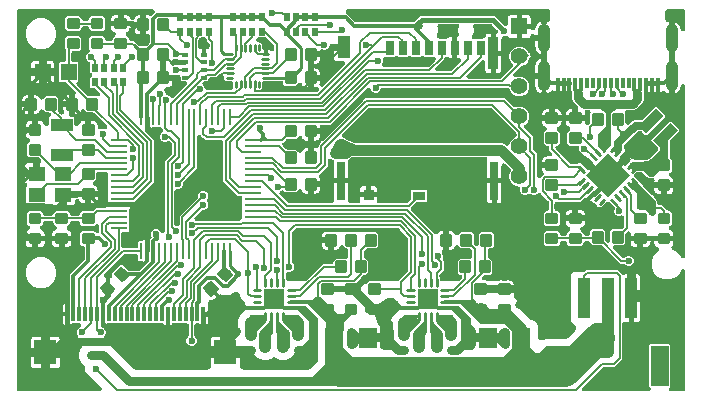
<source format=gbr>
G04 EAGLE Gerber RS-274X export*
G75*
%MOMM*%
%FSLAX34Y34*%
%LPD*%
%INTop Copper*%
%IPPOS*%
%AMOC8*
5,1,8,0,0,1.08239X$1,22.5*%
G01*
%ADD10C,0.350000*%
%ADD11R,1.469200X0.280000*%
%ADD12R,0.280000X1.469200*%
%ADD13R,0.700000X1.270000*%
%ADD14R,1.050000X0.780000*%
%ADD15R,1.140000X1.830000*%
%ADD16R,0.700000X3.330000*%
%ADD17R,0.860000X2.800000*%
%ADD18R,0.900000X0.930000*%
%ADD19R,0.500000X0.350000*%
%ADD20C,0.220000*%
%ADD21R,1.900000X1.100000*%
%ADD22R,1.461800X1.211800*%
%ADD23R,0.300000X0.900000*%
%ADD24C,1.000000*%
%ADD25C,0.264000*%
%ADD26R,2.600000X2.600000*%
%ADD27R,1.400000X1.400000*%
%ADD28R,0.900000X2.100000*%
%ADD29C,0.270000*%
%ADD30R,1.700000X1.700000*%
%ADD31R,0.500000X0.650000*%
%ADD32R,1.500000X3.400000*%
%ADD33R,1.000000X3.500000*%
%ADD34R,0.300000X1.300000*%
%ADD35R,1.905000X2.159000*%
%ADD36R,1.422400X1.422400*%
%ADD37C,1.422400*%
%ADD38R,1.600000X1.800000*%
%ADD39C,0.200000*%
%ADD40C,0.600000*%
%ADD41C,0.250000*%
%ADD42C,0.300000*%
%ADD43C,0.400000*%
%ADD44C,0.900000*%
%ADD45C,0.650000*%
%ADD46C,0.800000*%
%ADD47C,0.600000*%
%ADD48C,0.500000*%
%ADD49C,0.700000*%
%ADD50C,0.150000*%
%ADD51C,1.200000*%
%ADD52C,1.500000*%
%ADD53C,2.500000*%

G36*
X536891Y2002D02*
X536891Y2002D01*
X536906Y2001D01*
X537090Y2022D01*
X537273Y2041D01*
X537287Y2045D01*
X537303Y2047D01*
X537478Y2104D01*
X537655Y2159D01*
X537668Y2166D01*
X537682Y2171D01*
X537843Y2261D01*
X538005Y2350D01*
X538017Y2360D01*
X538030Y2368D01*
X538170Y2489D01*
X538310Y2608D01*
X538320Y2620D01*
X538331Y2630D01*
X538444Y2776D01*
X538559Y2921D01*
X538565Y2934D01*
X538575Y2946D01*
X538656Y3112D01*
X538739Y3277D01*
X538744Y3291D01*
X538750Y3305D01*
X538797Y3485D01*
X538846Y3662D01*
X538847Y3677D01*
X538851Y3692D01*
X538861Y3876D01*
X538874Y4060D01*
X538872Y4075D01*
X538873Y4090D01*
X538846Y4272D01*
X538822Y4456D01*
X538817Y4471D01*
X538815Y4486D01*
X538753Y4659D01*
X538692Y4834D01*
X538685Y4847D01*
X538680Y4862D01*
X538584Y5020D01*
X538490Y5179D01*
X538480Y5190D01*
X538472Y5203D01*
X538289Y5414D01*
X537729Y5974D01*
X537729Y41026D01*
X538474Y41771D01*
X554526Y41771D01*
X555271Y41026D01*
X555271Y5974D01*
X554711Y5414D01*
X554701Y5402D01*
X554690Y5392D01*
X554574Y5247D01*
X554458Y5104D01*
X554451Y5091D01*
X554441Y5079D01*
X554358Y4914D01*
X554272Y4751D01*
X554267Y4737D01*
X554261Y4723D01*
X554211Y4546D01*
X554159Y4368D01*
X554158Y4353D01*
X554154Y4338D01*
X554141Y4155D01*
X554125Y3970D01*
X554127Y3955D01*
X554126Y3940D01*
X554150Y3756D01*
X554171Y3573D01*
X554176Y3559D01*
X554178Y3544D01*
X554238Y3368D01*
X554295Y3193D01*
X554303Y3180D01*
X554308Y3166D01*
X554401Y3006D01*
X554492Y2846D01*
X554502Y2834D01*
X554510Y2821D01*
X554633Y2683D01*
X554754Y2544D01*
X554766Y2535D01*
X554776Y2524D01*
X554925Y2413D01*
X555071Y2301D01*
X555084Y2294D01*
X555097Y2285D01*
X555264Y2207D01*
X555430Y2125D01*
X555444Y2122D01*
X555458Y2115D01*
X555638Y2071D01*
X555816Y2025D01*
X555831Y2024D01*
X555846Y2020D01*
X556124Y2001D01*
X566000Y2001D01*
X566030Y2004D01*
X566060Y2002D01*
X566229Y2024D01*
X566397Y2041D01*
X566426Y2050D01*
X566456Y2054D01*
X566617Y2109D01*
X566779Y2159D01*
X566806Y2173D01*
X566834Y2183D01*
X566980Y2269D01*
X567129Y2350D01*
X567153Y2370D01*
X567179Y2385D01*
X567305Y2498D01*
X567435Y2608D01*
X567454Y2631D01*
X567476Y2652D01*
X567577Y2788D01*
X567683Y2921D01*
X567697Y2948D01*
X567715Y2972D01*
X567787Y3125D01*
X567864Y3277D01*
X567872Y3306D01*
X567885Y3333D01*
X567925Y3499D01*
X567970Y3662D01*
X567973Y3692D01*
X567980Y3721D01*
X567999Y4000D01*
X567999Y103395D01*
X567999Y103403D01*
X567999Y103410D01*
X567979Y103601D01*
X567959Y103793D01*
X567957Y103800D01*
X567956Y103807D01*
X567898Y103990D01*
X567841Y104174D01*
X567838Y104181D01*
X567835Y104188D01*
X567742Y104355D01*
X567650Y104525D01*
X567645Y104530D01*
X567641Y104537D01*
X567516Y104684D01*
X567392Y104830D01*
X567386Y104835D01*
X567381Y104840D01*
X567229Y104959D01*
X567079Y105078D01*
X567072Y105082D01*
X567066Y105086D01*
X566896Y105171D01*
X566723Y105259D01*
X566716Y105261D01*
X566709Y105264D01*
X566524Y105314D01*
X566338Y105366D01*
X566331Y105366D01*
X566323Y105368D01*
X566133Y105380D01*
X565940Y105393D01*
X565932Y105392D01*
X565925Y105393D01*
X565735Y105367D01*
X565544Y105342D01*
X565537Y105339D01*
X565529Y105338D01*
X565348Y105274D01*
X565166Y105212D01*
X565159Y105208D01*
X565152Y105206D01*
X564987Y105107D01*
X564821Y105010D01*
X564816Y105005D01*
X564809Y105001D01*
X564667Y104872D01*
X564524Y104743D01*
X564519Y104737D01*
X564514Y104732D01*
X564400Y104577D01*
X564285Y104423D01*
X564282Y104416D01*
X564278Y104410D01*
X564153Y104160D01*
X563521Y102636D01*
X559864Y98978D01*
X555086Y96999D01*
X549914Y96999D01*
X545136Y98978D01*
X541478Y102636D01*
X539499Y107414D01*
X539499Y112586D01*
X541478Y117364D01*
X545174Y121059D01*
X545188Y121077D01*
X545205Y121092D01*
X545315Y121232D01*
X545426Y121369D01*
X545437Y121389D01*
X545451Y121407D01*
X545530Y121566D01*
X545613Y121722D01*
X545619Y121744D01*
X545629Y121764D01*
X545675Y121934D01*
X545725Y122105D01*
X545727Y122128D01*
X545733Y122150D01*
X545744Y122327D01*
X545759Y122503D01*
X545756Y122526D01*
X545758Y122549D01*
X545733Y122724D01*
X545713Y122900D01*
X545706Y122922D01*
X545703Y122944D01*
X545644Y123112D01*
X545589Y123280D01*
X545578Y123300D01*
X545571Y123321D01*
X545480Y123474D01*
X545392Y123627D01*
X545377Y123645D01*
X545366Y123664D01*
X545247Y123795D01*
X545130Y123929D01*
X545112Y123943D01*
X545097Y123959D01*
X544955Y124064D01*
X544814Y124172D01*
X544793Y124182D01*
X544775Y124196D01*
X544525Y124320D01*
X544218Y124448D01*
X543515Y124917D01*
X542917Y125515D01*
X542448Y126218D01*
X542124Y126998D01*
X541961Y127819D01*
X541959Y127827D01*
X541958Y127834D01*
X541900Y128018D01*
X541844Y128202D01*
X541841Y128208D01*
X541838Y128215D01*
X541746Y128384D01*
X541654Y128553D01*
X541649Y128559D01*
X541645Y128565D01*
X541521Y128712D01*
X541398Y128859D01*
X541392Y128864D01*
X541387Y128870D01*
X541234Y128990D01*
X541220Y129001D01*
X549500Y129001D01*
X549530Y129004D01*
X549560Y129002D01*
X549729Y129024D01*
X549897Y129041D01*
X549926Y129050D01*
X549956Y129053D01*
X550009Y129072D01*
X550162Y129030D01*
X550192Y129027D01*
X550222Y129020D01*
X550500Y129001D01*
X558041Y129001D01*
X558041Y127827D01*
X557876Y126998D01*
X557552Y126218D01*
X557083Y125515D01*
X556836Y125268D01*
X556822Y125250D01*
X556804Y125236D01*
X556696Y125096D01*
X556583Y124959D01*
X556573Y124939D01*
X556559Y124921D01*
X556480Y124762D01*
X556397Y124605D01*
X556391Y124584D01*
X556380Y124563D01*
X556334Y124392D01*
X556285Y124222D01*
X556283Y124199D01*
X556277Y124178D01*
X556266Y124001D01*
X556251Y123824D01*
X556253Y123801D01*
X556252Y123779D01*
X556276Y123604D01*
X556297Y123427D01*
X556304Y123406D01*
X556307Y123383D01*
X556366Y123216D01*
X556420Y123048D01*
X556432Y123028D01*
X556439Y123006D01*
X556530Y122854D01*
X556617Y122700D01*
X556632Y122683D01*
X556644Y122663D01*
X556763Y122532D01*
X556879Y122399D01*
X556897Y122385D01*
X556913Y122368D01*
X557056Y122263D01*
X557196Y122155D01*
X557216Y122145D01*
X557235Y122132D01*
X557485Y122007D01*
X559864Y121022D01*
X563521Y117364D01*
X564153Y115840D01*
X564157Y115833D01*
X564159Y115826D01*
X564252Y115656D01*
X564342Y115488D01*
X564347Y115482D01*
X564350Y115475D01*
X564475Y115328D01*
X564597Y115181D01*
X564603Y115176D01*
X564608Y115170D01*
X564759Y115050D01*
X564908Y114930D01*
X564915Y114927D01*
X564921Y114922D01*
X565094Y114834D01*
X565263Y114747D01*
X565270Y114744D01*
X565277Y114741D01*
X565461Y114690D01*
X565647Y114637D01*
X565655Y114636D01*
X565662Y114634D01*
X565852Y114621D01*
X566045Y114606D01*
X566053Y114607D01*
X566060Y114607D01*
X566250Y114631D01*
X566442Y114655D01*
X566449Y114657D01*
X566456Y114658D01*
X566638Y114721D01*
X566820Y114782D01*
X566827Y114785D01*
X566834Y114788D01*
X567001Y114886D01*
X567166Y114981D01*
X567172Y114986D01*
X567179Y114990D01*
X567321Y115118D01*
X567466Y115245D01*
X567471Y115252D01*
X567476Y115257D01*
X567589Y115408D01*
X567707Y115564D01*
X567710Y115571D01*
X567715Y115577D01*
X567796Y115750D01*
X567880Y115924D01*
X567882Y115932D01*
X567885Y115938D01*
X567930Y116124D01*
X567978Y116311D01*
X567978Y116319D01*
X567980Y116326D01*
X567999Y116605D01*
X567999Y260110D01*
X567999Y260113D01*
X567999Y260117D01*
X567979Y260315D01*
X567959Y260507D01*
X567958Y260511D01*
X567958Y260514D01*
X567900Y260700D01*
X567841Y260889D01*
X567839Y260892D01*
X567838Y260896D01*
X567746Y261063D01*
X567650Y261239D01*
X567647Y261242D01*
X567645Y261245D01*
X567521Y261392D01*
X567392Y261544D01*
X567389Y261547D01*
X567387Y261550D01*
X567231Y261672D01*
X567079Y261793D01*
X567076Y261794D01*
X567073Y261797D01*
X566900Y261884D01*
X566723Y261974D01*
X566719Y261975D01*
X566716Y261976D01*
X566525Y262028D01*
X566338Y262080D01*
X566334Y262080D01*
X566331Y262081D01*
X566134Y262094D01*
X565940Y262108D01*
X565936Y262107D01*
X565932Y262108D01*
X565740Y262082D01*
X565544Y262056D01*
X565540Y262055D01*
X565536Y262054D01*
X565354Y261991D01*
X565166Y261927D01*
X565162Y261925D01*
X565159Y261923D01*
X564992Y261825D01*
X564821Y261724D01*
X564818Y261722D01*
X564815Y261720D01*
X564669Y261588D01*
X564524Y261458D01*
X564522Y261455D01*
X564519Y261452D01*
X564402Y261295D01*
X564285Y261138D01*
X564284Y261134D01*
X564281Y261131D01*
X564199Y260954D01*
X564115Y260776D01*
X564114Y260772D01*
X564113Y260769D01*
X564039Y260500D01*
X563751Y259050D01*
X563183Y257678D01*
X562357Y256443D01*
X561307Y255393D01*
X560072Y254567D01*
X558999Y254123D01*
X558999Y268500D01*
X558996Y268530D01*
X558998Y268560D01*
X558976Y268729D01*
X558959Y268897D01*
X558950Y268926D01*
X558946Y268956D01*
X558928Y269009D01*
X558970Y269162D01*
X558973Y269192D01*
X558980Y269222D01*
X558999Y269500D01*
X558999Y300800D01*
X558996Y300830D01*
X558998Y300860D01*
X558976Y301029D01*
X558959Y301197D01*
X558950Y301226D01*
X558946Y301256D01*
X558928Y301309D01*
X558970Y301462D01*
X558973Y301492D01*
X558980Y301522D01*
X558999Y301800D01*
X558999Y314927D01*
X560072Y314483D01*
X561307Y313657D01*
X562357Y312607D01*
X563183Y311372D01*
X563751Y310000D01*
X564039Y308550D01*
X564040Y308547D01*
X564041Y308543D01*
X564099Y308355D01*
X564156Y308168D01*
X564158Y308165D01*
X564159Y308161D01*
X564253Y307989D01*
X564346Y307817D01*
X564349Y307814D01*
X564350Y307811D01*
X564478Y307660D01*
X564602Y307511D01*
X564605Y307508D01*
X564608Y307506D01*
X564761Y307384D01*
X564914Y307262D01*
X564918Y307260D01*
X564921Y307257D01*
X565097Y307168D01*
X565270Y307079D01*
X565274Y307078D01*
X565277Y307077D01*
X565464Y307025D01*
X565654Y306971D01*
X565658Y306971D01*
X565662Y306970D01*
X565855Y306956D01*
X566053Y306942D01*
X566057Y306942D01*
X566060Y306942D01*
X566253Y306967D01*
X566449Y306992D01*
X566453Y306993D01*
X566456Y306994D01*
X566638Y307056D01*
X566827Y307120D01*
X566831Y307122D01*
X566834Y307124D01*
X567000Y307221D01*
X567173Y307321D01*
X567176Y307324D01*
X567179Y307326D01*
X567323Y307455D01*
X567471Y307587D01*
X567473Y307590D01*
X567476Y307592D01*
X567590Y307745D01*
X567711Y307906D01*
X567713Y307909D01*
X567715Y307913D01*
X567798Y308088D01*
X567882Y308267D01*
X567883Y308270D01*
X567885Y308274D01*
X567931Y308463D01*
X567979Y308654D01*
X567979Y308658D01*
X567980Y308662D01*
X567999Y308940D01*
X567999Y323500D01*
X567996Y323530D01*
X567998Y323560D01*
X567976Y323729D01*
X567959Y323897D01*
X567950Y323926D01*
X567946Y323956D01*
X567891Y324117D01*
X567841Y324279D01*
X567827Y324306D01*
X567817Y324334D01*
X567731Y324480D01*
X567650Y324629D01*
X567630Y324653D01*
X567615Y324679D01*
X567502Y324805D01*
X567392Y324935D01*
X567369Y324954D01*
X567348Y324976D01*
X567212Y325077D01*
X567079Y325183D01*
X567052Y325197D01*
X567028Y325215D01*
X566875Y325287D01*
X566723Y325364D01*
X566694Y325372D01*
X566667Y325385D01*
X566501Y325425D01*
X566338Y325470D01*
X566308Y325473D01*
X566279Y325480D01*
X566000Y325499D01*
X553250Y325499D01*
X553220Y325496D01*
X553190Y325498D01*
X553021Y325476D01*
X552853Y325459D01*
X552824Y325450D01*
X552794Y325446D01*
X552633Y325391D01*
X552471Y325341D01*
X552444Y325327D01*
X552416Y325317D01*
X552270Y325231D01*
X552121Y325150D01*
X552097Y325130D01*
X552071Y325115D01*
X551945Y325002D01*
X551815Y324892D01*
X551796Y324869D01*
X551774Y324848D01*
X551673Y324712D01*
X551567Y324579D01*
X551553Y324552D01*
X551535Y324528D01*
X551463Y324375D01*
X551386Y324223D01*
X551378Y324194D01*
X551365Y324167D01*
X551325Y324001D01*
X551280Y323838D01*
X551277Y323808D01*
X551270Y323779D01*
X551251Y323500D01*
X551251Y316780D01*
X551253Y316757D01*
X551251Y316735D01*
X551273Y316558D01*
X551291Y316382D01*
X551297Y316361D01*
X551300Y316338D01*
X551356Y316171D01*
X551409Y316001D01*
X551420Y315981D01*
X551427Y315959D01*
X551515Y315806D01*
X551600Y315650D01*
X551615Y315633D01*
X551626Y315613D01*
X551744Y315480D01*
X551858Y315345D01*
X551876Y315331D01*
X551891Y315314D01*
X552032Y315207D01*
X552171Y315097D01*
X552191Y315087D01*
X552209Y315073D01*
X552369Y314996D01*
X552527Y314916D01*
X552549Y314910D01*
X552569Y314900D01*
X552742Y314856D01*
X552912Y314809D01*
X552934Y314808D01*
X552957Y314802D01*
X553134Y314794D01*
X553310Y314781D01*
X553333Y314784D01*
X553356Y314783D01*
X553531Y314810D01*
X553706Y314833D01*
X553728Y314841D01*
X553750Y314844D01*
X554001Y314928D01*
X554001Y301800D01*
X554004Y301770D01*
X554002Y301740D01*
X554024Y301571D01*
X554041Y301403D01*
X554050Y301374D01*
X554053Y301344D01*
X554072Y301291D01*
X554030Y301138D01*
X554027Y301108D01*
X554020Y301078D01*
X554001Y300800D01*
X554001Y269500D01*
X554004Y269470D01*
X554002Y269440D01*
X554024Y269271D01*
X554041Y269103D01*
X554050Y269074D01*
X554053Y269044D01*
X554072Y268991D01*
X554030Y268838D01*
X554027Y268808D01*
X554020Y268778D01*
X554001Y268500D01*
X554001Y254123D01*
X552928Y254567D01*
X551693Y255393D01*
X550853Y256233D01*
X550830Y256252D01*
X550810Y256275D01*
X550675Y256378D01*
X550544Y256485D01*
X550517Y256500D01*
X550493Y256518D01*
X550341Y256593D01*
X550191Y256672D01*
X550161Y256680D01*
X550134Y256694D01*
X549970Y256736D01*
X549807Y256784D01*
X549777Y256787D01*
X549748Y256794D01*
X549579Y256804D01*
X549409Y256818D01*
X549379Y256815D01*
X549349Y256816D01*
X549181Y256792D01*
X549013Y256772D01*
X548984Y256763D01*
X548954Y256758D01*
X548794Y256701D01*
X548633Y256648D01*
X548606Y256633D01*
X548578Y256623D01*
X548433Y256535D01*
X548285Y256451D01*
X548262Y256431D01*
X548236Y256416D01*
X548075Y256276D01*
X547481Y255932D01*
X546955Y255792D01*
X546941Y255837D01*
X546931Y255899D01*
X546882Y256027D01*
X546841Y256159D01*
X546811Y256214D01*
X546789Y256272D01*
X546716Y256388D01*
X546650Y256509D01*
X546609Y256557D01*
X546576Y256610D01*
X546481Y256709D01*
X546392Y256815D01*
X546343Y256854D01*
X546300Y256899D01*
X546187Y256977D01*
X546079Y257063D01*
X546023Y257091D01*
X545972Y257127D01*
X545846Y257181D01*
X545723Y257244D01*
X545663Y257260D01*
X545605Y257285D01*
X545471Y257313D01*
X545338Y257350D01*
X545276Y257354D01*
X545214Y257367D01*
X545077Y257368D01*
X544940Y257378D01*
X544877Y257370D01*
X544815Y257370D01*
X544680Y257344D01*
X544544Y257326D01*
X544484Y257306D01*
X544423Y257294D01*
X544296Y257241D01*
X544166Y257197D01*
X544112Y257165D01*
X544054Y257141D01*
X543940Y257064D01*
X543821Y256994D01*
X543775Y256953D01*
X543723Y256918D01*
X543531Y256735D01*
X543524Y256728D01*
X543523Y256726D01*
X543521Y256725D01*
X543521Y256724D01*
X543403Y256566D01*
X543285Y256407D01*
X543284Y256405D01*
X543283Y256403D01*
X543197Y256221D01*
X543115Y256046D01*
X543114Y256044D01*
X543113Y256041D01*
X543066Y255844D01*
X543052Y255790D01*
X543018Y255799D01*
X542836Y255829D01*
X542656Y255861D01*
X542640Y255861D01*
X542623Y255863D01*
X542440Y255856D01*
X542257Y255852D01*
X542237Y255848D01*
X542224Y255848D01*
X542182Y255838D01*
X541983Y255799D01*
X541955Y255792D01*
X541946Y255820D01*
X541940Y255865D01*
X541912Y255941D01*
X541895Y256017D01*
X541864Y256086D01*
X541841Y256158D01*
X541820Y256198D01*
X541804Y256241D01*
X541763Y256309D01*
X541730Y256381D01*
X541686Y256442D01*
X541650Y256509D01*
X541620Y256544D01*
X541597Y256582D01*
X541527Y256662D01*
X541497Y256705D01*
X541464Y256735D01*
X541414Y256793D01*
X541402Y256803D01*
X541392Y256814D01*
X541295Y256892D01*
X541203Y256976D01*
X541151Y257008D01*
X541104Y257046D01*
X541091Y257053D01*
X541079Y257062D01*
X540969Y257119D01*
X540862Y257184D01*
X540805Y257204D01*
X540751Y257232D01*
X540736Y257237D01*
X540723Y257243D01*
X540604Y257276D01*
X540486Y257319D01*
X540426Y257328D01*
X540368Y257345D01*
X540352Y257346D01*
X540338Y257350D01*
X540215Y257358D01*
X540091Y257377D01*
X540030Y257373D01*
X539970Y257379D01*
X539954Y257377D01*
X539940Y257378D01*
X539818Y257362D01*
X539692Y257355D01*
X539633Y257340D01*
X539573Y257333D01*
X539558Y257328D01*
X539543Y257326D01*
X539427Y257286D01*
X539305Y257254D01*
X539251Y257228D01*
X539193Y257209D01*
X539180Y257201D01*
X539166Y257196D01*
X539059Y257134D01*
X538947Y257079D01*
X538884Y257033D01*
X538846Y257012D01*
X538834Y257002D01*
X538821Y256994D01*
X538787Y256964D01*
X538720Y256915D01*
X538635Y256829D01*
X538544Y256750D01*
X538535Y256738D01*
X538524Y256728D01*
X538485Y256676D01*
X538440Y256630D01*
X538374Y256528D01*
X538301Y256433D01*
X538294Y256420D01*
X538285Y256407D01*
X538258Y256349D01*
X538223Y256295D01*
X538178Y256182D01*
X538125Y256074D01*
X538122Y256060D01*
X538115Y256046D01*
X538100Y255983D01*
X538076Y255924D01*
X538055Y255803D01*
X538051Y255790D01*
X538017Y255799D01*
X537836Y255829D01*
X537656Y255861D01*
X537639Y255861D01*
X537623Y255863D01*
X537440Y255856D01*
X537257Y255852D01*
X537237Y255848D01*
X537224Y255848D01*
X537182Y255838D01*
X536982Y255799D01*
X536955Y255792D01*
X536904Y255955D01*
X536843Y256154D01*
X536842Y256156D01*
X536841Y256158D01*
X536744Y256336D01*
X536652Y256505D01*
X536651Y256507D01*
X536650Y256509D01*
X536643Y256517D01*
X536479Y256724D01*
X536479Y256725D01*
X536433Y256766D01*
X536392Y256814D01*
X536392Y256815D01*
X536284Y256900D01*
X536182Y256992D01*
X536128Y257024D01*
X536079Y257063D01*
X535957Y257125D01*
X535838Y257195D01*
X535779Y257215D01*
X535723Y257244D01*
X535591Y257280D01*
X535461Y257325D01*
X535398Y257333D01*
X535338Y257350D01*
X535201Y257360D01*
X535065Y257378D01*
X535002Y257374D01*
X534940Y257378D01*
X534803Y257360D01*
X534666Y257351D01*
X534606Y257334D01*
X534543Y257326D01*
X534414Y257282D01*
X534281Y257245D01*
X534225Y257217D01*
X534166Y257197D01*
X534047Y257127D01*
X533925Y257065D01*
X533875Y257026D01*
X533821Y256995D01*
X533719Y256903D01*
X533611Y256818D01*
X533570Y256770D01*
X533524Y256728D01*
X533442Y256618D01*
X533353Y256513D01*
X533323Y256458D01*
X533285Y256408D01*
X533227Y256283D01*
X533160Y256163D01*
X533142Y256103D01*
X533115Y256046D01*
X533082Y255913D01*
X533041Y255782D01*
X533035Y255719D01*
X533020Y255658D01*
X533002Y255394D01*
X533001Y255384D01*
X533001Y255382D01*
X533001Y255380D01*
X533001Y254672D01*
X532983Y254635D01*
X532906Y254483D01*
X532898Y254454D01*
X532885Y254427D01*
X532845Y254261D01*
X532800Y254098D01*
X532797Y254068D01*
X532790Y254039D01*
X532771Y253760D01*
X532771Y248452D01*
X531968Y246514D01*
X526746Y241292D01*
X524808Y240489D01*
X519109Y240489D01*
X519094Y240488D01*
X519079Y240489D01*
X518895Y240468D01*
X518712Y240449D01*
X518697Y240445D01*
X518682Y240443D01*
X518507Y240386D01*
X518330Y240331D01*
X518317Y240324D01*
X518302Y240319D01*
X518142Y240228D01*
X517980Y240140D01*
X517968Y240130D01*
X517955Y240122D01*
X517816Y240001D01*
X517674Y239882D01*
X517665Y239870D01*
X517653Y239860D01*
X517541Y239714D01*
X517426Y239569D01*
X517419Y239556D01*
X517410Y239544D01*
X517329Y239378D01*
X517245Y239213D01*
X517241Y239198D01*
X517235Y239185D01*
X517188Y239006D01*
X517139Y238828D01*
X517138Y238813D01*
X517134Y238798D01*
X517124Y238614D01*
X517111Y238430D01*
X517113Y238415D01*
X517112Y238399D01*
X517139Y238217D01*
X517163Y238034D01*
X517168Y238019D01*
X517170Y238004D01*
X517232Y237831D01*
X517271Y237719D01*
X517271Y229844D01*
X517272Y229829D01*
X517271Y229814D01*
X517292Y229630D01*
X517311Y229447D01*
X517315Y229432D01*
X517317Y229417D01*
X517374Y229241D01*
X517429Y229065D01*
X517436Y229052D01*
X517441Y229037D01*
X517531Y228878D01*
X517620Y228715D01*
X517630Y228703D01*
X517638Y228690D01*
X517758Y228551D01*
X517878Y228409D01*
X517890Y228400D01*
X517900Y228388D01*
X518046Y228276D01*
X518191Y228161D01*
X518204Y228154D01*
X518216Y228145D01*
X518382Y228064D01*
X518547Y227980D01*
X518562Y227976D01*
X518575Y227970D01*
X518754Y227923D01*
X518932Y227874D01*
X518947Y227873D01*
X518962Y227869D01*
X519145Y227859D01*
X519330Y227846D01*
X519345Y227848D01*
X519360Y227847D01*
X519543Y227874D01*
X519726Y227898D01*
X519741Y227903D01*
X519756Y227905D01*
X519930Y227968D01*
X520104Y228027D01*
X520117Y228035D01*
X520131Y228040D01*
X520289Y228136D01*
X520449Y228229D01*
X520460Y228239D01*
X520473Y228247D01*
X520684Y228430D01*
X523308Y231055D01*
X525061Y231781D01*
X530771Y231781D01*
X530816Y231786D01*
X530862Y231783D01*
X531015Y231806D01*
X531169Y231821D01*
X531212Y231834D01*
X531257Y231841D01*
X531402Y231893D01*
X531550Y231939D01*
X531590Y231961D01*
X531633Y231976D01*
X531765Y232056D01*
X531901Y232131D01*
X531935Y232160D01*
X531974Y232184D01*
X532185Y232367D01*
X542706Y242888D01*
X543759Y242888D01*
X550867Y235779D01*
X550867Y234727D01*
X535273Y219133D01*
X534221Y219133D01*
X531700Y221654D01*
X531664Y221683D01*
X531634Y221717D01*
X531510Y221809D01*
X531390Y221907D01*
X531350Y221928D01*
X531314Y221955D01*
X531174Y222021D01*
X531037Y222093D01*
X530993Y222106D01*
X530952Y222125D01*
X530802Y222162D01*
X530654Y222206D01*
X530608Y222209D01*
X530564Y222220D01*
X530286Y222240D01*
X528815Y222240D01*
X528769Y222235D01*
X528724Y222238D01*
X528571Y222215D01*
X528417Y222200D01*
X528374Y222186D01*
X528329Y222180D01*
X528183Y222127D01*
X528036Y222082D01*
X527996Y222060D01*
X527953Y222045D01*
X527821Y221964D01*
X527685Y221890D01*
X527650Y221861D01*
X527612Y221837D01*
X527401Y221654D01*
X516856Y211109D01*
X516828Y211074D01*
X516794Y211044D01*
X516702Y210920D01*
X516603Y210800D01*
X516582Y210760D01*
X516555Y210724D01*
X516489Y210584D01*
X516417Y210447D01*
X516404Y210403D01*
X516385Y210362D01*
X516348Y210212D01*
X516305Y210064D01*
X516301Y210018D01*
X516290Y209974D01*
X516271Y209696D01*
X516271Y209051D01*
X516242Y208982D01*
X516235Y208957D01*
X516223Y208933D01*
X516177Y208765D01*
X516127Y208600D01*
X516124Y208573D01*
X516117Y208548D01*
X516106Y208374D01*
X516090Y208202D01*
X516093Y208176D01*
X516091Y208149D01*
X516114Y207977D01*
X516133Y207805D01*
X516141Y207780D01*
X516145Y207753D01*
X516202Y207589D01*
X516254Y207424D01*
X516267Y207401D01*
X516276Y207376D01*
X516364Y207226D01*
X516448Y207075D01*
X516465Y207055D01*
X516479Y207032D01*
X516595Y206903D01*
X516708Y206772D01*
X516729Y206755D01*
X516747Y206736D01*
X516886Y206632D01*
X517023Y206526D01*
X517046Y206514D01*
X517068Y206498D01*
X517225Y206425D01*
X517380Y206348D01*
X517406Y206341D01*
X517430Y206330D01*
X517459Y206322D01*
X517272Y206135D01*
X517158Y205995D01*
X517042Y205859D01*
X517032Y205841D01*
X517019Y205826D01*
X516935Y205666D01*
X516848Y205509D01*
X516842Y205490D01*
X516833Y205473D01*
X516782Y205299D01*
X516728Y205128D01*
X516726Y205109D01*
X516721Y205089D01*
X516705Y204909D01*
X516687Y204731D01*
X516688Y204711D01*
X516687Y204691D01*
X516707Y204513D01*
X516725Y204334D01*
X516730Y204314D01*
X516733Y204295D01*
X516788Y204125D01*
X516841Y203951D01*
X516850Y203934D01*
X516857Y203915D01*
X516945Y203758D01*
X517031Y203600D01*
X517043Y203585D01*
X517053Y203567D01*
X517172Y203431D01*
X517287Y203293D01*
X517302Y203281D01*
X517315Y203266D01*
X517458Y203156D01*
X517599Y203044D01*
X517616Y203035D01*
X517632Y203023D01*
X517794Y202943D01*
X517954Y202861D01*
X517973Y202856D01*
X517991Y202847D01*
X518165Y202802D01*
X518338Y202753D01*
X518358Y202751D01*
X518377Y202746D01*
X518557Y202736D01*
X518737Y202723D01*
X518760Y202725D01*
X518776Y202724D01*
X518824Y202731D01*
X519015Y202750D01*
X519092Y202771D01*
X519171Y202782D01*
X519172Y202782D01*
X519285Y202823D01*
X519401Y202854D01*
X519472Y202890D01*
X519548Y202918D01*
X519650Y202980D01*
X519757Y203034D01*
X519821Y203083D01*
X519889Y203125D01*
X520034Y203251D01*
X520072Y203280D01*
X520082Y203292D01*
X520100Y203308D01*
X520323Y203531D01*
X520382Y203423D01*
X520411Y203388D01*
X520434Y203349D01*
X520538Y203234D01*
X520637Y203115D01*
X520672Y203087D01*
X520703Y203053D01*
X520827Y202962D01*
X520948Y202865D01*
X520988Y202844D01*
X521025Y202817D01*
X520808Y202600D01*
X520791Y202579D01*
X520771Y202562D01*
X520664Y202424D01*
X520555Y202291D01*
X520543Y202267D01*
X520526Y202246D01*
X520450Y202090D01*
X520369Y201938D01*
X520361Y201912D01*
X520350Y201888D01*
X520270Y201620D01*
X520266Y201586D01*
X520257Y201554D01*
X520256Y201554D01*
X520242Y201388D01*
X520223Y201223D01*
X520225Y201189D01*
X520223Y201156D01*
X520242Y200990D01*
X520255Y200825D01*
X520265Y200792D01*
X520268Y200759D01*
X520320Y200601D01*
X520366Y200441D01*
X520382Y200411D01*
X520392Y200379D01*
X520474Y200235D01*
X520551Y200087D01*
X520573Y200061D01*
X520589Y200032D01*
X520698Y199906D01*
X520803Y199777D01*
X520829Y199756D01*
X520851Y199730D01*
X520983Y199629D01*
X521111Y199523D01*
X521141Y199507D01*
X521168Y199487D01*
X521317Y199414D01*
X521464Y199336D01*
X521497Y199326D01*
X521527Y199311D01*
X521687Y199269D01*
X521847Y199222D01*
X521881Y199219D01*
X521913Y199211D01*
X522079Y199201D01*
X522245Y199187D01*
X522278Y199190D01*
X522312Y199189D01*
X522476Y199213D01*
X522642Y199231D01*
X522674Y199242D01*
X522707Y199246D01*
X522864Y199303D01*
X523022Y199354D01*
X523051Y199370D01*
X523083Y199382D01*
X523225Y199468D01*
X523370Y199549D01*
X523396Y199572D01*
X523425Y199589D01*
X523635Y199772D01*
X523807Y199944D01*
X523859Y199680D01*
X523869Y199647D01*
X523874Y199614D01*
X523928Y199457D01*
X523976Y199298D01*
X523992Y199268D01*
X524003Y199236D01*
X524087Y199093D01*
X524166Y198947D01*
X524188Y198921D01*
X524206Y198891D01*
X524316Y198768D01*
X524423Y198640D01*
X524449Y198619D01*
X524472Y198594D01*
X524605Y198495D01*
X524735Y198391D01*
X524765Y198376D01*
X524792Y198355D01*
X524942Y198285D01*
X525090Y198209D01*
X525123Y198200D01*
X525154Y198185D01*
X525315Y198146D01*
X525475Y198101D01*
X525509Y198098D01*
X525542Y198090D01*
X525820Y198071D01*
X532847Y198071D01*
X532900Y198076D01*
X532953Y198074D01*
X533099Y198096D01*
X533245Y198111D01*
X533295Y198126D01*
X533348Y198134D01*
X533612Y198223D01*
X533728Y198271D01*
X535696Y198271D01*
X535741Y198275D01*
X535786Y198273D01*
X535939Y198295D01*
X536093Y198311D01*
X536136Y198324D01*
X536181Y198331D01*
X536327Y198383D01*
X536475Y198429D01*
X536515Y198450D01*
X536557Y198466D01*
X536689Y198546D01*
X536825Y198620D01*
X536860Y198650D01*
X536899Y198673D01*
X537109Y198856D01*
X537298Y199044D01*
X537784Y199246D01*
X537830Y199271D01*
X537880Y199289D01*
X538006Y199365D01*
X538136Y199435D01*
X538176Y199469D01*
X538222Y199496D01*
X538432Y199679D01*
X544640Y205887D01*
X544659Y205910D01*
X544682Y205930D01*
X544785Y206064D01*
X544893Y206196D01*
X544907Y206223D01*
X544925Y206247D01*
X545000Y206399D01*
X545079Y206549D01*
X545087Y206578D01*
X545101Y206605D01*
X545143Y206769D01*
X545191Y206932D01*
X545194Y206963D01*
X545201Y206992D01*
X545211Y207161D01*
X545225Y207330D01*
X545222Y207361D01*
X545223Y207391D01*
X545199Y207558D01*
X545179Y207727D01*
X545170Y207756D01*
X545165Y207786D01*
X545108Y207946D01*
X545055Y208107D01*
X545040Y208133D01*
X545030Y208162D01*
X544942Y208307D01*
X544858Y208454D01*
X544839Y208477D01*
X544823Y208503D01*
X544640Y208714D01*
X539133Y214221D01*
X539133Y215273D01*
X554727Y230867D01*
X555779Y230867D01*
X562888Y223759D01*
X562888Y222706D01*
X555356Y215174D01*
X555328Y215139D01*
X555294Y215109D01*
X555202Y214985D01*
X555103Y214865D01*
X555082Y214825D01*
X555055Y214789D01*
X554989Y214649D01*
X554917Y214512D01*
X554904Y214468D01*
X554885Y214427D01*
X554848Y214277D01*
X554805Y214129D01*
X554801Y214083D01*
X554790Y214039D01*
X554771Y213761D01*
X554771Y200829D01*
X554775Y200784D01*
X554773Y200739D01*
X554795Y200586D01*
X554811Y200432D01*
X554824Y200389D01*
X554831Y200344D01*
X554883Y200198D01*
X554929Y200050D01*
X554950Y200011D01*
X554966Y199968D01*
X555046Y199836D01*
X555120Y199700D01*
X555150Y199665D01*
X555173Y199626D01*
X555356Y199416D01*
X556771Y198001D01*
X556771Y188999D01*
X554746Y186974D01*
X554731Y186956D01*
X554714Y186941D01*
X554605Y186802D01*
X554493Y186665D01*
X554482Y186644D01*
X554468Y186627D01*
X554390Y186469D01*
X554307Y186311D01*
X554300Y186289D01*
X554290Y186269D01*
X554244Y186098D01*
X554194Y185928D01*
X554192Y185905D01*
X554187Y185883D01*
X554176Y185707D01*
X554160Y185530D01*
X554163Y185507D01*
X554162Y185485D01*
X554186Y185308D01*
X554206Y185133D01*
X554213Y185112D01*
X554217Y185089D01*
X554275Y184922D01*
X554330Y184754D01*
X554341Y184734D01*
X554349Y184712D01*
X554439Y184561D01*
X554527Y184406D01*
X554542Y184389D01*
X554554Y184369D01*
X554672Y184239D01*
X554789Y184104D01*
X554807Y184091D01*
X554822Y184074D01*
X554965Y183969D01*
X555106Y183861D01*
X555126Y183851D01*
X555145Y183838D01*
X555394Y183713D01*
X555782Y183552D01*
X556485Y183083D01*
X557083Y182485D01*
X557552Y181782D01*
X557876Y181002D01*
X558041Y180173D01*
X558041Y178999D01*
X550500Y178999D01*
X550470Y178996D01*
X550440Y178998D01*
X550271Y178976D01*
X550103Y178959D01*
X550074Y178950D01*
X550044Y178946D01*
X549991Y178928D01*
X549838Y178970D01*
X549808Y178973D01*
X549778Y178980D01*
X549500Y178999D01*
X541959Y178999D01*
X541959Y180173D01*
X541993Y180340D01*
X541995Y180366D01*
X542002Y180392D01*
X542014Y180564D01*
X542031Y180737D01*
X542028Y180764D01*
X542030Y180790D01*
X542008Y180962D01*
X541990Y181135D01*
X541982Y181160D01*
X541978Y181186D01*
X541922Y181351D01*
X541870Y181516D01*
X541857Y181539D01*
X541849Y181564D01*
X541761Y181714D01*
X541677Y181866D01*
X541660Y181886D01*
X541647Y181909D01*
X541531Y182038D01*
X541419Y182170D01*
X541398Y182186D01*
X541380Y182206D01*
X541241Y182309D01*
X541105Y182417D01*
X541081Y182429D01*
X541060Y182445D01*
X540903Y182518D01*
X540748Y182597D01*
X540722Y182604D01*
X540698Y182615D01*
X540529Y182656D01*
X540362Y182702D01*
X540336Y182703D01*
X540310Y182710D01*
X540032Y182729D01*
X537150Y182729D01*
X535581Y183379D01*
X532569Y186391D01*
X532528Y186425D01*
X532493Y186464D01*
X532374Y186551D01*
X532260Y186644D01*
X532213Y186669D01*
X532170Y186700D01*
X531920Y186825D01*
X530317Y187489D01*
X530266Y187504D01*
X530219Y187526D01*
X530076Y187561D01*
X529935Y187604D01*
X529882Y187609D01*
X529831Y187621D01*
X529552Y187641D01*
X527310Y187641D01*
X527265Y187636D01*
X527220Y187639D01*
X527067Y187616D01*
X526913Y187601D01*
X526870Y187588D01*
X526825Y187581D01*
X526679Y187529D01*
X526531Y187483D01*
X526492Y187461D01*
X526449Y187446D01*
X526317Y187366D01*
X526181Y187291D01*
X526146Y187262D01*
X526108Y187238D01*
X525897Y187055D01*
X525255Y186414D01*
X525236Y186390D01*
X525213Y186370D01*
X525110Y186236D01*
X525002Y186104D01*
X524988Y186078D01*
X524970Y186054D01*
X524895Y185901D01*
X524816Y185751D01*
X524808Y185722D01*
X524794Y185695D01*
X524751Y185530D01*
X524704Y185368D01*
X524701Y185338D01*
X524694Y185308D01*
X524684Y185140D01*
X524670Y184970D01*
X524673Y184940D01*
X524672Y184910D01*
X524696Y184742D01*
X524716Y184573D01*
X524725Y184544D01*
X524729Y184514D01*
X524787Y184354D01*
X524840Y184193D01*
X524854Y184167D01*
X524865Y184138D01*
X524953Y183993D01*
X525036Y183846D01*
X525056Y183823D01*
X525072Y183797D01*
X525255Y183586D01*
X529764Y179077D01*
X529770Y179060D01*
X529776Y179015D01*
X529829Y178869D01*
X529874Y178722D01*
X529896Y178682D01*
X529912Y178639D01*
X529992Y178507D01*
X530066Y178371D01*
X530095Y178336D01*
X530119Y178298D01*
X530302Y178087D01*
X532110Y176278D01*
X532133Y176216D01*
X532179Y176068D01*
X532200Y176028D01*
X532216Y175986D01*
X532296Y175854D01*
X532370Y175718D01*
X532400Y175683D01*
X532423Y175644D01*
X532606Y175433D01*
X533902Y174138D01*
X539422Y168618D01*
X539425Y168615D01*
X539427Y168612D01*
X539580Y168488D01*
X539731Y168365D01*
X539735Y168363D01*
X539738Y168361D01*
X539913Y168269D01*
X540085Y168179D01*
X540088Y168178D01*
X540092Y168176D01*
X540283Y168120D01*
X540468Y168066D01*
X540472Y168066D01*
X540475Y168065D01*
X540671Y168049D01*
X540866Y168032D01*
X540870Y168033D01*
X540873Y168032D01*
X541051Y168054D01*
X541045Y167951D01*
X541034Y167753D01*
X541034Y167749D01*
X541034Y167745D01*
X541063Y167550D01*
X541090Y167357D01*
X541091Y167354D01*
X541092Y167350D01*
X541159Y167164D01*
X541224Y166981D01*
X541226Y166978D01*
X541227Y166974D01*
X541331Y166804D01*
X541430Y166639D01*
X541433Y166636D01*
X541435Y166633D01*
X541618Y166422D01*
X543621Y164419D01*
X544271Y162850D01*
X544271Y161770D01*
X544274Y161740D01*
X544272Y161710D01*
X544294Y161541D01*
X544311Y161373D01*
X544320Y161344D01*
X544324Y161314D01*
X544379Y161153D01*
X544429Y160991D01*
X544443Y160964D01*
X544453Y160936D01*
X544539Y160790D01*
X544620Y160641D01*
X544640Y160617D01*
X544655Y160591D01*
X544769Y160465D01*
X544878Y160335D01*
X544901Y160316D01*
X544922Y160294D01*
X545058Y160193D01*
X545191Y160087D01*
X545218Y160073D01*
X545242Y160055D01*
X545395Y159983D01*
X545547Y159906D01*
X545576Y159898D01*
X545603Y159885D01*
X545769Y159845D01*
X545932Y159800D01*
X545962Y159797D01*
X545991Y159790D01*
X546270Y159771D01*
X548441Y159771D01*
X552855Y155356D01*
X552890Y155328D01*
X552920Y155294D01*
X553044Y155202D01*
X553164Y155103D01*
X553204Y155082D01*
X553241Y155055D01*
X553381Y154989D01*
X553518Y154917D01*
X553561Y154904D01*
X553602Y154885D01*
X553753Y154848D01*
X553901Y154805D01*
X553946Y154801D01*
X553990Y154790D01*
X554269Y154771D01*
X555001Y154771D01*
X556771Y153001D01*
X556771Y143999D01*
X554746Y141974D01*
X554731Y141956D01*
X554714Y141942D01*
X554605Y141802D01*
X554493Y141665D01*
X554482Y141645D01*
X554468Y141627D01*
X554389Y141468D01*
X554307Y141311D01*
X554300Y141290D01*
X554290Y141269D01*
X554244Y141098D01*
X554194Y140928D01*
X554192Y140905D01*
X554187Y140883D01*
X554176Y140706D01*
X554160Y140530D01*
X554163Y140507D01*
X554162Y140485D01*
X554186Y140309D01*
X554206Y140133D01*
X554213Y140112D01*
X554217Y140089D01*
X554275Y139922D01*
X554330Y139753D01*
X554341Y139734D01*
X554349Y139712D01*
X554440Y139560D01*
X554527Y139406D01*
X554542Y139389D01*
X554554Y139369D01*
X554672Y139239D01*
X554789Y139104D01*
X554807Y139091D01*
X554822Y139074D01*
X554965Y138969D01*
X555106Y138861D01*
X555126Y138851D01*
X555145Y138838D01*
X555394Y138713D01*
X555782Y138552D01*
X556485Y138083D01*
X557083Y137485D01*
X557552Y136782D01*
X557876Y136002D01*
X558041Y135173D01*
X558041Y133999D01*
X550500Y133999D01*
X550470Y133996D01*
X550440Y133998D01*
X550271Y133976D01*
X550103Y133959D01*
X550074Y133950D01*
X550044Y133946D01*
X549991Y133928D01*
X549838Y133970D01*
X549808Y133973D01*
X549778Y133980D01*
X549500Y133999D01*
X530500Y133999D01*
X530470Y133996D01*
X530440Y133998D01*
X530271Y133976D01*
X530103Y133959D01*
X530074Y133950D01*
X530044Y133946D01*
X529991Y133928D01*
X529838Y133970D01*
X529808Y133973D01*
X529778Y133980D01*
X529500Y133999D01*
X521959Y133999D01*
X521959Y135309D01*
X521972Y135442D01*
X521971Y135453D01*
X521972Y135464D01*
X521950Y135652D01*
X521931Y135839D01*
X521927Y135850D01*
X521926Y135861D01*
X521868Y136039D01*
X521811Y136220D01*
X521806Y136230D01*
X521802Y136241D01*
X521709Y136405D01*
X521618Y136570D01*
X521611Y136579D01*
X521605Y136588D01*
X521481Y136731D01*
X521360Y136874D01*
X521351Y136881D01*
X521343Y136890D01*
X521195Y137004D01*
X521046Y137121D01*
X521035Y137126D01*
X521027Y137133D01*
X520858Y137216D01*
X520689Y137301D01*
X520678Y137304D01*
X520668Y137309D01*
X520484Y137357D01*
X520304Y137406D01*
X520292Y137407D01*
X520281Y137410D01*
X520092Y137420D01*
X519905Y137432D01*
X519894Y137431D01*
X519882Y137431D01*
X519697Y137404D01*
X519509Y137379D01*
X519498Y137375D01*
X519487Y137374D01*
X519311Y137310D01*
X519132Y137248D01*
X519122Y137242D01*
X519111Y137238D01*
X518952Y137141D01*
X518788Y137045D01*
X518780Y137037D01*
X518770Y137031D01*
X518559Y136848D01*
X517856Y136145D01*
X517828Y136110D01*
X517794Y136080D01*
X517702Y135956D01*
X517603Y135836D01*
X517582Y135795D01*
X517555Y135759D01*
X517490Y135620D01*
X517417Y135482D01*
X517404Y135439D01*
X517385Y135398D01*
X517348Y135247D01*
X517305Y135099D01*
X517301Y135054D01*
X517290Y135010D01*
X517271Y134731D01*
X517271Y127499D01*
X515501Y125729D01*
X508809Y125729D01*
X508794Y125728D01*
X508778Y125729D01*
X508595Y125708D01*
X508411Y125689D01*
X508397Y125685D01*
X508382Y125683D01*
X508207Y125626D01*
X508030Y125571D01*
X508016Y125564D01*
X508002Y125559D01*
X507842Y125469D01*
X507679Y125380D01*
X507667Y125370D01*
X507654Y125362D01*
X507515Y125241D01*
X507374Y125122D01*
X507364Y125110D01*
X507353Y125100D01*
X507240Y124954D01*
X507126Y124809D01*
X507119Y124796D01*
X507110Y124784D01*
X507028Y124618D01*
X506945Y124453D01*
X506941Y124439D01*
X506934Y124425D01*
X506887Y124246D01*
X506838Y124068D01*
X506837Y124053D01*
X506833Y124038D01*
X506823Y123855D01*
X506810Y123670D01*
X506812Y123655D01*
X506811Y123640D01*
X506838Y123457D01*
X506862Y123274D01*
X506867Y123259D01*
X506869Y123244D01*
X506932Y123070D01*
X506992Y122896D01*
X506999Y122883D01*
X507005Y122869D01*
X507100Y122711D01*
X507194Y122551D01*
X507204Y122540D01*
X507212Y122527D01*
X507395Y122316D01*
X514172Y115539D01*
X514195Y115520D01*
X514215Y115497D01*
X514350Y115394D01*
X514481Y115286D01*
X514508Y115272D01*
X514532Y115254D01*
X514685Y115179D01*
X514835Y115100D01*
X514864Y115092D01*
X514891Y115078D01*
X515055Y115036D01*
X515218Y114988D01*
X515248Y114985D01*
X515277Y114978D01*
X515446Y114968D01*
X515616Y114954D01*
X515646Y114957D01*
X515676Y114956D01*
X515844Y114980D01*
X516013Y115000D01*
X516041Y115009D01*
X516071Y115014D01*
X516231Y115071D01*
X516392Y115124D01*
X516419Y115138D01*
X516447Y115149D01*
X516593Y115237D01*
X516740Y115320D01*
X516763Y115340D01*
X516789Y115356D01*
X516999Y115539D01*
X517581Y116121D01*
X519150Y116771D01*
X520850Y116771D01*
X522419Y116121D01*
X523621Y114919D01*
X524271Y113350D01*
X524271Y111650D01*
X523621Y110081D01*
X522419Y108879D01*
X520850Y108229D01*
X519150Y108229D01*
X517581Y108879D01*
X516817Y109644D01*
X516781Y109672D01*
X516751Y109706D01*
X516627Y109798D01*
X516507Y109897D01*
X516467Y109918D01*
X516431Y109945D01*
X516291Y110011D01*
X516154Y110083D01*
X516110Y110096D01*
X516069Y110115D01*
X515919Y110152D01*
X515771Y110195D01*
X515725Y110199D01*
X515681Y110210D01*
X515403Y110229D01*
X513059Y110229D01*
X498145Y125144D01*
X498110Y125172D01*
X498080Y125206D01*
X497956Y125298D01*
X497836Y125397D01*
X497796Y125418D01*
X497759Y125445D01*
X497619Y125511D01*
X497482Y125583D01*
X497439Y125596D01*
X497398Y125615D01*
X497247Y125652D01*
X497099Y125695D01*
X497054Y125699D01*
X497010Y125710D01*
X496731Y125729D01*
X489499Y125729D01*
X487699Y127529D01*
X487689Y127627D01*
X487680Y127656D01*
X487676Y127686D01*
X487621Y127847D01*
X487571Y128009D01*
X487557Y128036D01*
X487547Y128064D01*
X487461Y128210D01*
X487380Y128359D01*
X487360Y128383D01*
X487345Y128409D01*
X487232Y128535D01*
X487122Y128665D01*
X487099Y128684D01*
X487078Y128706D01*
X486942Y128807D01*
X486809Y128913D01*
X486782Y128927D01*
X486758Y128945D01*
X486605Y129017D01*
X486453Y129094D01*
X486424Y129102D01*
X486397Y129115D01*
X486231Y129155D01*
X486068Y129200D01*
X486038Y129203D01*
X486009Y129210D01*
X485730Y129229D01*
X483770Y129229D01*
X483740Y129226D01*
X483710Y129228D01*
X483541Y129206D01*
X483373Y129189D01*
X483344Y129180D01*
X483314Y129176D01*
X483153Y129121D01*
X482991Y129071D01*
X482964Y129057D01*
X482936Y129047D01*
X482790Y128961D01*
X482641Y128880D01*
X482617Y128860D01*
X482591Y128845D01*
X482465Y128732D01*
X482335Y128622D01*
X482316Y128599D01*
X482294Y128578D01*
X482193Y128442D01*
X482087Y128309D01*
X482073Y128282D01*
X482055Y128258D01*
X481983Y128105D01*
X481906Y127953D01*
X481898Y127924D01*
X481885Y127897D01*
X481845Y127731D01*
X481800Y127568D01*
X481797Y127538D01*
X481790Y127509D01*
X481771Y127230D01*
X481771Y126999D01*
X480001Y125229D01*
X469999Y125229D01*
X468229Y126999D01*
X468229Y127230D01*
X468226Y127260D01*
X468228Y127290D01*
X468206Y127459D01*
X468189Y127627D01*
X468180Y127656D01*
X468176Y127686D01*
X468121Y127847D01*
X468071Y128009D01*
X468057Y128036D01*
X468047Y128064D01*
X467961Y128210D01*
X467880Y128359D01*
X467860Y128383D01*
X467845Y128409D01*
X467732Y128535D01*
X467622Y128665D01*
X467599Y128684D01*
X467578Y128706D01*
X467442Y128807D01*
X467309Y128913D01*
X467282Y128927D01*
X467258Y128945D01*
X467105Y129017D01*
X466953Y129094D01*
X466924Y129102D01*
X466897Y129115D01*
X466731Y129155D01*
X466568Y129200D01*
X466538Y129203D01*
X466509Y129210D01*
X466230Y129229D01*
X463770Y129229D01*
X463740Y129226D01*
X463710Y129228D01*
X463541Y129206D01*
X463373Y129189D01*
X463344Y129180D01*
X463314Y129176D01*
X463153Y129121D01*
X462991Y129071D01*
X462964Y129057D01*
X462936Y129047D01*
X462790Y128961D01*
X462641Y128880D01*
X462617Y128860D01*
X462591Y128845D01*
X462465Y128732D01*
X462335Y128622D01*
X462316Y128599D01*
X462294Y128578D01*
X462193Y128442D01*
X462087Y128309D01*
X462073Y128282D01*
X462055Y128258D01*
X461983Y128105D01*
X461906Y127953D01*
X461898Y127924D01*
X461885Y127897D01*
X461845Y127731D01*
X461800Y127568D01*
X461797Y127538D01*
X461790Y127509D01*
X461771Y127230D01*
X461771Y126999D01*
X460001Y125229D01*
X449999Y125229D01*
X448229Y126999D01*
X448229Y136001D01*
X449999Y137771D01*
X460001Y137771D01*
X461771Y136001D01*
X461771Y135770D01*
X461774Y135740D01*
X461772Y135710D01*
X461794Y135541D01*
X461811Y135373D01*
X461820Y135344D01*
X461824Y135314D01*
X461879Y135153D01*
X461929Y134991D01*
X461943Y134964D01*
X461953Y134936D01*
X462039Y134790D01*
X462120Y134641D01*
X462140Y134617D01*
X462155Y134591D01*
X462268Y134465D01*
X462378Y134335D01*
X462401Y134316D01*
X462422Y134294D01*
X462558Y134193D01*
X462691Y134087D01*
X462718Y134073D01*
X462742Y134055D01*
X462895Y133983D01*
X463047Y133906D01*
X463076Y133898D01*
X463103Y133885D01*
X463269Y133845D01*
X463432Y133800D01*
X463462Y133797D01*
X463491Y133790D01*
X463770Y133771D01*
X466230Y133771D01*
X466260Y133774D01*
X466290Y133772D01*
X466459Y133794D01*
X466627Y133811D01*
X466656Y133820D01*
X466686Y133824D01*
X466847Y133879D01*
X467009Y133929D01*
X467036Y133943D01*
X467064Y133953D01*
X467210Y134039D01*
X467359Y134120D01*
X467383Y134140D01*
X467409Y134155D01*
X467535Y134268D01*
X467665Y134378D01*
X467684Y134401D01*
X467706Y134422D01*
X467807Y134558D01*
X467913Y134691D01*
X467927Y134718D01*
X467945Y134742D01*
X468017Y134895D01*
X468094Y135047D01*
X468102Y135076D01*
X468115Y135103D01*
X468155Y135269D01*
X468200Y135432D01*
X468203Y135462D01*
X468210Y135491D01*
X468229Y135770D01*
X468229Y136001D01*
X470254Y138026D01*
X470269Y138044D01*
X470286Y138059D01*
X470395Y138198D01*
X470507Y138335D01*
X470518Y138356D01*
X470532Y138373D01*
X470610Y138531D01*
X470693Y138689D01*
X470700Y138711D01*
X470710Y138731D01*
X470756Y138901D01*
X470806Y139072D01*
X470808Y139095D01*
X470813Y139117D01*
X470824Y139293D01*
X470840Y139470D01*
X470837Y139493D01*
X470838Y139515D01*
X470814Y139689D01*
X470794Y139867D01*
X470787Y139888D01*
X470783Y139911D01*
X470725Y140078D01*
X470670Y140246D01*
X470659Y140266D01*
X470651Y140288D01*
X470561Y140439D01*
X470473Y140594D01*
X470458Y140611D01*
X470446Y140631D01*
X470328Y140761D01*
X470211Y140896D01*
X470193Y140909D01*
X470178Y140926D01*
X470035Y141031D01*
X469894Y141139D01*
X469874Y141149D01*
X469855Y141162D01*
X469606Y141287D01*
X469218Y141448D01*
X468515Y141917D01*
X467917Y142515D01*
X467448Y143218D01*
X467124Y143998D01*
X466959Y144827D01*
X466959Y146001D01*
X474500Y146001D01*
X474530Y146004D01*
X474560Y146002D01*
X474729Y146024D01*
X474897Y146041D01*
X474926Y146050D01*
X474956Y146053D01*
X475009Y146072D01*
X475162Y146030D01*
X475192Y146027D01*
X475222Y146020D01*
X475500Y146001D01*
X483041Y146001D01*
X483041Y144827D01*
X482876Y143998D01*
X482552Y143218D01*
X482083Y142515D01*
X481485Y141917D01*
X480782Y141448D01*
X480394Y141287D01*
X480374Y141276D01*
X480353Y141269D01*
X480198Y141182D01*
X480043Y141098D01*
X480025Y141083D01*
X480005Y141072D01*
X479872Y140956D01*
X479735Y140843D01*
X479721Y140825D01*
X479704Y140810D01*
X479596Y140670D01*
X479485Y140532D01*
X479474Y140512D01*
X479460Y140493D01*
X479382Y140334D01*
X479301Y140177D01*
X479295Y140155D01*
X479285Y140135D01*
X479240Y139964D01*
X479192Y139793D01*
X479190Y139770D01*
X479184Y139748D01*
X479175Y139572D01*
X479161Y139395D01*
X479164Y139372D01*
X479162Y139349D01*
X479188Y139175D01*
X479210Y138998D01*
X479217Y138977D01*
X479220Y138954D01*
X479280Y138787D01*
X479336Y138619D01*
X479348Y138600D01*
X479355Y138578D01*
X479447Y138427D01*
X479536Y138273D01*
X479551Y138256D01*
X479563Y138237D01*
X479746Y138026D01*
X481771Y136001D01*
X481771Y135770D01*
X481774Y135740D01*
X481772Y135710D01*
X481794Y135541D01*
X481811Y135373D01*
X481820Y135344D01*
X481824Y135314D01*
X481879Y135153D01*
X481929Y134991D01*
X481943Y134964D01*
X481953Y134936D01*
X482039Y134790D01*
X482120Y134641D01*
X482140Y134617D01*
X482155Y134591D01*
X482268Y134465D01*
X482378Y134335D01*
X482401Y134316D01*
X482422Y134294D01*
X482558Y134193D01*
X482691Y134087D01*
X482718Y134073D01*
X482742Y134055D01*
X482895Y133983D01*
X483047Y133906D01*
X483076Y133898D01*
X483103Y133885D01*
X483269Y133845D01*
X483432Y133800D01*
X483462Y133797D01*
X483491Y133790D01*
X483770Y133771D01*
X485730Y133771D01*
X485760Y133774D01*
X485790Y133772D01*
X485959Y133794D01*
X486127Y133811D01*
X486156Y133820D01*
X486186Y133824D01*
X486347Y133879D01*
X486509Y133929D01*
X486536Y133943D01*
X486564Y133953D01*
X486710Y134039D01*
X486859Y134120D01*
X486883Y134140D01*
X486909Y134155D01*
X487035Y134268D01*
X487165Y134378D01*
X487184Y134401D01*
X487206Y134422D01*
X487307Y134558D01*
X487413Y134691D01*
X487427Y134718D01*
X487445Y134742D01*
X487517Y134895D01*
X487594Y135047D01*
X487602Y135076D01*
X487615Y135103D01*
X487655Y135269D01*
X487700Y135432D01*
X487703Y135462D01*
X487710Y135491D01*
X487729Y135770D01*
X487729Y137501D01*
X489499Y139271D01*
X498501Y139271D01*
X500271Y137501D01*
X500271Y130269D01*
X500275Y130224D01*
X500273Y130178D01*
X500295Y130025D01*
X500311Y129871D01*
X500324Y129828D01*
X500331Y129783D01*
X500383Y129638D01*
X500429Y129490D01*
X500450Y129450D01*
X500466Y129407D01*
X500546Y129275D01*
X500620Y129139D01*
X500650Y129105D01*
X500673Y129066D01*
X500856Y128855D01*
X501316Y128395D01*
X501328Y128385D01*
X501338Y128374D01*
X501483Y128259D01*
X501626Y128142D01*
X501639Y128135D01*
X501651Y128126D01*
X501816Y128042D01*
X501979Y127956D01*
X501993Y127952D01*
X502007Y127945D01*
X502184Y127896D01*
X502362Y127844D01*
X502377Y127842D01*
X502392Y127838D01*
X502575Y127825D01*
X502760Y127810D01*
X502775Y127811D01*
X502790Y127810D01*
X502973Y127834D01*
X503157Y127855D01*
X503171Y127860D01*
X503186Y127862D01*
X503361Y127922D01*
X503537Y127979D01*
X503550Y127987D01*
X503564Y127992D01*
X503723Y128085D01*
X503884Y128176D01*
X503896Y128186D01*
X503909Y128194D01*
X504046Y128317D01*
X504186Y128438D01*
X504195Y128450D01*
X504206Y128460D01*
X504316Y128608D01*
X504429Y128755D01*
X504436Y128769D01*
X504445Y128781D01*
X504523Y128948D01*
X504605Y129114D01*
X504608Y129128D01*
X504615Y129142D01*
X504659Y129322D01*
X504705Y129500D01*
X504706Y129515D01*
X504710Y129530D01*
X504729Y129809D01*
X504729Y137501D01*
X506499Y139271D01*
X513731Y139271D01*
X513777Y139275D01*
X513822Y139273D01*
X513975Y139295D01*
X514129Y139311D01*
X514172Y139324D01*
X514217Y139331D01*
X514363Y139383D01*
X514510Y139429D01*
X514550Y139450D01*
X514593Y139466D01*
X514725Y139546D01*
X514861Y139620D01*
X514896Y139650D01*
X514934Y139673D01*
X515145Y139856D01*
X515644Y140355D01*
X515672Y140390D01*
X515706Y140420D01*
X515798Y140544D01*
X515897Y140664D01*
X515918Y140704D01*
X515945Y140741D01*
X516011Y140881D01*
X516083Y141018D01*
X516096Y141061D01*
X516115Y141102D01*
X516152Y141253D01*
X516195Y141401D01*
X516199Y141446D01*
X516210Y141490D01*
X516229Y141769D01*
X516229Y149042D01*
X516227Y149064D01*
X516229Y149087D01*
X516207Y149263D01*
X516189Y149439D01*
X516183Y149461D01*
X516180Y149484D01*
X516124Y149651D01*
X516071Y149821D01*
X516060Y149841D01*
X516053Y149862D01*
X515965Y150015D01*
X515880Y150171D01*
X515865Y150189D01*
X515854Y150208D01*
X515737Y150341D01*
X515622Y150477D01*
X515604Y150491D01*
X515589Y150508D01*
X515448Y150615D01*
X515309Y150725D01*
X515289Y150735D01*
X515271Y150749D01*
X515111Y150825D01*
X514953Y150906D01*
X514931Y150912D01*
X514911Y150922D01*
X514739Y150965D01*
X514568Y151012D01*
X514546Y151014D01*
X514523Y151019D01*
X514346Y151028D01*
X514170Y151040D01*
X514147Y151037D01*
X514124Y151038D01*
X513949Y151011D01*
X513774Y150988D01*
X513752Y150981D01*
X513730Y150977D01*
X513465Y150889D01*
X513079Y150729D01*
X511380Y150729D01*
X509811Y151379D01*
X508609Y152581D01*
X507959Y154150D01*
X507959Y155850D01*
X508136Y156277D01*
X508147Y156313D01*
X508164Y156347D01*
X508205Y156504D01*
X508251Y156659D01*
X508255Y156697D01*
X508265Y156734D01*
X508273Y156895D01*
X508288Y157057D01*
X508284Y157095D01*
X508286Y157132D01*
X508263Y157293D01*
X508246Y157454D01*
X508234Y157490D01*
X508229Y157528D01*
X508174Y157680D01*
X508125Y157835D01*
X508106Y157868D01*
X508093Y157903D01*
X508009Y158042D01*
X507930Y158184D01*
X507906Y158213D01*
X507886Y158245D01*
X507703Y158456D01*
X503914Y162245D01*
X503890Y162264D01*
X503870Y162287D01*
X503736Y162390D01*
X503604Y162498D01*
X503578Y162512D01*
X503554Y162530D01*
X503401Y162605D01*
X503251Y162684D01*
X503222Y162692D01*
X503195Y162706D01*
X503031Y162748D01*
X502868Y162796D01*
X502838Y162799D01*
X502808Y162806D01*
X502640Y162816D01*
X502470Y162830D01*
X502440Y162827D01*
X502410Y162828D01*
X502242Y162804D01*
X502073Y162784D01*
X502044Y162775D01*
X502014Y162771D01*
X501854Y162713D01*
X501693Y162660D01*
X501667Y162646D01*
X501638Y162635D01*
X501493Y162547D01*
X501346Y162464D01*
X501323Y162444D01*
X501297Y162428D01*
X501086Y162245D01*
X496625Y157784D01*
X494479Y157784D01*
X492961Y159301D01*
X492961Y159320D01*
X492958Y159350D01*
X492960Y159380D01*
X492938Y159549D01*
X492921Y159717D01*
X492912Y159746D01*
X492908Y159776D01*
X492853Y159937D01*
X492803Y160099D01*
X492789Y160125D01*
X492779Y160154D01*
X492693Y160300D01*
X492612Y160449D01*
X492592Y160473D01*
X492577Y160499D01*
X492464Y160625D01*
X492354Y160755D01*
X492330Y160773D01*
X492310Y160796D01*
X492174Y160897D01*
X492041Y161003D01*
X492014Y161017D01*
X491990Y161035D01*
X491837Y161107D01*
X491685Y161184D01*
X491656Y161192D01*
X491629Y161205D01*
X491463Y161245D01*
X491300Y161290D01*
X491270Y161292D01*
X491241Y161300D01*
X490962Y161319D01*
X490943Y161319D01*
X489250Y163013D01*
X489212Y163044D01*
X489179Y163080D01*
X489058Y163169D01*
X488941Y163265D01*
X488897Y163288D01*
X488858Y163317D01*
X488721Y163381D01*
X488587Y163452D01*
X488540Y163465D01*
X488496Y163486D01*
X488226Y163560D01*
X487556Y163693D01*
X491931Y168068D01*
X491950Y168091D01*
X491973Y168111D01*
X492076Y168246D01*
X492184Y168377D01*
X492198Y168404D01*
X492216Y168428D01*
X492291Y168580D01*
X492370Y168730D01*
X492379Y168759D01*
X492392Y168787D01*
X492435Y168950D01*
X492482Y169114D01*
X492485Y169144D01*
X492493Y169173D01*
X492502Y169342D01*
X492516Y169512D01*
X492513Y169542D01*
X492514Y169572D01*
X492490Y169740D01*
X492470Y169908D01*
X492461Y169937D01*
X492457Y169967D01*
X492399Y170127D01*
X492347Y170288D01*
X492332Y170314D01*
X492321Y170343D01*
X492233Y170488D01*
X492150Y170636D01*
X492130Y170659D01*
X492114Y170684D01*
X491931Y170895D01*
X491907Y170914D01*
X491888Y170937D01*
X491887Y170937D01*
X491753Y171041D01*
X491621Y171148D01*
X491595Y171162D01*
X491571Y171181D01*
X491418Y171255D01*
X491268Y171334D01*
X491239Y171343D01*
X491212Y171356D01*
X491048Y171399D01*
X490885Y171447D01*
X490855Y171449D01*
X490825Y171457D01*
X490657Y171466D01*
X490487Y171481D01*
X490457Y171477D01*
X490427Y171479D01*
X490259Y171454D01*
X490090Y171435D01*
X490061Y171425D01*
X490031Y171421D01*
X489871Y171363D01*
X489710Y171311D01*
X489684Y171296D01*
X489655Y171286D01*
X489510Y171198D01*
X489363Y171114D01*
X489340Y171094D01*
X489314Y171079D01*
X489103Y170895D01*
X484029Y165821D01*
X483978Y165824D01*
X483805Y165838D01*
X483779Y165835D01*
X483752Y165837D01*
X483581Y165812D01*
X483409Y165791D01*
X483383Y165783D01*
X483357Y165779D01*
X483194Y165720D01*
X483029Y165666D01*
X483006Y165653D01*
X482981Y165644D01*
X482833Y165554D01*
X482682Y165468D01*
X482662Y165450D01*
X482640Y165436D01*
X482429Y165253D01*
X481821Y164645D01*
X479905Y162729D01*
X459724Y162729D01*
X459638Y162754D01*
X459623Y162756D01*
X459608Y162760D01*
X459425Y162773D01*
X459240Y162788D01*
X459225Y162787D01*
X459210Y162788D01*
X459027Y162764D01*
X458844Y162743D01*
X458829Y162738D01*
X458814Y162736D01*
X458640Y162676D01*
X458464Y162619D01*
X458450Y162611D01*
X458436Y162606D01*
X458277Y162513D01*
X458116Y162422D01*
X458105Y162412D01*
X458091Y162404D01*
X457954Y162281D01*
X457815Y162160D01*
X457805Y162148D01*
X457794Y162138D01*
X457684Y161990D01*
X457571Y161844D01*
X457564Y161830D01*
X457555Y161817D01*
X457476Y161649D01*
X457396Y161485D01*
X457392Y161470D01*
X457385Y161456D01*
X457341Y161277D01*
X457295Y161098D01*
X457294Y161083D01*
X457290Y161068D01*
X457271Y160789D01*
X457271Y156770D01*
X457274Y156740D01*
X457272Y156710D01*
X457294Y156541D01*
X457311Y156373D01*
X457320Y156344D01*
X457324Y156314D01*
X457379Y156153D01*
X457429Y155991D01*
X457443Y155964D01*
X457453Y155936D01*
X457539Y155790D01*
X457620Y155641D01*
X457640Y155617D01*
X457655Y155591D01*
X457768Y155465D01*
X457878Y155335D01*
X457901Y155316D01*
X457922Y155294D01*
X458058Y155193D01*
X458191Y155087D01*
X458218Y155073D01*
X458242Y155055D01*
X458395Y154983D01*
X458547Y154906D01*
X458576Y154898D01*
X458603Y154885D01*
X458769Y154845D01*
X458932Y154800D01*
X458962Y154797D01*
X458991Y154790D01*
X459270Y154771D01*
X460001Y154771D01*
X461771Y153001D01*
X461771Y143999D01*
X460001Y142229D01*
X449999Y142229D01*
X448229Y143999D01*
X448229Y153001D01*
X449999Y154771D01*
X450730Y154771D01*
X450760Y154774D01*
X450790Y154772D01*
X450959Y154794D01*
X451127Y154811D01*
X451156Y154820D01*
X451186Y154824D01*
X451347Y154879D01*
X451509Y154929D01*
X451536Y154943D01*
X451564Y154953D01*
X451710Y155039D01*
X451859Y155120D01*
X451883Y155140D01*
X451909Y155155D01*
X452035Y155268D01*
X452165Y155378D01*
X452184Y155401D01*
X452206Y155422D01*
X452307Y155558D01*
X452413Y155691D01*
X452427Y155718D01*
X452445Y155742D01*
X452517Y155895D01*
X452594Y156047D01*
X452602Y156076D01*
X452615Y156103D01*
X452655Y156268D01*
X452700Y156432D01*
X452703Y156462D01*
X452710Y156491D01*
X452729Y156770D01*
X452729Y161876D01*
X452725Y161922D01*
X452727Y161967D01*
X452705Y162120D01*
X452689Y162274D01*
X452676Y162317D01*
X452669Y162362D01*
X452617Y162508D01*
X452571Y162655D01*
X452550Y162695D01*
X452534Y162738D01*
X452454Y162870D01*
X452380Y163006D01*
X452350Y163041D01*
X452327Y163079D01*
X452144Y163290D01*
X446875Y168559D01*
X445901Y169533D01*
X445877Y169552D01*
X445857Y169575D01*
X445723Y169679D01*
X445591Y169786D01*
X445565Y169800D01*
X445540Y169819D01*
X445388Y169893D01*
X445238Y169972D01*
X445209Y169981D01*
X445182Y169994D01*
X445018Y170037D01*
X444855Y170085D01*
X444824Y170087D01*
X444795Y170095D01*
X444626Y170104D01*
X444457Y170119D01*
X444426Y170115D01*
X444396Y170117D01*
X444228Y170092D01*
X444060Y170073D01*
X444031Y170063D01*
X444001Y170059D01*
X443841Y170001D01*
X443680Y169949D01*
X443654Y169934D01*
X443625Y169924D01*
X443480Y169836D01*
X443333Y169752D01*
X443310Y169732D01*
X443284Y169717D01*
X443073Y169533D01*
X442560Y169020D01*
X440990Y168370D01*
X439291Y168370D01*
X437692Y169032D01*
X437627Y169083D01*
X437495Y169190D01*
X437468Y169204D01*
X437444Y169223D01*
X437292Y169297D01*
X437142Y169376D01*
X437113Y169385D01*
X437085Y169398D01*
X436921Y169441D01*
X436758Y169489D01*
X436728Y169491D01*
X436699Y169499D01*
X436530Y169508D01*
X436361Y169523D01*
X436330Y169519D01*
X436300Y169521D01*
X436132Y169496D01*
X435964Y169477D01*
X435935Y169467D01*
X435905Y169463D01*
X435745Y169406D01*
X435584Y169353D01*
X435558Y169338D01*
X435529Y169328D01*
X435384Y169240D01*
X435236Y169156D01*
X435214Y169136D01*
X435188Y169120D01*
X434977Y168937D01*
X434919Y168879D01*
X433350Y168229D01*
X431650Y168229D01*
X430081Y168879D01*
X428879Y170081D01*
X428229Y171650D01*
X428229Y173618D01*
X428226Y173648D01*
X428228Y173678D01*
X428206Y173847D01*
X428189Y174015D01*
X428180Y174044D01*
X428176Y174074D01*
X428121Y174235D01*
X428071Y174397D01*
X428057Y174424D01*
X428047Y174452D01*
X427961Y174598D01*
X427880Y174747D01*
X427860Y174771D01*
X427845Y174797D01*
X427732Y174923D01*
X427622Y175053D01*
X427599Y175072D01*
X427578Y175094D01*
X427442Y175195D01*
X427309Y175301D01*
X427282Y175315D01*
X427258Y175333D01*
X427105Y175405D01*
X426953Y175482D01*
X426924Y175490D01*
X426897Y175503D01*
X426731Y175543D01*
X426568Y175588D01*
X426538Y175591D01*
X426509Y175598D01*
X426230Y175617D01*
X425833Y175617D01*
X422752Y176893D01*
X420393Y179252D01*
X419117Y182333D01*
X419117Y185667D01*
X420233Y188361D01*
X420244Y188397D01*
X420260Y188431D01*
X420301Y188588D01*
X420348Y188743D01*
X420352Y188781D01*
X420361Y188817D01*
X420370Y188979D01*
X420385Y189141D01*
X420381Y189178D01*
X420383Y189216D01*
X420360Y189377D01*
X420342Y189538D01*
X420331Y189574D01*
X420325Y189611D01*
X420270Y189764D01*
X420221Y189919D01*
X420203Y189952D01*
X420190Y189987D01*
X420106Y190126D01*
X420027Y190268D01*
X420002Y190296D01*
X419983Y190329D01*
X419799Y190539D01*
X415854Y194485D01*
X415842Y194495D01*
X415832Y194506D01*
X415688Y194621D01*
X415544Y194738D01*
X415531Y194745D01*
X415519Y194755D01*
X415355Y194838D01*
X415191Y194924D01*
X415177Y194929D01*
X415163Y194936D01*
X414986Y194985D01*
X414808Y195037D01*
X414793Y195038D01*
X414778Y195042D01*
X414595Y195055D01*
X414410Y195071D01*
X414395Y195069D01*
X414380Y195070D01*
X414196Y195046D01*
X414013Y195025D01*
X413999Y195020D01*
X413984Y195018D01*
X413808Y194958D01*
X413633Y194901D01*
X413620Y194893D01*
X413606Y194889D01*
X413446Y194795D01*
X413286Y194704D01*
X413274Y194694D01*
X413261Y194686D01*
X413124Y194563D01*
X412984Y194442D01*
X412975Y194430D01*
X412964Y194420D01*
X412854Y194273D01*
X412741Y194125D01*
X412734Y194112D01*
X412725Y194100D01*
X412647Y193933D01*
X412565Y193767D01*
X412562Y193752D01*
X412555Y193738D01*
X412511Y193558D01*
X412465Y193380D01*
X412464Y193365D01*
X412460Y193350D01*
X412441Y193072D01*
X412441Y182566D01*
X406400Y182566D01*
X400359Y182566D01*
X400359Y197551D01*
X400537Y198213D01*
X400551Y198303D01*
X400576Y198392D01*
X400583Y198500D01*
X400601Y198607D01*
X400597Y198699D01*
X400604Y198790D01*
X400590Y198898D01*
X400586Y199006D01*
X400564Y199095D01*
X400552Y199186D01*
X400517Y199289D01*
X400491Y199394D01*
X400452Y199477D01*
X400422Y199564D01*
X400367Y199658D01*
X400322Y199756D01*
X400267Y199829D01*
X400220Y199909D01*
X400148Y199989D01*
X400083Y200076D01*
X400015Y200138D01*
X399954Y200206D01*
X399867Y200271D01*
X399786Y200343D01*
X399707Y200390D01*
X399633Y200445D01*
X399535Y200491D01*
X399442Y200546D01*
X399355Y200576D01*
X399272Y200615D01*
X399167Y200641D01*
X399064Y200676D01*
X398973Y200688D01*
X398884Y200710D01*
X398723Y200721D01*
X398668Y200728D01*
X398644Y200727D01*
X398605Y200729D01*
X286718Y200729D01*
X286673Y200725D01*
X286628Y200727D01*
X286475Y200705D01*
X286321Y200689D01*
X286278Y200676D01*
X286233Y200669D01*
X286087Y200617D01*
X285939Y200571D01*
X285900Y200550D01*
X285857Y200534D01*
X285725Y200454D01*
X285589Y200380D01*
X285554Y200350D01*
X285516Y200327D01*
X285305Y200144D01*
X284269Y199108D01*
X284075Y199028D01*
X284042Y199010D01*
X284006Y198997D01*
X283866Y198915D01*
X283723Y198839D01*
X283694Y198814D01*
X283661Y198795D01*
X283540Y198687D01*
X283416Y198583D01*
X283392Y198554D01*
X283364Y198529D01*
X283267Y198399D01*
X283165Y198272D01*
X283148Y198239D01*
X283125Y198208D01*
X283056Y198062D01*
X282982Y197918D01*
X282971Y197881D01*
X282955Y197847D01*
X282917Y197689D01*
X282872Y197534D01*
X282869Y197496D01*
X282860Y197459D01*
X282841Y197180D01*
X282841Y182566D01*
X276800Y182566D01*
X270759Y182566D01*
X270759Y196583D01*
X270750Y196672D01*
X270751Y196763D01*
X270730Y196871D01*
X270719Y196980D01*
X270693Y197066D01*
X270676Y197155D01*
X270634Y197256D01*
X270601Y197362D01*
X270558Y197441D01*
X270524Y197524D01*
X270463Y197615D01*
X270410Y197712D01*
X270351Y197781D01*
X270301Y197856D01*
X270223Y197933D01*
X270152Y198018D01*
X270082Y198074D01*
X270017Y198137D01*
X269882Y198232D01*
X269839Y198266D01*
X269818Y198276D01*
X269789Y198297D01*
X269024Y198756D01*
X269017Y198759D01*
X269010Y198764D01*
X268760Y198889D01*
X268305Y199077D01*
X268283Y199084D01*
X268263Y199094D01*
X268093Y199141D01*
X267923Y199192D01*
X267900Y199195D01*
X267878Y199201D01*
X267702Y199213D01*
X267525Y199229D01*
X267502Y199227D01*
X267480Y199228D01*
X267304Y199205D01*
X267128Y199186D01*
X267106Y199180D01*
X267084Y199177D01*
X266916Y199119D01*
X266747Y199065D01*
X266727Y199054D01*
X266706Y199047D01*
X266553Y198958D01*
X266398Y198871D01*
X266381Y198856D01*
X266361Y198845D01*
X266230Y198727D01*
X266095Y198611D01*
X266081Y198594D01*
X266064Y198578D01*
X265958Y198437D01*
X265849Y198297D01*
X265839Y198276D01*
X265825Y198258D01*
X265750Y198098D01*
X265671Y197939D01*
X265665Y197917D01*
X265655Y197897D01*
X265613Y197724D01*
X265567Y197553D01*
X265566Y197531D01*
X265560Y197509D01*
X265541Y197230D01*
X265541Y192705D01*
X259981Y187145D01*
X258430Y185595D01*
X258407Y185565D01*
X258378Y185540D01*
X258280Y185411D01*
X258178Y185285D01*
X258160Y185252D01*
X258137Y185222D01*
X258067Y185075D01*
X257991Y184932D01*
X257981Y184896D01*
X257964Y184862D01*
X257925Y184705D01*
X257879Y184549D01*
X257876Y184511D01*
X257867Y184474D01*
X257859Y184313D01*
X257845Y184151D01*
X257849Y184113D01*
X257848Y184075D01*
X257872Y183915D01*
X257891Y183754D01*
X257903Y183718D01*
X257909Y183681D01*
X257997Y183416D01*
X258376Y182502D01*
X258541Y181673D01*
X258541Y179999D01*
X251500Y179999D01*
X251470Y179996D01*
X251440Y179998D01*
X251271Y179976D01*
X251103Y179959D01*
X251074Y179950D01*
X251044Y179946D01*
X250883Y179891D01*
X250721Y179841D01*
X250695Y179827D01*
X250666Y179817D01*
X250520Y179731D01*
X250371Y179650D01*
X250348Y179630D01*
X250321Y179615D01*
X250195Y179502D01*
X250065Y179392D01*
X250047Y179369D01*
X250024Y179348D01*
X249923Y179212D01*
X249817Y179079D01*
X249803Y179052D01*
X249785Y179028D01*
X249713Y178875D01*
X249688Y178824D01*
X249666Y178817D01*
X249520Y178731D01*
X249370Y178649D01*
X249347Y178630D01*
X249321Y178615D01*
X249195Y178501D01*
X249065Y178392D01*
X249046Y178368D01*
X249024Y178348D01*
X248923Y178212D01*
X248817Y178079D01*
X248803Y178052D01*
X248785Y178028D01*
X248713Y177874D01*
X248636Y177723D01*
X248628Y177694D01*
X248615Y177666D01*
X248575Y177501D01*
X248530Y177338D01*
X248527Y177308D01*
X248520Y177278D01*
X248501Y177000D01*
X248501Y169459D01*
X247327Y169459D01*
X246498Y169624D01*
X245718Y169948D01*
X245015Y170417D01*
X244417Y171015D01*
X243948Y171718D01*
X243787Y172106D01*
X243776Y172126D01*
X243769Y172147D01*
X243682Y172302D01*
X243598Y172457D01*
X243583Y172475D01*
X243572Y172495D01*
X243456Y172628D01*
X243343Y172765D01*
X243325Y172779D01*
X243310Y172796D01*
X243170Y172904D01*
X243032Y173015D01*
X243012Y173026D01*
X242993Y173040D01*
X242834Y173118D01*
X242677Y173199D01*
X242655Y173205D01*
X242635Y173215D01*
X242464Y173260D01*
X242293Y173308D01*
X242270Y173310D01*
X242248Y173316D01*
X242072Y173325D01*
X241895Y173339D01*
X241872Y173336D01*
X241849Y173338D01*
X241675Y173312D01*
X241498Y173290D01*
X241477Y173283D01*
X241454Y173280D01*
X241287Y173220D01*
X241119Y173164D01*
X241100Y173152D01*
X241078Y173145D01*
X240927Y173053D01*
X240773Y172964D01*
X240756Y172949D01*
X240737Y172937D01*
X240526Y172754D01*
X238501Y170729D01*
X229499Y170729D01*
X228548Y171680D01*
X228524Y171700D01*
X228504Y171723D01*
X228369Y171826D01*
X228238Y171933D01*
X228212Y171947D01*
X228188Y171966D01*
X228035Y172041D01*
X227885Y172120D01*
X227856Y172128D01*
X227829Y172141D01*
X227665Y172184D01*
X227502Y172232D01*
X227472Y172234D01*
X227442Y172242D01*
X227273Y172251D01*
X227104Y172266D01*
X227074Y172262D01*
X227043Y172264D01*
X226876Y172239D01*
X226707Y172220D01*
X226678Y172211D01*
X226648Y172206D01*
X226488Y172149D01*
X226327Y172096D01*
X226301Y172081D01*
X226272Y172071D01*
X226127Y171983D01*
X225980Y171899D01*
X225957Y171879D01*
X225931Y171864D01*
X225720Y171680D01*
X225350Y171310D01*
X225328Y171299D01*
X225311Y171284D01*
X225291Y171273D01*
X225157Y171156D01*
X225021Y171044D01*
X225007Y171026D01*
X224990Y171011D01*
X224881Y170870D01*
X224771Y170732D01*
X224760Y170712D01*
X224746Y170694D01*
X224668Y170534D01*
X224587Y170378D01*
X224581Y170356D01*
X224571Y170335D01*
X224526Y170164D01*
X224477Y169994D01*
X224476Y169971D01*
X224470Y169949D01*
X224460Y169773D01*
X224447Y169595D01*
X224449Y169573D01*
X224448Y169550D01*
X224474Y169375D01*
X224495Y169199D01*
X224503Y169177D01*
X224506Y169155D01*
X224566Y168988D01*
X224622Y168820D01*
X224633Y168801D01*
X224641Y168779D01*
X224733Y168628D01*
X224821Y168474D01*
X224837Y168457D01*
X224848Y168438D01*
X225032Y168227D01*
X231272Y161986D01*
X231307Y161958D01*
X231337Y161924D01*
X231461Y161832D01*
X231581Y161733D01*
X231622Y161712D01*
X231658Y161685D01*
X231798Y161619D01*
X231935Y161547D01*
X231978Y161534D01*
X232019Y161515D01*
X232170Y161478D01*
X232318Y161435D01*
X232363Y161431D01*
X232407Y161420D01*
X232686Y161401D01*
X268760Y161401D01*
X268790Y161404D01*
X268820Y161402D01*
X268989Y161424D01*
X269157Y161441D01*
X269186Y161450D01*
X269216Y161454D01*
X269377Y161509D01*
X269539Y161559D01*
X269566Y161573D01*
X269594Y161583D01*
X269740Y161669D01*
X269889Y161750D01*
X269913Y161770D01*
X269939Y161785D01*
X270065Y161898D01*
X270195Y162008D01*
X270214Y162031D01*
X270236Y162052D01*
X270337Y162188D01*
X270443Y162321D01*
X270457Y162348D01*
X270475Y162372D01*
X270547Y162525D01*
X270624Y162677D01*
X270632Y162706D01*
X270645Y162733D01*
X270685Y162899D01*
X270730Y163062D01*
X270733Y163092D01*
X270740Y163121D01*
X270759Y163400D01*
X270759Y178567D01*
X276800Y178567D01*
X282841Y178567D01*
X282841Y163400D01*
X282844Y163370D01*
X282842Y163340D01*
X282864Y163171D01*
X282881Y163003D01*
X282890Y162974D01*
X282894Y162944D01*
X282949Y162783D01*
X282999Y162621D01*
X283013Y162594D01*
X283023Y162566D01*
X283109Y162419D01*
X283190Y162271D01*
X283210Y162247D01*
X283225Y162221D01*
X283339Y162095D01*
X283448Y161965D01*
X283471Y161946D01*
X283492Y161924D01*
X283628Y161823D01*
X283761Y161717D01*
X283788Y161703D01*
X283812Y161685D01*
X283965Y161613D01*
X284117Y161536D01*
X284146Y161528D01*
X284173Y161515D01*
X284339Y161475D01*
X284502Y161430D01*
X284532Y161427D01*
X284561Y161420D01*
X284840Y161401D01*
X290860Y161401D01*
X290890Y161404D01*
X290920Y161402D01*
X291089Y161424D01*
X291257Y161441D01*
X291286Y161450D01*
X291316Y161454D01*
X291477Y161509D01*
X291639Y161559D01*
X291666Y161573D01*
X291694Y161583D01*
X291840Y161669D01*
X291989Y161750D01*
X292013Y161770D01*
X292039Y161785D01*
X292165Y161898D01*
X292295Y162008D01*
X292314Y162031D01*
X292336Y162052D01*
X292437Y162188D01*
X292543Y162321D01*
X292557Y162348D01*
X292575Y162372D01*
X292647Y162525D01*
X292724Y162677D01*
X292732Y162706D01*
X292745Y162733D01*
X292785Y162899D01*
X292830Y163062D01*
X292833Y163092D01*
X292840Y163121D01*
X292859Y163400D01*
X292859Y166301D01*
X299650Y166301D01*
X299680Y166304D01*
X299710Y166302D01*
X299865Y166322D01*
X299872Y166320D01*
X300150Y166301D01*
X306941Y166301D01*
X306941Y163400D01*
X306944Y163370D01*
X306942Y163340D01*
X306964Y163171D01*
X306981Y163003D01*
X306990Y162974D01*
X306994Y162944D01*
X307049Y162783D01*
X307099Y162621D01*
X307113Y162594D01*
X307123Y162566D01*
X307209Y162419D01*
X307290Y162271D01*
X307310Y162247D01*
X307325Y162221D01*
X307439Y162095D01*
X307548Y161965D01*
X307571Y161946D01*
X307592Y161924D01*
X307728Y161822D01*
X307861Y161717D01*
X307888Y161703D01*
X307912Y161685D01*
X308066Y161613D01*
X308217Y161536D01*
X308246Y161528D01*
X308273Y161515D01*
X308439Y161475D01*
X308602Y161430D01*
X308632Y161427D01*
X308661Y161420D01*
X308940Y161401D01*
X332111Y161401D01*
X332157Y161405D01*
X332202Y161403D01*
X332355Y161425D01*
X332509Y161441D01*
X332552Y161454D01*
X332597Y161461D01*
X332743Y161513D01*
X332890Y161559D01*
X332930Y161580D01*
X332973Y161596D01*
X333105Y161676D01*
X333241Y161750D01*
X333276Y161780D01*
X333314Y161803D01*
X333525Y161986D01*
X335444Y163905D01*
X335472Y163940D01*
X335506Y163970D01*
X335598Y164094D01*
X335697Y164214D01*
X335718Y164254D01*
X335745Y164291D01*
X335811Y164431D01*
X335883Y164568D01*
X335896Y164611D01*
X335915Y164652D01*
X335952Y164803D01*
X335995Y164951D01*
X335999Y164996D01*
X336010Y165040D01*
X336029Y165319D01*
X336029Y172226D01*
X336774Y172971D01*
X348326Y172971D01*
X349071Y172226D01*
X349071Y163374D01*
X348326Y162629D01*
X341419Y162629D01*
X341373Y162625D01*
X341328Y162627D01*
X341175Y162605D01*
X341021Y162589D01*
X340978Y162576D01*
X340933Y162569D01*
X340787Y162517D01*
X340640Y162471D01*
X340600Y162450D01*
X340557Y162434D01*
X340425Y162354D01*
X340289Y162280D01*
X340254Y162250D01*
X340216Y162227D01*
X340005Y162044D01*
X336000Y158039D01*
X335981Y158015D01*
X335958Y157995D01*
X335855Y157861D01*
X335747Y157729D01*
X335733Y157703D01*
X335715Y157679D01*
X335640Y157526D01*
X335561Y157376D01*
X335552Y157347D01*
X335539Y157320D01*
X335496Y157156D01*
X335449Y156993D01*
X335446Y156963D01*
X335438Y156933D01*
X335429Y156765D01*
X335415Y156595D01*
X335418Y156565D01*
X335416Y156535D01*
X335441Y156367D01*
X335461Y156198D01*
X335470Y156169D01*
X335474Y156139D01*
X335532Y155979D01*
X335584Y155818D01*
X335599Y155792D01*
X335610Y155763D01*
X335698Y155618D01*
X335781Y155471D01*
X335801Y155448D01*
X335817Y155422D01*
X336000Y155211D01*
X355516Y135695D01*
X355536Y135679D01*
X355554Y135659D01*
X355691Y135553D01*
X355825Y135443D01*
X355849Y135430D01*
X355870Y135414D01*
X356025Y135337D01*
X356178Y135256D01*
X356204Y135249D01*
X356228Y135237D01*
X356395Y135193D01*
X356562Y135144D01*
X356588Y135142D01*
X356614Y135135D01*
X356787Y135125D01*
X356960Y135110D01*
X356986Y135113D01*
X357013Y135112D01*
X357184Y135136D01*
X357357Y135156D01*
X357382Y135164D01*
X357408Y135168D01*
X357571Y135226D01*
X357736Y135280D01*
X357759Y135293D01*
X357784Y135302D01*
X357933Y135391D01*
X358084Y135477D01*
X358104Y135494D01*
X358127Y135508D01*
X358254Y135625D01*
X358385Y135739D01*
X358401Y135760D01*
X358421Y135778D01*
X358592Y135998D01*
X358917Y136485D01*
X359515Y137083D01*
X360218Y137552D01*
X360998Y137876D01*
X361827Y138041D01*
X363001Y138041D01*
X363001Y130500D01*
X363004Y130470D01*
X363002Y130440D01*
X363024Y130271D01*
X363041Y130103D01*
X363050Y130074D01*
X363053Y130044D01*
X363072Y129991D01*
X363030Y129838D01*
X363027Y129808D01*
X363020Y129778D01*
X363001Y129500D01*
X363001Y121733D01*
X362940Y121699D01*
X362778Y121610D01*
X362766Y121600D01*
X362753Y121592D01*
X362613Y121471D01*
X362472Y121352D01*
X362463Y121340D01*
X362451Y121330D01*
X362339Y121184D01*
X362224Y121039D01*
X362217Y121026D01*
X362208Y121014D01*
X362127Y120848D01*
X362043Y120683D01*
X362039Y120668D01*
X362032Y120655D01*
X361986Y120476D01*
X361937Y120298D01*
X361936Y120283D01*
X361932Y120268D01*
X361922Y120084D01*
X361909Y119900D01*
X361911Y119885D01*
X361910Y119869D01*
X361937Y119687D01*
X361961Y119504D01*
X361966Y119489D01*
X361968Y119474D01*
X362030Y119300D01*
X362090Y119126D01*
X362098Y119113D01*
X362103Y119098D01*
X362199Y118941D01*
X362292Y118781D01*
X362302Y118770D01*
X362310Y118757D01*
X362348Y118713D01*
X363014Y117106D01*
X363014Y115407D01*
X362731Y114725D01*
X362722Y114693D01*
X362716Y114682D01*
X362715Y114677D01*
X362704Y114655D01*
X362663Y114497D01*
X362616Y114343D01*
X362613Y114310D01*
X362610Y114297D01*
X362609Y114291D01*
X362603Y114268D01*
X362594Y114106D01*
X362579Y113945D01*
X362583Y113914D01*
X362582Y113898D01*
X362583Y113891D01*
X362581Y113870D01*
X362605Y113709D01*
X362622Y113548D01*
X362631Y113520D01*
X362633Y113502D01*
X362636Y113494D01*
X362639Y113474D01*
X362694Y113322D01*
X362743Y113167D01*
X362757Y113143D01*
X362763Y113125D01*
X362768Y113116D01*
X362774Y113099D01*
X362859Y112960D01*
X362937Y112818D01*
X362954Y112799D01*
X362965Y112780D01*
X362973Y112771D01*
X362982Y112757D01*
X363165Y112546D01*
X363514Y112197D01*
X363514Y104759D01*
X360356Y101601D01*
X360328Y101566D01*
X360294Y101536D01*
X360202Y101412D01*
X360103Y101292D01*
X360082Y101252D01*
X360055Y101215D01*
X359989Y101075D01*
X359917Y100938D01*
X359904Y100895D01*
X359885Y100854D01*
X359848Y100703D01*
X359805Y100555D01*
X359801Y100510D01*
X359790Y100466D01*
X359771Y100187D01*
X359771Y99560D01*
X359775Y99514D01*
X359773Y99469D01*
X359795Y99316D01*
X359811Y99162D01*
X359824Y99119D01*
X359831Y99074D01*
X359883Y98928D01*
X359929Y98781D01*
X359950Y98741D01*
X359966Y98698D01*
X360046Y98566D01*
X360120Y98430D01*
X360121Y98430D01*
X360121Y97500D01*
X360124Y97470D01*
X360122Y97440D01*
X360144Y97271D01*
X360161Y97103D01*
X360170Y97074D01*
X360174Y97044D01*
X360229Y96883D01*
X360279Y96721D01*
X360293Y96694D01*
X360303Y96666D01*
X360389Y96520D01*
X360470Y96371D01*
X360490Y96347D01*
X360505Y96321D01*
X360618Y96195D01*
X360728Y96065D01*
X360751Y96046D01*
X360772Y96024D01*
X360908Y95923D01*
X361041Y95817D01*
X361068Y95803D01*
X361092Y95785D01*
X361245Y95713D01*
X361397Y95636D01*
X361426Y95628D01*
X361453Y95615D01*
X361619Y95575D01*
X361782Y95530D01*
X361812Y95527D01*
X361841Y95520D01*
X362120Y95501D01*
X376027Y95501D01*
X376072Y95505D01*
X376118Y95503D01*
X376271Y95525D01*
X376425Y95541D01*
X376468Y95554D01*
X376513Y95561D01*
X376659Y95613D01*
X376806Y95659D01*
X376846Y95681D01*
X376889Y95696D01*
X377021Y95776D01*
X377157Y95850D01*
X377191Y95880D01*
X377230Y95903D01*
X377441Y96086D01*
X378644Y97289D01*
X378672Y97324D01*
X378706Y97355D01*
X378798Y97478D01*
X378897Y97598D01*
X378918Y97639D01*
X378945Y97675D01*
X379011Y97815D01*
X379083Y97952D01*
X379096Y97995D01*
X379115Y98036D01*
X379152Y98187D01*
X379195Y98335D01*
X379199Y98380D01*
X379210Y98424D01*
X379229Y98703D01*
X379229Y98730D01*
X379229Y98733D01*
X379229Y98737D01*
X379226Y98760D01*
X379228Y98790D01*
X379206Y98959D01*
X379189Y99127D01*
X379180Y99156D01*
X379176Y99186D01*
X379121Y99347D01*
X379071Y99509D01*
X379057Y99536D01*
X379047Y99564D01*
X378961Y99710D01*
X378880Y99859D01*
X378860Y99883D01*
X378845Y99909D01*
X378732Y100035D01*
X378622Y100165D01*
X378599Y100184D01*
X378578Y100206D01*
X378442Y100307D01*
X378309Y100413D01*
X378282Y100427D01*
X378258Y100445D01*
X378105Y100517D01*
X377953Y100594D01*
X377924Y100602D01*
X377897Y100615D01*
X377731Y100655D01*
X377568Y100700D01*
X377538Y100703D01*
X377509Y100710D01*
X377230Y100729D01*
X376999Y100729D01*
X375229Y102499D01*
X375229Y112501D01*
X376999Y114271D01*
X385730Y114271D01*
X385760Y114274D01*
X385790Y114272D01*
X385959Y114294D01*
X386127Y114311D01*
X386156Y114320D01*
X386186Y114324D01*
X386347Y114379D01*
X386509Y114429D01*
X386536Y114443D01*
X386564Y114453D01*
X386710Y114539D01*
X386859Y114620D01*
X386883Y114640D01*
X386909Y114655D01*
X387035Y114768D01*
X387165Y114878D01*
X387184Y114901D01*
X387206Y114922D01*
X387307Y115058D01*
X387413Y115191D01*
X387427Y115218D01*
X387445Y115242D01*
X387517Y115395D01*
X387594Y115547D01*
X387602Y115576D01*
X387615Y115603D01*
X387655Y115769D01*
X387700Y115932D01*
X387703Y115962D01*
X387710Y115991D01*
X387729Y116270D01*
X387729Y120731D01*
X387725Y120777D01*
X387727Y120822D01*
X387705Y120975D01*
X387689Y121129D01*
X387676Y121172D01*
X387669Y121217D01*
X387617Y121363D01*
X387571Y121510D01*
X387550Y121550D01*
X387534Y121593D01*
X387454Y121725D01*
X387380Y121861D01*
X387350Y121896D01*
X387327Y121934D01*
X387144Y122145D01*
X386645Y122644D01*
X386610Y122672D01*
X386580Y122706D01*
X386456Y122798D01*
X386336Y122897D01*
X386296Y122918D01*
X386259Y122945D01*
X386119Y123011D01*
X385982Y123083D01*
X385939Y123096D01*
X385898Y123115D01*
X385748Y123152D01*
X385599Y123195D01*
X385554Y123199D01*
X385510Y123210D01*
X385231Y123229D01*
X377999Y123229D01*
X375974Y125254D01*
X375956Y125269D01*
X375942Y125286D01*
X375802Y125395D01*
X375665Y125507D01*
X375645Y125518D01*
X375627Y125532D01*
X375468Y125611D01*
X375311Y125693D01*
X375290Y125700D01*
X375269Y125710D01*
X375098Y125756D01*
X374928Y125806D01*
X374905Y125808D01*
X374883Y125813D01*
X374707Y125824D01*
X374530Y125840D01*
X374507Y125837D01*
X374485Y125838D01*
X374309Y125814D01*
X374133Y125794D01*
X374112Y125787D01*
X374089Y125783D01*
X373922Y125725D01*
X373753Y125670D01*
X373734Y125659D01*
X373712Y125651D01*
X373560Y125560D01*
X373406Y125473D01*
X373389Y125458D01*
X373369Y125446D01*
X373239Y125328D01*
X373104Y125211D01*
X373091Y125193D01*
X373074Y125178D01*
X372969Y125035D01*
X372861Y124894D01*
X372851Y124874D01*
X372838Y124855D01*
X372713Y124606D01*
X372552Y124218D01*
X372083Y123515D01*
X371485Y122917D01*
X370782Y122448D01*
X370002Y122124D01*
X369173Y121959D01*
X367999Y121959D01*
X367999Y129500D01*
X367996Y129530D01*
X367998Y129560D01*
X367976Y129729D01*
X367959Y129897D01*
X367950Y129926D01*
X367946Y129956D01*
X367928Y130009D01*
X367970Y130162D01*
X367973Y130192D01*
X367980Y130222D01*
X367999Y130500D01*
X367999Y138041D01*
X369173Y138041D01*
X370002Y137876D01*
X370782Y137552D01*
X371485Y137083D01*
X372083Y136485D01*
X372552Y135782D01*
X372713Y135394D01*
X372724Y135374D01*
X372731Y135353D01*
X372818Y135199D01*
X372902Y135043D01*
X372917Y135025D01*
X372928Y135005D01*
X373044Y134871D01*
X373157Y134735D01*
X373175Y134721D01*
X373190Y134704D01*
X373331Y134595D01*
X373468Y134485D01*
X373489Y134474D01*
X373507Y134460D01*
X373666Y134383D01*
X373823Y134301D01*
X373845Y134295D01*
X373865Y134285D01*
X374036Y134240D01*
X374207Y134192D01*
X374230Y134190D01*
X374252Y134184D01*
X374428Y134175D01*
X374605Y134161D01*
X374628Y134164D01*
X374651Y134162D01*
X374826Y134188D01*
X375002Y134210D01*
X375023Y134217D01*
X375046Y134220D01*
X375213Y134280D01*
X375381Y134336D01*
X375400Y134348D01*
X375422Y134355D01*
X375573Y134447D01*
X375727Y134536D01*
X375744Y134551D01*
X375763Y134563D01*
X375974Y134746D01*
X377999Y136771D01*
X387001Y136771D01*
X388771Y135001D01*
X388771Y127769D01*
X388775Y127723D01*
X388773Y127678D01*
X388795Y127525D01*
X388811Y127371D01*
X388824Y127328D01*
X388831Y127283D01*
X388883Y127137D01*
X388929Y126990D01*
X388950Y126950D01*
X388966Y126907D01*
X389046Y126775D01*
X389120Y126639D01*
X389150Y126604D01*
X389173Y126566D01*
X389356Y126355D01*
X389816Y125895D01*
X389828Y125885D01*
X389838Y125874D01*
X389982Y125759D01*
X390126Y125642D01*
X390139Y125635D01*
X390151Y125626D01*
X390316Y125542D01*
X390479Y125456D01*
X390493Y125452D01*
X390507Y125445D01*
X390685Y125396D01*
X390862Y125344D01*
X390877Y125342D01*
X390892Y125338D01*
X391075Y125325D01*
X391260Y125310D01*
X391275Y125311D01*
X391290Y125310D01*
X391474Y125334D01*
X391657Y125356D01*
X391671Y125360D01*
X391686Y125362D01*
X391861Y125422D01*
X392037Y125479D01*
X392050Y125487D01*
X392064Y125492D01*
X392224Y125585D01*
X392384Y125676D01*
X392396Y125686D01*
X392409Y125694D01*
X392546Y125817D01*
X392686Y125938D01*
X392695Y125950D01*
X392706Y125960D01*
X392816Y126108D01*
X392929Y126255D01*
X392936Y126269D01*
X392945Y126281D01*
X393023Y126448D01*
X393105Y126614D01*
X393108Y126628D01*
X393115Y126642D01*
X393159Y126822D01*
X393205Y127000D01*
X393206Y127015D01*
X393210Y127030D01*
X393229Y127309D01*
X393229Y135001D01*
X394999Y136771D01*
X404001Y136771D01*
X405771Y135001D01*
X405771Y124999D01*
X404001Y123229D01*
X402770Y123229D01*
X402740Y123226D01*
X402710Y123228D01*
X402541Y123206D01*
X402373Y123189D01*
X402344Y123180D01*
X402314Y123176D01*
X402153Y123121D01*
X401991Y123071D01*
X401964Y123057D01*
X401936Y123047D01*
X401790Y122961D01*
X401641Y122880D01*
X401617Y122860D01*
X401591Y122845D01*
X401465Y122732D01*
X401335Y122622D01*
X401316Y122599D01*
X401294Y122578D01*
X401193Y122442D01*
X401087Y122309D01*
X401073Y122282D01*
X401055Y122258D01*
X400983Y122105D01*
X400906Y121953D01*
X400898Y121924D01*
X400885Y121897D01*
X400845Y121731D01*
X400800Y121568D01*
X400797Y121538D01*
X400790Y121509D01*
X400771Y121230D01*
X400771Y116270D01*
X400774Y116240D01*
X400772Y116210D01*
X400794Y116041D01*
X400811Y115873D01*
X400820Y115844D01*
X400824Y115814D01*
X400879Y115653D01*
X400929Y115491D01*
X400943Y115464D01*
X400953Y115436D01*
X401039Y115290D01*
X401120Y115141D01*
X401140Y115117D01*
X401155Y115091D01*
X401268Y114965D01*
X401378Y114835D01*
X401401Y114816D01*
X401422Y114794D01*
X401558Y114693D01*
X401691Y114587D01*
X401718Y114573D01*
X401742Y114555D01*
X401895Y114483D01*
X402047Y114406D01*
X402076Y114398D01*
X402103Y114385D01*
X402269Y114345D01*
X402432Y114300D01*
X402462Y114297D01*
X402491Y114290D01*
X402770Y114271D01*
X403001Y114271D01*
X404771Y112501D01*
X404771Y102499D01*
X403001Y100729D01*
X398584Y100729D01*
X398539Y100725D01*
X398493Y100727D01*
X398340Y100705D01*
X398186Y100689D01*
X398143Y100676D01*
X398098Y100669D01*
X397953Y100617D01*
X397805Y100571D01*
X397765Y100549D01*
X397722Y100534D01*
X397590Y100454D01*
X397454Y100380D01*
X397419Y100350D01*
X397381Y100327D01*
X397170Y100144D01*
X396480Y99454D01*
X396470Y99442D01*
X396459Y99432D01*
X396344Y99287D01*
X396227Y99144D01*
X396220Y99131D01*
X396211Y99119D01*
X396127Y98954D01*
X396041Y98791D01*
X396036Y98777D01*
X396030Y98763D01*
X395981Y98586D01*
X395928Y98408D01*
X395927Y98393D01*
X395923Y98378D01*
X395910Y98195D01*
X395894Y98010D01*
X395896Y97995D01*
X395895Y97980D01*
X395919Y97797D01*
X395940Y97613D01*
X395945Y97599D01*
X395947Y97584D01*
X396007Y97410D01*
X396064Y97233D01*
X396072Y97220D01*
X396077Y97206D01*
X396170Y97047D01*
X396261Y96886D01*
X396271Y96874D01*
X396279Y96861D01*
X396402Y96724D01*
X396523Y96584D01*
X396535Y96575D01*
X396545Y96564D01*
X396693Y96454D01*
X396840Y96341D01*
X396854Y96334D01*
X396866Y96325D01*
X397032Y96247D01*
X397199Y96165D01*
X397213Y96162D01*
X397227Y96155D01*
X397406Y96111D01*
X397585Y96065D01*
X397600Y96064D01*
X397615Y96060D01*
X397894Y96041D01*
X399173Y96041D01*
X400002Y95876D01*
X400540Y95653D01*
X400590Y95638D01*
X400638Y95615D01*
X400781Y95580D01*
X400922Y95538D01*
X400975Y95533D01*
X401026Y95520D01*
X401305Y95501D01*
X408695Y95501D01*
X408748Y95506D01*
X408801Y95504D01*
X408946Y95526D01*
X409093Y95541D01*
X409143Y95556D01*
X409196Y95564D01*
X409460Y95653D01*
X409998Y95876D01*
X410827Y96041D01*
X413137Y96041D01*
X413152Y96024D01*
X413288Y95923D01*
X413421Y95817D01*
X413448Y95803D01*
X413472Y95785D01*
X413625Y95713D01*
X413777Y95636D01*
X413806Y95628D01*
X413833Y95615D01*
X413999Y95575D01*
X414162Y95530D01*
X414192Y95527D01*
X414221Y95520D01*
X414500Y95501D01*
X415500Y95501D01*
X415530Y95504D01*
X415560Y95502D01*
X415729Y95524D01*
X415897Y95541D01*
X415926Y95550D01*
X415956Y95554D01*
X416117Y95609D01*
X416279Y95659D01*
X416306Y95673D01*
X416334Y95683D01*
X416480Y95769D01*
X416629Y95850D01*
X416653Y95870D01*
X416679Y95885D01*
X416805Y95998D01*
X416855Y96041D01*
X419173Y96041D01*
X420002Y95876D01*
X420540Y95653D01*
X420590Y95638D01*
X420638Y95615D01*
X420781Y95580D01*
X420922Y95538D01*
X420975Y95533D01*
X421026Y95520D01*
X421149Y95512D01*
X421151Y95509D01*
X421271Y95331D01*
X421311Y95286D01*
X421335Y95252D01*
X421402Y95183D01*
X421542Y95026D01*
X422083Y94485D01*
X422552Y93783D01*
X422876Y93001D01*
X423041Y92173D01*
X423041Y91999D01*
X415000Y91999D01*
X397730Y91999D01*
X397568Y91987D01*
X397406Y91984D01*
X397305Y91967D01*
X397203Y91959D01*
X397045Y91923D01*
X396884Y91896D01*
X396787Y91863D01*
X396688Y91841D01*
X396537Y91781D01*
X396382Y91730D01*
X396291Y91683D01*
X396196Y91645D01*
X396056Y91563D01*
X395911Y91490D01*
X395828Y91430D01*
X395740Y91378D01*
X395613Y91276D01*
X395482Y91182D01*
X395409Y91110D01*
X395329Y91046D01*
X395219Y90925D01*
X395103Y90812D01*
X395042Y90731D01*
X394973Y90655D01*
X394883Y90520D01*
X394785Y90390D01*
X394736Y90300D01*
X394680Y90215D01*
X394611Y90068D01*
X394534Y89925D01*
X394499Y89828D01*
X394456Y89736D01*
X394410Y89580D01*
X394356Y89427D01*
X394336Y89327D01*
X394307Y89228D01*
X394286Y89068D01*
X394255Y88908D01*
X394247Y88783D01*
X394237Y88704D01*
X394238Y88625D01*
X394231Y88500D01*
X394243Y88338D01*
X394246Y88175D01*
X394263Y88075D01*
X394271Y87973D01*
X394307Y87814D01*
X394334Y87654D01*
X394367Y87557D01*
X394390Y87457D01*
X394449Y87307D01*
X394501Y87152D01*
X394547Y87061D01*
X394585Y86966D01*
X394667Y86826D01*
X394740Y86681D01*
X394800Y86598D01*
X394852Y86510D01*
X394954Y86383D01*
X395049Y86252D01*
X395120Y86178D01*
X395184Y86099D01*
X395305Y85989D01*
X395418Y85873D01*
X395500Y85812D01*
X395575Y85743D01*
X395710Y85653D01*
X395840Y85555D01*
X395930Y85506D01*
X396015Y85450D01*
X396162Y85381D01*
X396305Y85304D01*
X396402Y85269D01*
X396494Y85226D01*
X396650Y85180D01*
X396803Y85126D01*
X396904Y85106D01*
X397002Y85077D01*
X397162Y85056D01*
X397322Y85024D01*
X397448Y85017D01*
X397526Y85007D01*
X397605Y85008D01*
X397730Y85001D01*
X415000Y85001D01*
X423041Y85001D01*
X423041Y84827D01*
X422840Y83820D01*
X422817Y83631D01*
X422787Y83444D01*
X422786Y83369D01*
X422777Y83295D01*
X422782Y83105D01*
X422780Y82915D01*
X422791Y82841D01*
X422793Y82767D01*
X422827Y82580D01*
X422854Y82391D01*
X422875Y82320D01*
X422888Y82247D01*
X422951Y82067D01*
X423005Y81885D01*
X423037Y81817D01*
X423061Y81747D01*
X423150Y81579D01*
X423231Y81407D01*
X423273Y81345D01*
X423307Y81279D01*
X423420Y81126D01*
X423526Y80968D01*
X423585Y80902D01*
X423621Y80854D01*
X423687Y80788D01*
X423798Y80663D01*
X425321Y79140D01*
X426501Y76292D01*
X426501Y74506D01*
X426509Y74395D01*
X426508Y74284D01*
X426529Y74132D01*
X426541Y73979D01*
X426566Y73870D01*
X426581Y73760D01*
X426625Y73613D01*
X426660Y73464D01*
X426701Y73360D01*
X426733Y73253D01*
X426798Y73115D01*
X426855Y72972D01*
X426911Y72876D01*
X426959Y72775D01*
X427044Y72648D01*
X427122Y72516D01*
X427192Y72429D01*
X427254Y72337D01*
X427394Y72180D01*
X427454Y72105D01*
X427486Y72076D01*
X427526Y72032D01*
X434739Y64818D01*
X436032Y63526D01*
X436116Y63453D01*
X436194Y63373D01*
X436316Y63281D01*
X436433Y63181D01*
X436527Y63122D01*
X436616Y63055D01*
X436751Y62982D01*
X436881Y62901D01*
X436983Y62857D01*
X437081Y62804D01*
X437226Y62752D01*
X437367Y62691D01*
X437474Y62663D01*
X437579Y62626D01*
X437730Y62596D01*
X437878Y62558D01*
X437989Y62546D01*
X438098Y62525D01*
X438142Y62522D01*
X440399Y61587D01*
X442087Y59899D01*
X443001Y57694D01*
X443001Y48919D01*
X443005Y48863D01*
X443003Y48807D01*
X443025Y48600D01*
X443041Y48392D01*
X443053Y48337D01*
X443059Y48282D01*
X443113Y48080D01*
X443160Y47876D01*
X443180Y47825D01*
X443194Y47771D01*
X443278Y47579D01*
X443355Y47385D01*
X443383Y47337D01*
X443405Y47286D01*
X443516Y47109D01*
X443622Y46929D01*
X443657Y46885D01*
X443686Y46838D01*
X443823Y46680D01*
X443954Y46518D01*
X443996Y46480D01*
X444032Y46438D01*
X444191Y46302D01*
X444345Y46162D01*
X444392Y46131D01*
X444434Y46094D01*
X444612Y45984D01*
X444785Y45868D01*
X444836Y45845D01*
X444883Y45815D01*
X445075Y45733D01*
X445264Y45645D01*
X445318Y45629D01*
X445369Y45607D01*
X445571Y45555D01*
X445772Y45496D01*
X445827Y45489D01*
X445881Y45475D01*
X446089Y45453D01*
X446296Y45425D01*
X446352Y45426D01*
X446407Y45421D01*
X446615Y45431D01*
X446824Y45435D01*
X446879Y45444D01*
X446935Y45447D01*
X447139Y45488D01*
X447346Y45523D01*
X447399Y45541D01*
X447453Y45552D01*
X447839Y45686D01*
X449806Y46501D01*
X466387Y46501D01*
X466498Y46509D01*
X466610Y46508D01*
X466762Y46529D01*
X466915Y46541D01*
X467023Y46566D01*
X467133Y46581D01*
X467280Y46625D01*
X467430Y46660D01*
X467533Y46701D01*
X467640Y46733D01*
X467779Y46798D01*
X467921Y46855D01*
X468017Y46911D01*
X468118Y46959D01*
X468245Y47044D01*
X468377Y47122D01*
X468464Y47192D01*
X468556Y47254D01*
X468713Y47394D01*
X468788Y47454D01*
X468817Y47486D01*
X468862Y47526D01*
X474451Y53114D01*
X474556Y53237D01*
X474669Y53354D01*
X474729Y53438D01*
X474795Y53516D01*
X474881Y53653D01*
X474975Y53786D01*
X475021Y53877D01*
X475075Y53964D01*
X475140Y54113D01*
X475213Y54258D01*
X475244Y54356D01*
X475285Y54449D01*
X475326Y54606D01*
X475376Y54761D01*
X475393Y54862D01*
X475419Y54961D01*
X475436Y55122D01*
X475462Y55283D01*
X475463Y55385D01*
X475474Y55487D01*
X475466Y55649D01*
X475468Y55811D01*
X475454Y55913D01*
X475449Y56015D01*
X475417Y56174D01*
X475395Y56335D01*
X475366Y56433D01*
X475346Y56533D01*
X475290Y56686D01*
X475244Y56841D01*
X475200Y56934D01*
X475165Y57030D01*
X475087Y57173D01*
X475018Y57319D01*
X474960Y57404D01*
X474911Y57494D01*
X474813Y57623D01*
X474722Y57758D01*
X474639Y57851D01*
X474591Y57914D01*
X474534Y57970D01*
X474450Y58063D01*
X472413Y60101D01*
X471499Y62306D01*
X471499Y99869D01*
X471521Y99950D01*
X471537Y100107D01*
X471563Y100262D01*
X471565Y100370D01*
X471576Y100476D01*
X471569Y100633D01*
X471571Y100791D01*
X471556Y100897D01*
X471551Y101004D01*
X471520Y101159D01*
X471516Y101189D01*
X473328Y103001D01*
X481461Y103001D01*
X481507Y103005D01*
X481552Y103003D01*
X481705Y103025D01*
X481859Y103041D01*
X481902Y103054D01*
X481947Y103061D01*
X482093Y103113D01*
X482240Y103159D01*
X482280Y103181D01*
X482323Y103196D01*
X482455Y103276D01*
X482591Y103350D01*
X482626Y103380D01*
X482664Y103403D01*
X482875Y103586D01*
X484059Y104771D01*
X510941Y104771D01*
X514382Y101330D01*
X514464Y101262D01*
X514541Y101187D01*
X514619Y101136D01*
X514691Y101077D01*
X514785Y101027D01*
X514875Y100968D01*
X514962Y100934D01*
X515044Y100891D01*
X515147Y100861D01*
X515246Y100821D01*
X515338Y100804D01*
X515428Y100778D01*
X515534Y100769D01*
X515639Y100750D01*
X515732Y100752D01*
X515825Y100744D01*
X515932Y100757D01*
X516039Y100759D01*
X516166Y100784D01*
X516222Y100790D01*
X516256Y100801D01*
X516313Y100812D01*
X517166Y101041D01*
X520001Y101041D01*
X520001Y81500D01*
X520004Y81470D01*
X520002Y81440D01*
X520024Y81271D01*
X520041Y81103D01*
X520050Y81074D01*
X520053Y81044D01*
X520072Y80991D01*
X520030Y80838D01*
X520027Y80808D01*
X520020Y80778D01*
X520001Y80500D01*
X520001Y60959D01*
X517132Y60959D01*
X517108Y60966D01*
X517000Y60973D01*
X516893Y60991D01*
X516801Y60987D01*
X516710Y60994D01*
X516602Y60980D01*
X516494Y60976D01*
X516405Y60954D01*
X516314Y60942D01*
X516211Y60907D01*
X516106Y60881D01*
X516023Y60842D01*
X515936Y60812D01*
X515843Y60758D01*
X515745Y60712D01*
X515671Y60657D01*
X515591Y60610D01*
X515511Y60538D01*
X515424Y60474D01*
X515362Y60405D01*
X515294Y60344D01*
X515229Y60257D01*
X515157Y60177D01*
X515110Y60097D01*
X515055Y60023D01*
X515009Y59926D01*
X514954Y59832D01*
X514924Y59745D01*
X514885Y59662D01*
X514859Y59557D01*
X514824Y59455D01*
X514812Y59363D01*
X514790Y59274D01*
X514779Y59114D01*
X514772Y59059D01*
X514773Y59034D01*
X514771Y58995D01*
X514771Y29059D01*
X508441Y22729D01*
X499269Y22729D01*
X499223Y22725D01*
X499178Y22727D01*
X499025Y22705D01*
X498871Y22689D01*
X498828Y22676D01*
X498783Y22669D01*
X498637Y22617D01*
X498490Y22571D01*
X498450Y22550D01*
X498407Y22534D01*
X498275Y22454D01*
X498139Y22380D01*
X498104Y22350D01*
X498066Y22327D01*
X497855Y22144D01*
X481125Y5414D01*
X481115Y5402D01*
X481104Y5392D01*
X480989Y5248D01*
X480872Y5104D01*
X480865Y5091D01*
X480856Y5079D01*
X480772Y4914D01*
X480686Y4751D01*
X480682Y4737D01*
X480675Y4723D01*
X480626Y4545D01*
X480574Y4368D01*
X480572Y4353D01*
X480568Y4338D01*
X480555Y4155D01*
X480540Y3970D01*
X480541Y3955D01*
X480540Y3940D01*
X480564Y3756D01*
X480586Y3573D01*
X480590Y3559D01*
X480592Y3544D01*
X480652Y3369D01*
X480709Y3193D01*
X480717Y3180D01*
X480722Y3166D01*
X480815Y3006D01*
X480906Y2846D01*
X480916Y2834D01*
X480924Y2821D01*
X481047Y2684D01*
X481168Y2544D01*
X481180Y2535D01*
X481190Y2524D01*
X481337Y2414D01*
X481485Y2301D01*
X481499Y2294D01*
X481511Y2285D01*
X481677Y2207D01*
X481844Y2125D01*
X481858Y2122D01*
X481872Y2115D01*
X482052Y2071D01*
X482230Y2025D01*
X482245Y2024D01*
X482260Y2020D01*
X482539Y2001D01*
X536876Y2001D01*
X536891Y2002D01*
G37*
G36*
X72015Y2002D02*
X72015Y2002D01*
X72030Y2001D01*
X72214Y2022D01*
X72397Y2041D01*
X72412Y2045D01*
X72427Y2047D01*
X72602Y2104D01*
X72779Y2159D01*
X72792Y2166D01*
X72807Y2171D01*
X72967Y2261D01*
X73129Y2350D01*
X73141Y2360D01*
X73154Y2368D01*
X73294Y2489D01*
X73435Y2608D01*
X73444Y2620D01*
X73456Y2630D01*
X73568Y2776D01*
X73683Y2921D01*
X73690Y2934D01*
X73699Y2946D01*
X73780Y3112D01*
X73864Y3277D01*
X73868Y3291D01*
X73875Y3305D01*
X73921Y3484D01*
X73970Y3662D01*
X73972Y3677D01*
X73975Y3692D01*
X73985Y3875D01*
X73998Y4060D01*
X73996Y4075D01*
X73997Y4090D01*
X73971Y4273D01*
X73946Y4456D01*
X73942Y4471D01*
X73939Y4486D01*
X73877Y4660D01*
X73817Y4834D01*
X73809Y4847D01*
X73804Y4861D01*
X73708Y5019D01*
X73615Y5179D01*
X73605Y5190D01*
X73597Y5203D01*
X73414Y5414D01*
X60349Y18478D01*
X60079Y19130D01*
X60079Y21828D01*
X60071Y21939D01*
X60072Y22051D01*
X60051Y22202D01*
X60039Y22355D01*
X60014Y22464D01*
X59999Y22574D01*
X59955Y22721D01*
X59920Y22870D01*
X59879Y22974D01*
X59847Y23081D01*
X59782Y23219D01*
X59725Y23362D01*
X59669Y23458D01*
X59621Y23559D01*
X59536Y23686D01*
X59458Y23818D01*
X59388Y23905D01*
X59326Y23997D01*
X59187Y24154D01*
X59126Y24229D01*
X59094Y24258D01*
X59054Y24302D01*
X56522Y26835D01*
X54999Y30511D01*
X54999Y34489D01*
X56694Y38580D01*
X56744Y38735D01*
X56804Y38886D01*
X56827Y38986D01*
X56859Y39083D01*
X56886Y39243D01*
X56922Y39401D01*
X56929Y39503D01*
X56946Y39604D01*
X56948Y39767D01*
X56960Y39929D01*
X56952Y40031D01*
X56954Y40133D01*
X56932Y40294D01*
X56919Y40456D01*
X56896Y40555D01*
X56882Y40657D01*
X56836Y40812D01*
X56799Y40971D01*
X56761Y41065D01*
X56732Y41164D01*
X56663Y41311D01*
X56602Y41461D01*
X56550Y41550D01*
X56507Y41642D01*
X56417Y41777D01*
X56334Y41917D01*
X56269Y41996D01*
X56213Y42081D01*
X56103Y42201D01*
X56000Y42327D01*
X55925Y42396D01*
X55855Y42471D01*
X55729Y42573D01*
X55609Y42682D01*
X55523Y42739D01*
X55444Y42803D01*
X55303Y42885D01*
X55168Y42974D01*
X55055Y43029D01*
X54987Y43069D01*
X54913Y43098D01*
X54800Y43152D01*
X51862Y44370D01*
X51404Y44827D01*
X53335Y46758D01*
X53354Y46781D01*
X53377Y46801D01*
X53480Y46935D01*
X53588Y47067D01*
X53602Y47094D01*
X53621Y47118D01*
X53695Y47270D01*
X53774Y47420D01*
X53783Y47449D01*
X53796Y47477D01*
X53839Y47641D01*
X53887Y47804D01*
X53889Y47834D01*
X53897Y47863D01*
X53906Y48032D01*
X53920Y48202D01*
X53917Y48232D01*
X53919Y48262D01*
X53894Y48430D01*
X53875Y48598D01*
X53865Y48627D01*
X53861Y48657D01*
X53803Y48817D01*
X53751Y48978D01*
X53736Y49005D01*
X53726Y49033D01*
X53637Y49178D01*
X53554Y49326D01*
X53534Y49349D01*
X53518Y49374D01*
X53340Y49580D01*
X52689Y51150D01*
X52689Y52850D01*
X53339Y54419D01*
X54541Y55621D01*
X55174Y55883D01*
X55181Y55887D01*
X55188Y55889D01*
X55359Y55982D01*
X55526Y56072D01*
X55532Y56077D01*
X55539Y56080D01*
X55687Y56205D01*
X55834Y56327D01*
X55838Y56333D01*
X55844Y56338D01*
X55964Y56489D01*
X56084Y56638D01*
X56087Y56645D01*
X56092Y56651D01*
X56180Y56824D01*
X56268Y56993D01*
X56270Y57000D01*
X56273Y57007D01*
X56324Y57191D01*
X56377Y57377D01*
X56378Y57385D01*
X56380Y57392D01*
X56393Y57582D01*
X56408Y57775D01*
X56407Y57783D01*
X56408Y57790D01*
X56383Y57980D01*
X56359Y58172D01*
X56357Y58179D01*
X56356Y58186D01*
X56293Y58368D01*
X56232Y58550D01*
X56229Y58557D01*
X56226Y58564D01*
X56129Y58729D01*
X56033Y58896D01*
X56028Y58902D01*
X56024Y58909D01*
X55896Y59052D01*
X55769Y59196D01*
X55763Y59201D01*
X55758Y59206D01*
X55604Y59320D01*
X55450Y59437D01*
X55443Y59440D01*
X55437Y59445D01*
X55265Y59526D01*
X55090Y59610D01*
X55083Y59612D01*
X55076Y59615D01*
X54890Y59660D01*
X54703Y59708D01*
X54695Y59708D01*
X54688Y59710D01*
X54409Y59729D01*
X49651Y59729D01*
X49605Y59725D01*
X49560Y59727D01*
X49407Y59705D01*
X49253Y59689D01*
X49210Y59676D01*
X49165Y59669D01*
X49019Y59617D01*
X48872Y59571D01*
X48832Y59550D01*
X48789Y59534D01*
X48657Y59454D01*
X48521Y59380D01*
X48486Y59350D01*
X48448Y59327D01*
X48237Y59144D01*
X48060Y58967D01*
X47481Y58632D01*
X46999Y58503D01*
X46999Y67500D01*
X46999Y77628D01*
X47017Y77665D01*
X47094Y77817D01*
X47102Y77846D01*
X47115Y77873D01*
X47155Y78039D01*
X47200Y78202D01*
X47203Y78232D01*
X47210Y78261D01*
X47229Y78540D01*
X47229Y101148D01*
X59144Y113062D01*
X59172Y113097D01*
X59206Y113128D01*
X59298Y113251D01*
X59397Y113371D01*
X59418Y113412D01*
X59445Y113448D01*
X59511Y113588D01*
X59583Y113725D01*
X59596Y113768D01*
X59615Y113809D01*
X59652Y113960D01*
X59695Y114108D01*
X59699Y114153D01*
X59710Y114197D01*
X59729Y114476D01*
X59729Y123230D01*
X59726Y123260D01*
X59728Y123290D01*
X59706Y123459D01*
X59689Y123627D01*
X59680Y123656D01*
X59676Y123686D01*
X59622Y123846D01*
X59571Y124009D01*
X59557Y124036D01*
X59547Y124064D01*
X59461Y124210D01*
X59380Y124359D01*
X59360Y124383D01*
X59345Y124409D01*
X59232Y124535D01*
X59122Y124665D01*
X59099Y124684D01*
X59078Y124706D01*
X58942Y124807D01*
X58809Y124913D01*
X58782Y124927D01*
X58758Y124945D01*
X58605Y125017D01*
X58453Y125094D01*
X58424Y125102D01*
X58397Y125115D01*
X58231Y125155D01*
X58068Y125200D01*
X58038Y125203D01*
X58009Y125210D01*
X57730Y125229D01*
X57499Y125229D01*
X55729Y126999D01*
X55729Y136001D01*
X57499Y137771D01*
X67501Y137771D01*
X68546Y136726D01*
X68558Y136716D01*
X68568Y136704D01*
X68713Y136589D01*
X68856Y136473D01*
X68869Y136466D01*
X68881Y136456D01*
X69046Y136373D01*
X69209Y136287D01*
X69223Y136282D01*
X69237Y136275D01*
X69414Y136226D01*
X69592Y136174D01*
X69607Y136173D01*
X69622Y136169D01*
X69805Y136156D01*
X69990Y136140D01*
X70005Y136142D01*
X70020Y136141D01*
X70204Y136165D01*
X70387Y136186D01*
X70401Y136191D01*
X70416Y136193D01*
X70592Y136253D01*
X70767Y136310D01*
X70780Y136317D01*
X70794Y136322D01*
X70954Y136416D01*
X71114Y136507D01*
X71126Y136517D01*
X71139Y136524D01*
X71276Y136648D01*
X71416Y136769D01*
X71425Y136781D01*
X71436Y136791D01*
X71546Y136939D01*
X71659Y137086D01*
X71666Y137099D01*
X71675Y137111D01*
X71753Y137279D01*
X71835Y137444D01*
X71838Y137459D01*
X71845Y137473D01*
X71889Y137652D01*
X71935Y137831D01*
X71936Y137846D01*
X71940Y137861D01*
X71959Y138139D01*
X71959Y141861D01*
X71958Y141876D01*
X71959Y141891D01*
X71938Y142075D01*
X71919Y142258D01*
X71915Y142273D01*
X71913Y142288D01*
X71856Y142463D01*
X71801Y142640D01*
X71794Y142653D01*
X71789Y142667D01*
X71699Y142827D01*
X71610Y142990D01*
X71600Y143002D01*
X71592Y143015D01*
X71472Y143154D01*
X71352Y143296D01*
X71340Y143305D01*
X71330Y143316D01*
X71184Y143429D01*
X71039Y143544D01*
X71026Y143551D01*
X71014Y143560D01*
X70848Y143641D01*
X70683Y143725D01*
X70668Y143729D01*
X70655Y143735D01*
X70477Y143782D01*
X70298Y143831D01*
X70283Y143832D01*
X70268Y143836D01*
X70085Y143846D01*
X69900Y143859D01*
X69885Y143857D01*
X69870Y143858D01*
X69688Y143831D01*
X69504Y143807D01*
X69489Y143802D01*
X69474Y143800D01*
X69301Y143738D01*
X69126Y143678D01*
X69113Y143670D01*
X69099Y143665D01*
X68941Y143569D01*
X68781Y143476D01*
X68770Y143465D01*
X68757Y143458D01*
X68546Y143274D01*
X67501Y142229D01*
X57499Y142229D01*
X55729Y143999D01*
X55729Y144230D01*
X55726Y144260D01*
X55728Y144290D01*
X55706Y144459D01*
X55689Y144627D01*
X55680Y144656D01*
X55676Y144686D01*
X55621Y144847D01*
X55571Y145009D01*
X55557Y145036D01*
X55547Y145064D01*
X55461Y145210D01*
X55380Y145359D01*
X55360Y145383D01*
X55345Y145409D01*
X55232Y145535D01*
X55122Y145665D01*
X55099Y145684D01*
X55078Y145706D01*
X54942Y145807D01*
X54809Y145913D01*
X54782Y145927D01*
X54758Y145945D01*
X54605Y146017D01*
X54453Y146094D01*
X54424Y146102D01*
X54397Y146115D01*
X54231Y146155D01*
X54068Y146200D01*
X54038Y146203D01*
X54009Y146210D01*
X53730Y146229D01*
X48770Y146229D01*
X48740Y146226D01*
X48710Y146228D01*
X48541Y146206D01*
X48373Y146189D01*
X48344Y146180D01*
X48314Y146176D01*
X48153Y146121D01*
X47991Y146071D01*
X47964Y146057D01*
X47936Y146047D01*
X47790Y145961D01*
X47641Y145880D01*
X47617Y145860D01*
X47591Y145845D01*
X47465Y145732D01*
X47335Y145622D01*
X47316Y145599D01*
X47294Y145578D01*
X47193Y145442D01*
X47087Y145309D01*
X47073Y145282D01*
X47055Y145258D01*
X46983Y145105D01*
X46906Y144953D01*
X46898Y144924D01*
X46885Y144897D01*
X46845Y144731D01*
X46800Y144568D01*
X46797Y144538D01*
X46790Y144509D01*
X46771Y144230D01*
X46771Y143999D01*
X44746Y141974D01*
X44731Y141956D01*
X44714Y141941D01*
X44605Y141802D01*
X44493Y141665D01*
X44482Y141644D01*
X44468Y141627D01*
X44390Y141469D01*
X44307Y141311D01*
X44300Y141289D01*
X44290Y141269D01*
X44244Y141098D01*
X44194Y140928D01*
X44192Y140905D01*
X44187Y140883D01*
X44176Y140707D01*
X44160Y140530D01*
X44163Y140507D01*
X44162Y140485D01*
X44186Y140309D01*
X44206Y140133D01*
X44213Y140112D01*
X44217Y140089D01*
X44275Y139922D01*
X44330Y139754D01*
X44341Y139734D01*
X44349Y139712D01*
X44439Y139561D01*
X44527Y139406D01*
X44542Y139389D01*
X44554Y139369D01*
X44672Y139239D01*
X44789Y139104D01*
X44807Y139091D01*
X44822Y139074D01*
X44965Y138969D01*
X45106Y138861D01*
X45126Y138851D01*
X45145Y138838D01*
X45394Y138713D01*
X45782Y138552D01*
X46485Y138083D01*
X47083Y137485D01*
X47552Y136782D01*
X47876Y136002D01*
X48041Y135173D01*
X48041Y133999D01*
X40500Y133999D01*
X40470Y133996D01*
X40440Y133998D01*
X40271Y133976D01*
X40103Y133959D01*
X40074Y133950D01*
X40044Y133946D01*
X39991Y133928D01*
X39838Y133970D01*
X39808Y133973D01*
X39778Y133980D01*
X39500Y133999D01*
X31959Y133999D01*
X31959Y135173D01*
X32124Y136002D01*
X32448Y136782D01*
X32917Y137485D01*
X33515Y138083D01*
X34218Y138552D01*
X34606Y138713D01*
X34626Y138724D01*
X34647Y138731D01*
X34802Y138818D01*
X34957Y138902D01*
X34975Y138917D01*
X34995Y138928D01*
X35128Y139044D01*
X35265Y139157D01*
X35279Y139175D01*
X35296Y139190D01*
X35404Y139330D01*
X35515Y139468D01*
X35526Y139488D01*
X35540Y139507D01*
X35618Y139666D01*
X35699Y139823D01*
X35705Y139845D01*
X35715Y139865D01*
X35760Y140036D01*
X35808Y140207D01*
X35810Y140230D01*
X35816Y140252D01*
X35825Y140428D01*
X35839Y140605D01*
X35836Y140628D01*
X35838Y140651D01*
X35812Y140825D01*
X35790Y141002D01*
X35783Y141023D01*
X35780Y141046D01*
X35720Y141213D01*
X35664Y141381D01*
X35652Y141400D01*
X35645Y141422D01*
X35553Y141573D01*
X35464Y141727D01*
X35449Y141744D01*
X35437Y141763D01*
X35254Y141974D01*
X33229Y143999D01*
X33229Y144230D01*
X33226Y144260D01*
X33228Y144290D01*
X33206Y144459D01*
X33189Y144627D01*
X33180Y144656D01*
X33176Y144686D01*
X33121Y144847D01*
X33071Y145009D01*
X33057Y145036D01*
X33047Y145064D01*
X32961Y145210D01*
X32880Y145359D01*
X32860Y145383D01*
X32845Y145409D01*
X32732Y145535D01*
X32622Y145665D01*
X32599Y145684D01*
X32578Y145706D01*
X32442Y145807D01*
X32309Y145913D01*
X32282Y145927D01*
X32258Y145945D01*
X32105Y146017D01*
X31953Y146094D01*
X31924Y146102D01*
X31897Y146115D01*
X31731Y146155D01*
X31568Y146200D01*
X31538Y146203D01*
X31509Y146210D01*
X31230Y146229D01*
X26270Y146229D01*
X26240Y146226D01*
X26210Y146228D01*
X26041Y146206D01*
X25873Y146189D01*
X25844Y146180D01*
X25814Y146176D01*
X25653Y146121D01*
X25491Y146071D01*
X25464Y146057D01*
X25436Y146047D01*
X25290Y145961D01*
X25141Y145880D01*
X25117Y145860D01*
X25091Y145845D01*
X24965Y145732D01*
X24835Y145622D01*
X24816Y145599D01*
X24794Y145578D01*
X24693Y145442D01*
X24587Y145309D01*
X24573Y145282D01*
X24555Y145258D01*
X24483Y145105D01*
X24406Y144953D01*
X24398Y144924D01*
X24385Y144897D01*
X24345Y144731D01*
X24300Y144568D01*
X24297Y144538D01*
X24290Y144509D01*
X24271Y144230D01*
X24271Y143999D01*
X22246Y141974D01*
X22231Y141956D01*
X22214Y141941D01*
X22105Y141802D01*
X21993Y141665D01*
X21982Y141644D01*
X21968Y141627D01*
X21890Y141469D01*
X21807Y141311D01*
X21800Y141289D01*
X21790Y141269D01*
X21744Y141098D01*
X21694Y140928D01*
X21692Y140905D01*
X21687Y140883D01*
X21676Y140707D01*
X21660Y140530D01*
X21663Y140507D01*
X21662Y140485D01*
X21686Y140309D01*
X21706Y140133D01*
X21713Y140112D01*
X21717Y140089D01*
X21775Y139922D01*
X21830Y139754D01*
X21841Y139734D01*
X21849Y139712D01*
X21939Y139561D01*
X22027Y139406D01*
X22042Y139389D01*
X22054Y139369D01*
X22172Y139239D01*
X22289Y139104D01*
X22307Y139091D01*
X22322Y139074D01*
X22465Y138969D01*
X22606Y138861D01*
X22626Y138851D01*
X22645Y138838D01*
X22894Y138713D01*
X23282Y138552D01*
X23985Y138083D01*
X24583Y137485D01*
X25052Y136782D01*
X25376Y136002D01*
X25541Y135173D01*
X25541Y133999D01*
X18000Y133999D01*
X17970Y133996D01*
X17940Y133998D01*
X17771Y133976D01*
X17603Y133959D01*
X17574Y133950D01*
X17544Y133946D01*
X17491Y133928D01*
X17338Y133970D01*
X17308Y133973D01*
X17278Y133980D01*
X17000Y133999D01*
X9459Y133999D01*
X9459Y135173D01*
X9624Y136002D01*
X9948Y136782D01*
X10417Y137485D01*
X11015Y138083D01*
X11718Y138552D01*
X12106Y138713D01*
X12126Y138724D01*
X12147Y138731D01*
X12302Y138818D01*
X12457Y138902D01*
X12475Y138917D01*
X12495Y138928D01*
X12628Y139044D01*
X12765Y139157D01*
X12779Y139175D01*
X12796Y139190D01*
X12904Y139330D01*
X13015Y139468D01*
X13026Y139488D01*
X13040Y139507D01*
X13118Y139666D01*
X13199Y139823D01*
X13205Y139845D01*
X13215Y139865D01*
X13260Y140036D01*
X13308Y140207D01*
X13310Y140230D01*
X13316Y140252D01*
X13325Y140428D01*
X13339Y140605D01*
X13336Y140628D01*
X13338Y140651D01*
X13312Y140825D01*
X13290Y141002D01*
X13283Y141023D01*
X13280Y141046D01*
X13220Y141213D01*
X13164Y141381D01*
X13152Y141400D01*
X13145Y141422D01*
X13053Y141573D01*
X12964Y141727D01*
X12949Y141744D01*
X12937Y141763D01*
X12754Y141974D01*
X10729Y143999D01*
X10729Y153001D01*
X12499Y154771D01*
X22501Y154771D01*
X24271Y153001D01*
X24271Y152770D01*
X24274Y152740D01*
X24272Y152710D01*
X24294Y152541D01*
X24311Y152373D01*
X24320Y152344D01*
X24324Y152314D01*
X24379Y152153D01*
X24429Y151991D01*
X24443Y151964D01*
X24453Y151936D01*
X24539Y151790D01*
X24620Y151641D01*
X24640Y151617D01*
X24655Y151591D01*
X24768Y151465D01*
X24878Y151335D01*
X24901Y151316D01*
X24922Y151294D01*
X25058Y151193D01*
X25191Y151087D01*
X25218Y151073D01*
X25242Y151055D01*
X25395Y150983D01*
X25547Y150906D01*
X25576Y150898D01*
X25603Y150885D01*
X25769Y150845D01*
X25932Y150800D01*
X25962Y150797D01*
X25991Y150790D01*
X26270Y150771D01*
X31230Y150771D01*
X31260Y150774D01*
X31290Y150772D01*
X31459Y150794D01*
X31627Y150811D01*
X31656Y150820D01*
X31686Y150824D01*
X31847Y150879D01*
X32009Y150929D01*
X32036Y150943D01*
X32064Y150953D01*
X32210Y151039D01*
X32359Y151120D01*
X32383Y151140D01*
X32409Y151155D01*
X32535Y151268D01*
X32665Y151378D01*
X32684Y151401D01*
X32706Y151422D01*
X32807Y151558D01*
X32913Y151691D01*
X32927Y151718D01*
X32945Y151742D01*
X33017Y151895D01*
X33094Y152047D01*
X33102Y152076D01*
X33115Y152103D01*
X33155Y152269D01*
X33200Y152432D01*
X33203Y152462D01*
X33210Y152491D01*
X33229Y152770D01*
X33229Y153001D01*
X34999Y154771D01*
X45001Y154771D01*
X46771Y153001D01*
X46771Y152770D01*
X46774Y152740D01*
X46772Y152710D01*
X46794Y152541D01*
X46811Y152373D01*
X46820Y152344D01*
X46824Y152314D01*
X46879Y152153D01*
X46929Y151991D01*
X46943Y151964D01*
X46953Y151936D01*
X47039Y151790D01*
X47120Y151641D01*
X47140Y151617D01*
X47155Y151591D01*
X47268Y151465D01*
X47378Y151335D01*
X47401Y151316D01*
X47422Y151294D01*
X47558Y151193D01*
X47691Y151087D01*
X47718Y151073D01*
X47742Y151055D01*
X47895Y150983D01*
X48047Y150906D01*
X48076Y150898D01*
X48103Y150885D01*
X48269Y150845D01*
X48432Y150800D01*
X48462Y150797D01*
X48491Y150790D01*
X48770Y150771D01*
X53730Y150771D01*
X53760Y150774D01*
X53790Y150772D01*
X53959Y150794D01*
X54127Y150811D01*
X54156Y150820D01*
X54186Y150824D01*
X54347Y150879D01*
X54509Y150929D01*
X54536Y150943D01*
X54564Y150953D01*
X54710Y151039D01*
X54859Y151120D01*
X54883Y151140D01*
X54909Y151155D01*
X55035Y151268D01*
X55165Y151378D01*
X55184Y151401D01*
X55206Y151422D01*
X55307Y151558D01*
X55413Y151691D01*
X55427Y151718D01*
X55445Y151742D01*
X55517Y151895D01*
X55594Y152047D01*
X55602Y152076D01*
X55615Y152103D01*
X55655Y152269D01*
X55700Y152432D01*
X55703Y152462D01*
X55710Y152491D01*
X55729Y152770D01*
X55729Y153001D01*
X57499Y154771D01*
X65731Y154771D01*
X65777Y154775D01*
X65822Y154773D01*
X65975Y154795D01*
X66129Y154811D01*
X66172Y154824D01*
X66217Y154831D01*
X66363Y154883D01*
X66510Y154929D01*
X66550Y154950D01*
X66593Y154966D01*
X66725Y155046D01*
X66861Y155120D01*
X66896Y155150D01*
X66934Y155173D01*
X67145Y155356D01*
X69059Y157271D01*
X76401Y157271D01*
X76431Y157274D01*
X76461Y157272D01*
X76630Y157294D01*
X76798Y157311D01*
X76827Y157320D01*
X76857Y157324D01*
X77018Y157379D01*
X77180Y157429D01*
X77207Y157443D01*
X77235Y157453D01*
X77381Y157539D01*
X77530Y157620D01*
X77554Y157640D01*
X77580Y157655D01*
X77706Y157768D01*
X77836Y157878D01*
X77855Y157901D01*
X77877Y157922D01*
X77936Y158001D01*
X88287Y158001D01*
X98103Y158001D01*
X98001Y157619D01*
X97666Y157040D01*
X97489Y156863D01*
X97461Y156828D01*
X97427Y156798D01*
X97335Y156674D01*
X97236Y156554D01*
X97215Y156514D01*
X97188Y156477D01*
X97122Y156338D01*
X97050Y156201D01*
X97037Y156157D01*
X97018Y156116D01*
X96981Y155966D01*
X96938Y155817D01*
X96934Y155772D01*
X96923Y155728D01*
X96904Y155449D01*
X96904Y138074D01*
X96159Y137329D01*
X92557Y137329D01*
X92527Y137326D01*
X92497Y137328D01*
X92328Y137306D01*
X92160Y137289D01*
X92131Y137280D01*
X92101Y137276D01*
X91940Y137221D01*
X91778Y137171D01*
X91751Y137157D01*
X91723Y137147D01*
X91577Y137061D01*
X91428Y136980D01*
X91404Y136960D01*
X91378Y136945D01*
X91252Y136832D01*
X91122Y136722D01*
X91103Y136699D01*
X91081Y136678D01*
X90980Y136542D01*
X90874Y136409D01*
X90860Y136382D01*
X90842Y136358D01*
X90770Y136205D01*
X90693Y136053D01*
X90685Y136024D01*
X90672Y135997D01*
X90632Y135831D01*
X90587Y135668D01*
X90584Y135638D01*
X90577Y135609D01*
X90558Y135330D01*
X90558Y125057D01*
X90561Y125027D01*
X90559Y124997D01*
X90581Y124828D01*
X90598Y124660D01*
X90607Y124631D01*
X90611Y124601D01*
X90666Y124440D01*
X90716Y124278D01*
X90730Y124251D01*
X90740Y124223D01*
X90826Y124077D01*
X90907Y123928D01*
X90927Y123904D01*
X90942Y123878D01*
X91055Y123752D01*
X91165Y123622D01*
X91188Y123603D01*
X91209Y123581D01*
X91345Y123480D01*
X91478Y123374D01*
X91505Y123360D01*
X91529Y123342D01*
X91682Y123270D01*
X91834Y123193D01*
X91863Y123185D01*
X91890Y123172D01*
X92056Y123132D01*
X92219Y123087D01*
X92249Y123084D01*
X92278Y123077D01*
X92557Y123058D01*
X102830Y123058D01*
X102860Y123061D01*
X102890Y123059D01*
X103059Y123081D01*
X103227Y123098D01*
X103256Y123107D01*
X103286Y123111D01*
X103447Y123166D01*
X103609Y123216D01*
X103636Y123230D01*
X103664Y123240D01*
X103810Y123326D01*
X103959Y123407D01*
X103983Y123427D01*
X104009Y123442D01*
X104135Y123555D01*
X104265Y123665D01*
X104284Y123688D01*
X104306Y123709D01*
X104407Y123845D01*
X104513Y123978D01*
X104527Y124005D01*
X104545Y124029D01*
X104617Y124182D01*
X104694Y124334D01*
X104702Y124363D01*
X104715Y124390D01*
X104755Y124556D01*
X104800Y124719D01*
X104803Y124749D01*
X104810Y124778D01*
X104829Y125057D01*
X104829Y128659D01*
X105574Y129404D01*
X107949Y129404D01*
X107995Y129408D01*
X108040Y129406D01*
X108193Y129428D01*
X108347Y129444D01*
X108390Y129457D01*
X108435Y129464D01*
X108581Y129516D01*
X108728Y129562D01*
X108768Y129583D01*
X108811Y129599D01*
X108943Y129679D01*
X109079Y129753D01*
X109114Y129783D01*
X109152Y129806D01*
X109363Y129989D01*
X109540Y130166D01*
X110119Y130501D01*
X110501Y130603D01*
X110501Y120787D01*
X110504Y120757D01*
X110501Y120727D01*
X110524Y120559D01*
X110540Y120390D01*
X110549Y120361D01*
X110553Y120331D01*
X110608Y120171D01*
X110659Y120008D01*
X110673Y119982D01*
X110683Y119953D01*
X110769Y119807D01*
X110850Y119658D01*
X110870Y119635D01*
X110885Y119609D01*
X110998Y119482D01*
X111108Y119352D01*
X111131Y119334D01*
X111152Y119311D01*
X111287Y119210D01*
X111421Y119104D01*
X111448Y119091D01*
X111472Y119073D01*
X111625Y119000D01*
X111777Y118923D01*
X111806Y118915D01*
X111833Y118902D01*
X111998Y118862D01*
X112162Y118817D01*
X112192Y118815D01*
X112221Y118808D01*
X112500Y118788D01*
X112530Y118791D01*
X112560Y118789D01*
X112729Y118811D01*
X112898Y118828D01*
X112926Y118837D01*
X112956Y118841D01*
X113117Y118896D01*
X113279Y118946D01*
X113306Y118961D01*
X113334Y118970D01*
X113480Y119056D01*
X113630Y119138D01*
X113653Y119157D01*
X113679Y119173D01*
X113805Y119286D01*
X113935Y119395D01*
X113954Y119419D01*
X113976Y119439D01*
X114078Y119575D01*
X114183Y119708D01*
X114197Y119735D01*
X114215Y119759D01*
X114287Y119913D01*
X114364Y120064D01*
X114372Y120093D01*
X114385Y120121D01*
X114425Y120286D01*
X114471Y120449D01*
X114473Y120479D01*
X114480Y120509D01*
X114499Y120787D01*
X114499Y130706D01*
X114575Y130714D01*
X114596Y130720D01*
X114619Y130723D01*
X114786Y130779D01*
X114956Y130832D01*
X114976Y130843D01*
X114998Y130850D01*
X115150Y130938D01*
X115307Y131023D01*
X115324Y131038D01*
X115344Y131049D01*
X115477Y131167D01*
X115612Y131281D01*
X115626Y131299D01*
X115643Y131314D01*
X115750Y131455D01*
X115860Y131594D01*
X115871Y131614D01*
X115884Y131632D01*
X115961Y131792D01*
X116041Y131950D01*
X116047Y131972D01*
X116057Y131992D01*
X116100Y132164D01*
X116148Y132335D01*
X116149Y132357D01*
X116155Y132380D01*
X116163Y132557D01*
X116176Y132733D01*
X116173Y132756D01*
X116174Y132779D01*
X116147Y132954D01*
X116124Y133129D01*
X116116Y133151D01*
X116113Y133173D01*
X116024Y133438D01*
X115729Y134150D01*
X115729Y135850D01*
X116379Y137419D01*
X117581Y138621D01*
X119150Y139271D01*
X120850Y139271D01*
X122419Y138621D01*
X123621Y137419D01*
X123693Y137244D01*
X123696Y137238D01*
X123699Y137230D01*
X123792Y137059D01*
X123882Y136893D01*
X123887Y136887D01*
X123890Y136880D01*
X124014Y136733D01*
X124137Y136585D01*
X124143Y136580D01*
X124148Y136575D01*
X124297Y136456D01*
X124448Y136335D01*
X124455Y136331D01*
X124461Y136326D01*
X124632Y136240D01*
X124803Y136151D01*
X124810Y136149D01*
X124817Y136146D01*
X125001Y136095D01*
X125187Y136042D01*
X125195Y136041D01*
X125202Y136039D01*
X125393Y136026D01*
X125585Y136011D01*
X125593Y136012D01*
X125600Y136011D01*
X125791Y136036D01*
X125982Y136060D01*
X125989Y136062D01*
X125996Y136063D01*
X126178Y136125D01*
X126360Y136186D01*
X126367Y136190D01*
X126374Y136193D01*
X126540Y136290D01*
X126706Y136386D01*
X126712Y136391D01*
X126719Y136395D01*
X126863Y136524D01*
X127006Y136650D01*
X127010Y136656D01*
X127016Y136661D01*
X127131Y136815D01*
X127247Y136969D01*
X127250Y136975D01*
X127255Y136982D01*
X127337Y137155D01*
X127420Y137329D01*
X127422Y137336D01*
X127425Y137343D01*
X127470Y137529D01*
X127518Y137716D01*
X127518Y137724D01*
X127520Y137731D01*
X127539Y138009D01*
X127539Y196978D01*
X129455Y198894D01*
X133104Y202542D01*
X133132Y202578D01*
X133166Y202608D01*
X133258Y202732D01*
X133357Y202852D01*
X133378Y202892D01*
X133405Y202928D01*
X133471Y203068D01*
X133543Y203205D01*
X133556Y203249D01*
X133575Y203290D01*
X133612Y203440D01*
X133655Y203588D01*
X133659Y203634D01*
X133670Y203678D01*
X133689Y203956D01*
X133689Y210731D01*
X133685Y210776D01*
X133687Y210822D01*
X133665Y210975D01*
X133649Y211129D01*
X133636Y211172D01*
X133629Y211217D01*
X133577Y211362D01*
X133531Y211510D01*
X133509Y211550D01*
X133494Y211593D01*
X133414Y211725D01*
X133340Y211861D01*
X133310Y211896D01*
X133287Y211934D01*
X133104Y212145D01*
X131889Y213360D01*
X131863Y213381D01*
X131848Y213398D01*
X131846Y213400D01*
X131835Y213412D01*
X131705Y213510D01*
X131580Y213612D01*
X131547Y213630D01*
X131516Y213653D01*
X131370Y213723D01*
X131227Y213799D01*
X131190Y213809D01*
X131156Y213826D01*
X130999Y213865D01*
X130843Y213911D01*
X130806Y213914D01*
X130769Y213923D01*
X130607Y213931D01*
X130445Y213945D01*
X130408Y213941D01*
X130370Y213942D01*
X130209Y213918D01*
X130049Y213899D01*
X130013Y213887D01*
X129975Y213882D01*
X129710Y213793D01*
X128350Y213229D01*
X126650Y213229D01*
X125081Y213879D01*
X123879Y215081D01*
X123229Y216650D01*
X123229Y218350D01*
X123879Y219919D01*
X125362Y221402D01*
X125363Y221403D01*
X125374Y221412D01*
X125389Y221431D01*
X125407Y221446D01*
X125514Y221586D01*
X125625Y221723D01*
X125636Y221744D01*
X125650Y221763D01*
X125727Y221920D01*
X125809Y222078D01*
X125815Y222100D01*
X125826Y222122D01*
X125870Y222292D01*
X125919Y222462D01*
X125921Y222485D01*
X125927Y222508D01*
X125936Y222684D01*
X125950Y222860D01*
X125947Y222884D01*
X125948Y222907D01*
X125923Y223081D01*
X125901Y223256D01*
X125894Y223279D01*
X125891Y223302D01*
X125831Y223468D01*
X125775Y223635D01*
X125763Y223656D01*
X125755Y223678D01*
X125664Y223829D01*
X125576Y223982D01*
X125560Y223999D01*
X125548Y224020D01*
X125365Y224230D01*
X124893Y224702D01*
X124880Y224726D01*
X124860Y224750D01*
X124845Y224776D01*
X124732Y224902D01*
X124622Y225032D01*
X124599Y225051D01*
X124578Y225073D01*
X124442Y225174D01*
X124309Y225280D01*
X124282Y225294D01*
X124258Y225312D01*
X124105Y225384D01*
X123953Y225461D01*
X123924Y225469D01*
X123897Y225482D01*
X123731Y225522D01*
X123568Y225567D01*
X123538Y225570D01*
X123509Y225577D01*
X123230Y225596D01*
X117051Y225596D01*
X117005Y225592D01*
X116960Y225594D01*
X116807Y225572D01*
X116653Y225556D01*
X116610Y225543D01*
X116565Y225536D01*
X116419Y225484D01*
X116272Y225438D01*
X116232Y225417D01*
X116189Y225401D01*
X116057Y225321D01*
X115921Y225247D01*
X115886Y225217D01*
X115848Y225194D01*
X115637Y225011D01*
X115460Y224834D01*
X114881Y224499D01*
X114499Y224397D01*
X114499Y234213D01*
X114496Y234243D01*
X114498Y234273D01*
X114476Y234441D01*
X114459Y234610D01*
X114451Y234639D01*
X114447Y234669D01*
X114392Y234829D01*
X114341Y234992D01*
X114327Y235018D01*
X114317Y235047D01*
X114231Y235193D01*
X114150Y235342D01*
X114130Y235365D01*
X114115Y235391D01*
X114002Y235518D01*
X113892Y235648D01*
X113869Y235666D01*
X113848Y235689D01*
X113712Y235790D01*
X113579Y235896D01*
X113552Y235909D01*
X113528Y235927D01*
X113375Y236000D01*
X113223Y236077D01*
X113194Y236085D01*
X113167Y236098D01*
X113002Y236138D01*
X112838Y236183D01*
X112808Y236185D01*
X112779Y236192D01*
X112500Y236212D01*
X112470Y236209D01*
X112440Y236211D01*
X112271Y236189D01*
X112102Y236172D01*
X112073Y236163D01*
X112043Y236159D01*
X111883Y236104D01*
X111721Y236054D01*
X111694Y236039D01*
X111666Y236030D01*
X111520Y235944D01*
X111370Y235862D01*
X111347Y235843D01*
X111321Y235827D01*
X111195Y235714D01*
X111065Y235605D01*
X111046Y235581D01*
X111024Y235561D01*
X110922Y235425D01*
X110817Y235292D01*
X110803Y235265D01*
X110785Y235241D01*
X110713Y235087D01*
X110636Y234936D01*
X110628Y234907D01*
X110615Y234879D01*
X110575Y234714D01*
X110529Y234551D01*
X110527Y234521D01*
X110520Y234491D01*
X110501Y234213D01*
X110501Y223296D01*
X110521Y223097D01*
X110540Y222903D01*
X110540Y222900D01*
X110540Y222898D01*
X110598Y222712D01*
X110657Y222521D01*
X110658Y222519D01*
X110659Y222517D01*
X110758Y222335D01*
X110848Y222170D01*
X110849Y222168D01*
X110850Y222166D01*
X110857Y222158D01*
X111021Y221951D01*
X111021Y221950D01*
X111067Y221909D01*
X111108Y221861D01*
X111108Y221860D01*
X111216Y221775D01*
X111318Y221683D01*
X111372Y221651D01*
X111421Y221612D01*
X111543Y221550D01*
X111657Y221483D01*
X111659Y221480D01*
X111664Y221466D01*
X111760Y221308D01*
X111854Y221148D01*
X111864Y221137D01*
X111872Y221124D01*
X112055Y220913D01*
X117851Y215117D01*
X117851Y179396D01*
X101184Y162729D01*
X100173Y162729D01*
X100143Y162726D01*
X100113Y162728D01*
X99944Y162706D01*
X99776Y162689D01*
X99747Y162680D01*
X99717Y162676D01*
X99556Y162621D01*
X99394Y162571D01*
X99367Y162557D01*
X99339Y162547D01*
X99193Y162461D01*
X99044Y162380D01*
X99020Y162360D01*
X98994Y162345D01*
X98868Y162232D01*
X98738Y162122D01*
X98719Y162099D01*
X98697Y162078D01*
X98638Y161999D01*
X88287Y161999D01*
X78471Y161999D01*
X78573Y162381D01*
X78908Y162960D01*
X79085Y163137D01*
X79113Y163172D01*
X79147Y163202D01*
X79239Y163326D01*
X79338Y163446D01*
X79359Y163486D01*
X79386Y163523D01*
X79452Y163662D01*
X79524Y163799D01*
X79537Y163843D01*
X79556Y163884D01*
X79593Y164034D01*
X79636Y164183D01*
X79640Y164228D01*
X79651Y164272D01*
X79670Y164551D01*
X79670Y185730D01*
X79667Y185760D01*
X79669Y185790D01*
X79647Y185959D01*
X79630Y186127D01*
X79621Y186156D01*
X79617Y186186D01*
X79562Y186347D01*
X79512Y186509D01*
X79498Y186536D01*
X79488Y186564D01*
X79402Y186710D01*
X79321Y186859D01*
X79301Y186883D01*
X79286Y186909D01*
X79173Y187035D01*
X79063Y187165D01*
X79040Y187184D01*
X79019Y187206D01*
X78883Y187307D01*
X78750Y187413D01*
X78723Y187427D01*
X78699Y187445D01*
X78546Y187517D01*
X78394Y187594D01*
X78365Y187602D01*
X78338Y187615D01*
X78172Y187655D01*
X78009Y187700D01*
X77979Y187703D01*
X77950Y187710D01*
X77671Y187729D01*
X71270Y187729D01*
X71240Y187726D01*
X71210Y187728D01*
X71041Y187706D01*
X70873Y187689D01*
X70844Y187680D01*
X70814Y187676D01*
X70653Y187621D01*
X70491Y187571D01*
X70464Y187557D01*
X70436Y187547D01*
X70290Y187461D01*
X70141Y187380D01*
X70117Y187360D01*
X70091Y187345D01*
X69965Y187232D01*
X69835Y187122D01*
X69816Y187099D01*
X69794Y187078D01*
X69693Y186942D01*
X69587Y186809D01*
X69573Y186782D01*
X69555Y186758D01*
X69483Y186605D01*
X69406Y186453D01*
X69398Y186424D01*
X69385Y186397D01*
X69345Y186231D01*
X69300Y186068D01*
X69297Y186038D01*
X69290Y186009D01*
X69271Y185730D01*
X69271Y181499D01*
X67246Y179474D01*
X67231Y179456D01*
X67214Y179441D01*
X67105Y179302D01*
X66993Y179165D01*
X66982Y179144D01*
X66968Y179127D01*
X66890Y178969D01*
X66807Y178811D01*
X66800Y178789D01*
X66790Y178769D01*
X66744Y178599D01*
X66694Y178428D01*
X66692Y178405D01*
X66687Y178383D01*
X66676Y178207D01*
X66660Y178030D01*
X66663Y178007D01*
X66662Y177985D01*
X66686Y177809D01*
X66706Y177633D01*
X66713Y177612D01*
X66717Y177589D01*
X66775Y177422D01*
X66830Y177254D01*
X66841Y177234D01*
X66849Y177212D01*
X66939Y177061D01*
X67027Y176906D01*
X67042Y176889D01*
X67054Y176869D01*
X67172Y176739D01*
X67289Y176604D01*
X67307Y176591D01*
X67322Y176574D01*
X67465Y176469D01*
X67606Y176361D01*
X67626Y176351D01*
X67645Y176338D01*
X67894Y176213D01*
X68282Y176052D01*
X68985Y175583D01*
X69583Y174985D01*
X70052Y174282D01*
X70376Y173502D01*
X70541Y172673D01*
X70541Y171499D01*
X63000Y171499D01*
X62970Y171496D01*
X62940Y171498D01*
X62771Y171476D01*
X62603Y171459D01*
X62574Y171450D01*
X62544Y171446D01*
X62491Y171428D01*
X62338Y171470D01*
X62308Y171473D01*
X62278Y171480D01*
X62000Y171499D01*
X52801Y171499D01*
X52798Y171500D01*
X52768Y171502D01*
X52739Y171509D01*
X52460Y171529D01*
X42280Y171529D01*
X42250Y171526D01*
X42219Y171528D01*
X42051Y171506D01*
X41882Y171489D01*
X41853Y171480D01*
X41823Y171476D01*
X41663Y171421D01*
X41501Y171371D01*
X41474Y171356D01*
X41446Y171346D01*
X41299Y171261D01*
X41150Y171179D01*
X41127Y171160D01*
X41101Y171144D01*
X40975Y171031D01*
X40845Y170922D01*
X40826Y170898D01*
X40804Y170878D01*
X40702Y170742D01*
X40597Y170609D01*
X40583Y170582D01*
X40565Y170557D01*
X40493Y170404D01*
X40416Y170253D01*
X40408Y170223D01*
X40395Y170196D01*
X40354Y170031D01*
X40309Y169868D01*
X40307Y169837D01*
X40300Y169808D01*
X40280Y169530D01*
X40280Y169470D01*
X40220Y169470D01*
X40190Y169467D01*
X40160Y169469D01*
X39992Y169447D01*
X39823Y169430D01*
X39794Y169421D01*
X39764Y169417D01*
X39604Y169362D01*
X39441Y169312D01*
X39415Y169297D01*
X39386Y169287D01*
X39240Y169202D01*
X39091Y169120D01*
X39068Y169100D01*
X39042Y169085D01*
X38915Y168972D01*
X38786Y168862D01*
X38767Y168839D01*
X38744Y168819D01*
X38643Y168683D01*
X38537Y168549D01*
X38524Y168522D01*
X38506Y168498D01*
X38434Y168345D01*
X38357Y168193D01*
X38348Y168164D01*
X38336Y168137D01*
X38295Y167972D01*
X38250Y167808D01*
X38248Y167778D01*
X38241Y167749D01*
X38221Y167470D01*
X38221Y159900D01*
X33607Y159900D01*
X32960Y160073D01*
X32687Y160231D01*
X32520Y160307D01*
X32354Y160385D01*
X32337Y160389D01*
X32323Y160396D01*
X32144Y160436D01*
X31966Y160480D01*
X31946Y160481D01*
X31933Y160484D01*
X31889Y160485D01*
X31687Y160499D01*
X27000Y160499D01*
X26914Y160585D01*
X26879Y160613D01*
X26849Y160647D01*
X26725Y160739D01*
X26605Y160838D01*
X26565Y160859D01*
X26528Y160886D01*
X26389Y160952D01*
X26252Y161024D01*
X26208Y161037D01*
X26167Y161056D01*
X26017Y161093D01*
X25868Y161136D01*
X25823Y161140D01*
X25779Y161151D01*
X25501Y161170D01*
X10915Y161170D01*
X10170Y161915D01*
X10170Y175085D01*
X10328Y175243D01*
X10387Y175315D01*
X10452Y175379D01*
X10513Y175469D01*
X10581Y175553D01*
X10624Y175634D01*
X10676Y175710D01*
X10717Y175810D01*
X10768Y175906D01*
X10793Y175994D01*
X10829Y176079D01*
X10849Y176185D01*
X10880Y176289D01*
X10888Y176381D01*
X10905Y176471D01*
X10905Y176579D01*
X10914Y176687D01*
X10903Y176779D01*
X10903Y176871D01*
X10880Y176977D01*
X10868Y177084D01*
X10839Y177172D01*
X10821Y177261D01*
X10778Y177361D01*
X10744Y177464D01*
X10699Y177544D01*
X10662Y177628D01*
X10601Y177717D01*
X10547Y177811D01*
X10487Y177881D01*
X10434Y177956D01*
X10356Y178031D01*
X10285Y178113D01*
X10212Y178169D01*
X10146Y178232D01*
X10012Y178322D01*
X9968Y178356D01*
X9946Y178367D01*
X9914Y178389D01*
X9881Y178408D01*
X9408Y178881D01*
X9073Y179460D01*
X8900Y180107D01*
X8900Y183471D01*
X17720Y183471D01*
X17750Y183474D01*
X17781Y183472D01*
X17949Y183494D01*
X18118Y183511D01*
X18147Y183520D01*
X18177Y183524D01*
X18337Y183579D01*
X18499Y183629D01*
X18526Y183644D01*
X18554Y183654D01*
X18701Y183739D01*
X18850Y183821D01*
X18873Y183840D01*
X18899Y183856D01*
X19025Y183969D01*
X19155Y184078D01*
X19174Y184102D01*
X19196Y184122D01*
X19298Y184258D01*
X19403Y184391D01*
X19417Y184418D01*
X19435Y184443D01*
X19507Y184596D01*
X19584Y184747D01*
X19592Y184777D01*
X19605Y184804D01*
X19646Y184969D01*
X19691Y185132D01*
X19693Y185162D01*
X19700Y185192D01*
X19720Y185470D01*
X19720Y185530D01*
X19780Y185530D01*
X19810Y185533D01*
X19840Y185531D01*
X20008Y185553D01*
X20177Y185570D01*
X20206Y185579D01*
X20236Y185583D01*
X20396Y185638D01*
X20559Y185688D01*
X20585Y185703D01*
X20614Y185713D01*
X20760Y185798D01*
X20909Y185880D01*
X20932Y185900D01*
X20958Y185915D01*
X21085Y186028D01*
X21214Y186138D01*
X21233Y186161D01*
X21256Y186181D01*
X21357Y186317D01*
X21462Y186451D01*
X21476Y186478D01*
X21494Y186502D01*
X21566Y186655D01*
X21643Y186807D01*
X21651Y186836D01*
X21664Y186863D01*
X21705Y187028D01*
X21750Y187192D01*
X21752Y187222D01*
X21759Y187251D01*
X21779Y187530D01*
X21779Y195332D01*
X21829Y195360D01*
X21992Y195449D01*
X22004Y195459D01*
X22017Y195467D01*
X22156Y195588D01*
X22297Y195707D01*
X22307Y195719D01*
X22318Y195729D01*
X22431Y195875D01*
X22545Y196020D01*
X22552Y196033D01*
X22561Y196045D01*
X22643Y196211D01*
X22726Y196376D01*
X22730Y196390D01*
X22737Y196404D01*
X22783Y196583D01*
X22833Y196761D01*
X22834Y196776D01*
X22838Y196791D01*
X22848Y196974D01*
X22861Y197159D01*
X22859Y197174D01*
X22860Y197189D01*
X22833Y197372D01*
X22809Y197555D01*
X22804Y197570D01*
X22802Y197585D01*
X22739Y197759D01*
X22679Y197933D01*
X22672Y197946D01*
X22666Y197960D01*
X22571Y198118D01*
X22477Y198278D01*
X22467Y198289D01*
X22459Y198302D01*
X22276Y198513D01*
X21145Y199644D01*
X21110Y199672D01*
X21080Y199706D01*
X20956Y199798D01*
X20836Y199897D01*
X20796Y199918D01*
X20759Y199945D01*
X20619Y200011D01*
X20482Y200083D01*
X20439Y200096D01*
X20398Y200115D01*
X20248Y200152D01*
X20099Y200195D01*
X20054Y200199D01*
X20010Y200210D01*
X19731Y200229D01*
X12499Y200229D01*
X10729Y201999D01*
X10729Y211001D01*
X12754Y213026D01*
X12769Y213044D01*
X12786Y213059D01*
X12895Y213198D01*
X13007Y213335D01*
X13018Y213356D01*
X13032Y213373D01*
X13110Y213531D01*
X13193Y213689D01*
X13200Y213711D01*
X13210Y213731D01*
X13256Y213901D01*
X13306Y214072D01*
X13308Y214095D01*
X13313Y214117D01*
X13324Y214293D01*
X13340Y214470D01*
X13337Y214493D01*
X13338Y214515D01*
X13314Y214691D01*
X13294Y214867D01*
X13287Y214888D01*
X13283Y214911D01*
X13225Y215078D01*
X13170Y215246D01*
X13159Y215266D01*
X13151Y215288D01*
X13061Y215439D01*
X12973Y215594D01*
X12958Y215611D01*
X12946Y215631D01*
X12828Y215761D01*
X12711Y215896D01*
X12693Y215909D01*
X12678Y215926D01*
X12535Y216031D01*
X12394Y216139D01*
X12374Y216149D01*
X12355Y216162D01*
X12106Y216287D01*
X11718Y216448D01*
X11015Y216917D01*
X10417Y217515D01*
X9948Y218218D01*
X9624Y218998D01*
X9459Y219827D01*
X9459Y221001D01*
X17000Y221001D01*
X17030Y221004D01*
X17060Y221002D01*
X17229Y221024D01*
X17397Y221041D01*
X17426Y221050D01*
X17456Y221053D01*
X17617Y221108D01*
X17779Y221159D01*
X17805Y221173D01*
X17834Y221183D01*
X17980Y221269D01*
X18129Y221350D01*
X18152Y221370D01*
X18179Y221385D01*
X18305Y221498D01*
X18435Y221608D01*
X18453Y221631D01*
X18476Y221652D01*
X18577Y221788D01*
X18683Y221921D01*
X18697Y221948D01*
X18715Y221972D01*
X18787Y222125D01*
X18812Y222176D01*
X18834Y222183D01*
X18980Y222269D01*
X19129Y222351D01*
X19153Y222370D01*
X19179Y222385D01*
X19305Y222499D01*
X19435Y222608D01*
X19454Y222632D01*
X19476Y222652D01*
X19577Y222788D01*
X19683Y222921D01*
X19697Y222948D01*
X19715Y222972D01*
X19787Y223126D01*
X19864Y223277D01*
X19872Y223306D01*
X19885Y223334D01*
X19925Y223499D01*
X19970Y223662D01*
X19973Y223692D01*
X19980Y223722D01*
X19999Y224000D01*
X19999Y231041D01*
X21673Y231041D01*
X22502Y230876D01*
X23282Y230552D01*
X23985Y230083D01*
X24583Y229485D01*
X25052Y228782D01*
X25383Y227984D01*
X25386Y227978D01*
X25389Y227970D01*
X25482Y227800D01*
X25572Y227632D01*
X25577Y227627D01*
X25580Y227620D01*
X25705Y227473D01*
X25827Y227325D01*
X25833Y227320D01*
X25838Y227315D01*
X25987Y227196D01*
X26138Y227075D01*
X26145Y227071D01*
X26151Y227066D01*
X26320Y226980D01*
X26493Y226891D01*
X26500Y226889D01*
X26507Y226886D01*
X26690Y226835D01*
X26877Y226782D01*
X26885Y226781D01*
X26892Y226779D01*
X27082Y226766D01*
X27275Y226751D01*
X27283Y226752D01*
X27290Y226751D01*
X27479Y226776D01*
X27672Y226800D01*
X27679Y226802D01*
X27686Y226803D01*
X27867Y226865D01*
X28050Y226926D01*
X28057Y226930D01*
X28064Y226933D01*
X28230Y227030D01*
X28396Y227126D01*
X28402Y227131D01*
X28409Y227135D01*
X28552Y227263D01*
X28696Y227390D01*
X28701Y227396D01*
X28706Y227401D01*
X28821Y227555D01*
X28937Y227709D01*
X28940Y227715D01*
X28945Y227722D01*
X29027Y227895D01*
X29110Y228069D01*
X29112Y228076D01*
X29115Y228083D01*
X29160Y228269D01*
X29208Y228456D01*
X29208Y228464D01*
X29210Y228471D01*
X29229Y228749D01*
X29229Y233526D01*
X30519Y234816D01*
X30529Y234828D01*
X30540Y234838D01*
X30656Y234983D01*
X30772Y235126D01*
X30779Y235139D01*
X30789Y235151D01*
X30872Y235316D01*
X30958Y235479D01*
X30963Y235493D01*
X30969Y235507D01*
X31018Y235683D01*
X31071Y235862D01*
X31072Y235877D01*
X31076Y235892D01*
X31089Y236075D01*
X31105Y236260D01*
X31103Y236275D01*
X31104Y236290D01*
X31080Y236474D01*
X31059Y236657D01*
X31054Y236671D01*
X31052Y236686D01*
X30992Y236862D01*
X30935Y237037D01*
X30927Y237050D01*
X30922Y237064D01*
X30829Y237223D01*
X30738Y237384D01*
X30728Y237396D01*
X30720Y237409D01*
X30598Y237546D01*
X30476Y237686D01*
X30464Y237695D01*
X30454Y237706D01*
X30306Y237816D01*
X30159Y237929D01*
X30146Y237936D01*
X30133Y237945D01*
X29966Y238023D01*
X29800Y238105D01*
X29786Y238108D01*
X29772Y238115D01*
X29592Y238159D01*
X29414Y238205D01*
X29399Y238206D01*
X29384Y238210D01*
X29106Y238229D01*
X26499Y238229D01*
X24474Y240254D01*
X24456Y240269D01*
X24442Y240286D01*
X24302Y240395D01*
X24165Y240507D01*
X24145Y240518D01*
X24127Y240532D01*
X23968Y240611D01*
X23811Y240693D01*
X23790Y240700D01*
X23769Y240710D01*
X23598Y240756D01*
X23428Y240806D01*
X23405Y240808D01*
X23383Y240813D01*
X23207Y240824D01*
X23030Y240840D01*
X23007Y240837D01*
X22985Y240838D01*
X22809Y240814D01*
X22633Y240794D01*
X22612Y240787D01*
X22589Y240783D01*
X22422Y240725D01*
X22253Y240670D01*
X22234Y240659D01*
X22212Y240651D01*
X22060Y240560D01*
X21906Y240473D01*
X21889Y240458D01*
X21869Y240446D01*
X21739Y240328D01*
X21604Y240211D01*
X21591Y240193D01*
X21574Y240178D01*
X21469Y240035D01*
X21361Y239894D01*
X21351Y239874D01*
X21338Y239855D01*
X21213Y239606D01*
X21052Y239218D01*
X20583Y238515D01*
X19985Y237917D01*
X19282Y237448D01*
X18502Y237124D01*
X17673Y236959D01*
X16499Y236959D01*
X16499Y244500D01*
X16496Y244530D01*
X16498Y244560D01*
X16476Y244729D01*
X16459Y244897D01*
X16450Y244926D01*
X16446Y244956D01*
X16428Y245009D01*
X16470Y245162D01*
X16473Y245192D01*
X16480Y245222D01*
X16499Y245500D01*
X16499Y253041D01*
X17673Y253041D01*
X18502Y252876D01*
X19282Y252552D01*
X19985Y252083D01*
X20583Y251485D01*
X21052Y250782D01*
X21213Y250394D01*
X21224Y250374D01*
X21231Y250353D01*
X21318Y250199D01*
X21402Y250043D01*
X21417Y250025D01*
X21428Y250005D01*
X21544Y249871D01*
X21657Y249735D01*
X21675Y249721D01*
X21690Y249704D01*
X21830Y249596D01*
X21968Y249485D01*
X21989Y249474D01*
X22007Y249460D01*
X22166Y249383D01*
X22323Y249301D01*
X22345Y249295D01*
X22365Y249285D01*
X22536Y249240D01*
X22707Y249192D01*
X22730Y249190D01*
X22752Y249184D01*
X22928Y249175D01*
X23105Y249161D01*
X23128Y249164D01*
X23151Y249162D01*
X23326Y249188D01*
X23502Y249210D01*
X23523Y249217D01*
X23546Y249220D01*
X23713Y249280D01*
X23881Y249336D01*
X23900Y249348D01*
X23922Y249355D01*
X24073Y249447D01*
X24227Y249536D01*
X24244Y249551D01*
X24263Y249563D01*
X24474Y249746D01*
X26499Y251771D01*
X35501Y251771D01*
X37271Y250001D01*
X37271Y239269D01*
X37275Y239223D01*
X37273Y239178D01*
X37295Y239025D01*
X37311Y238871D01*
X37324Y238828D01*
X37331Y238783D01*
X37383Y238637D01*
X37429Y238490D01*
X37450Y238450D01*
X37466Y238407D01*
X37546Y238275D01*
X37620Y238139D01*
X37650Y238104D01*
X37673Y238066D01*
X37856Y237855D01*
X38697Y237014D01*
X38703Y237009D01*
X38708Y237004D01*
X38857Y236883D01*
X39006Y236761D01*
X39013Y236758D01*
X39019Y236753D01*
X39190Y236664D01*
X39360Y236575D01*
X39367Y236573D01*
X39374Y236570D01*
X39559Y236517D01*
X39743Y236463D01*
X39750Y236462D01*
X39758Y236460D01*
X39949Y236445D01*
X40141Y236429D01*
X40148Y236430D01*
X40156Y236429D01*
X40347Y236453D01*
X40538Y236475D01*
X40545Y236477D01*
X40552Y236478D01*
X40734Y236539D01*
X40917Y236599D01*
X40924Y236602D01*
X40931Y236605D01*
X41097Y236700D01*
X41265Y236796D01*
X41271Y236801D01*
X41277Y236804D01*
X41421Y236932D01*
X41566Y237058D01*
X41571Y237064D01*
X41577Y237069D01*
X41693Y237223D01*
X41810Y237374D01*
X41813Y237381D01*
X41818Y237387D01*
X41901Y237560D01*
X41985Y237733D01*
X41987Y237740D01*
X41990Y237747D01*
X42037Y237932D01*
X42086Y238120D01*
X42086Y238127D01*
X42088Y238135D01*
X42097Y238328D01*
X42108Y238518D01*
X42107Y238526D01*
X42107Y238533D01*
X42078Y238723D01*
X42050Y238914D01*
X42047Y238921D01*
X42046Y238928D01*
X41958Y239193D01*
X41624Y239998D01*
X41459Y240827D01*
X41459Y242501D01*
X46501Y242501D01*
X46501Y236270D01*
X46504Y236240D01*
X46502Y236210D01*
X46524Y236041D01*
X46541Y235873D01*
X46550Y235844D01*
X46553Y235814D01*
X46608Y235653D01*
X46659Y235491D01*
X46673Y235464D01*
X46683Y235436D01*
X46769Y235290D01*
X46850Y235141D01*
X46870Y235117D01*
X46885Y235091D01*
X46998Y234965D01*
X47108Y234835D01*
X47131Y234816D01*
X47152Y234794D01*
X47288Y234693D01*
X47421Y234587D01*
X47448Y234573D01*
X47472Y234555D01*
X47625Y234483D01*
X47777Y234406D01*
X47806Y234398D01*
X47833Y234385D01*
X47999Y234345D01*
X48162Y234300D01*
X48192Y234297D01*
X48221Y234290D01*
X48500Y234271D01*
X49500Y234271D01*
X49530Y234274D01*
X49560Y234272D01*
X49729Y234294D01*
X49897Y234311D01*
X49926Y234320D01*
X49956Y234324D01*
X50117Y234379D01*
X50245Y234418D01*
X50288Y234301D01*
X50348Y234126D01*
X50355Y234113D01*
X50360Y234098D01*
X50456Y233941D01*
X50550Y233781D01*
X50560Y233770D01*
X50568Y233757D01*
X50751Y233546D01*
X50771Y233526D01*
X50771Y228749D01*
X50771Y228742D01*
X50771Y228734D01*
X50791Y228544D01*
X50811Y228352D01*
X50813Y228345D01*
X50814Y228337D01*
X50873Y228152D01*
X50929Y227970D01*
X50932Y227964D01*
X50935Y227957D01*
X51028Y227788D01*
X51120Y227620D01*
X51125Y227614D01*
X51129Y227608D01*
X51254Y227461D01*
X51378Y227315D01*
X51384Y227310D01*
X51389Y227304D01*
X51541Y227185D01*
X51691Y227066D01*
X51698Y227063D01*
X51704Y227058D01*
X51874Y226973D01*
X52047Y226886D01*
X52054Y226883D01*
X52061Y226880D01*
X52246Y226830D01*
X52432Y226779D01*
X52439Y226778D01*
X52447Y226776D01*
X52637Y226765D01*
X52830Y226751D01*
X52838Y226752D01*
X52845Y226752D01*
X53035Y226778D01*
X53226Y226803D01*
X53233Y226805D01*
X53241Y226806D01*
X53422Y226870D01*
X53604Y226933D01*
X53611Y226936D01*
X53618Y226939D01*
X53781Y227036D01*
X53949Y227135D01*
X53954Y227140D01*
X53961Y227144D01*
X54101Y227271D01*
X54246Y227401D01*
X54251Y227407D01*
X54256Y227412D01*
X54369Y227566D01*
X54485Y227722D01*
X54488Y227728D01*
X54492Y227734D01*
X54617Y227984D01*
X54948Y228782D01*
X55417Y229485D01*
X56015Y230083D01*
X56718Y230552D01*
X57498Y230876D01*
X58327Y231041D01*
X60001Y231041D01*
X60001Y224000D01*
X60004Y223970D01*
X60002Y223940D01*
X60024Y223771D01*
X60041Y223603D01*
X60050Y223574D01*
X60053Y223544D01*
X60108Y223383D01*
X60159Y223221D01*
X60173Y223195D01*
X60183Y223166D01*
X60269Y223020D01*
X60350Y222871D01*
X60370Y222848D01*
X60385Y222821D01*
X60498Y222695D01*
X60608Y222565D01*
X60631Y222547D01*
X60652Y222524D01*
X60788Y222423D01*
X60921Y222317D01*
X60948Y222303D01*
X60972Y222285D01*
X61125Y222213D01*
X61277Y222136D01*
X61306Y222128D01*
X61333Y222115D01*
X61499Y222075D01*
X61662Y222030D01*
X61692Y222028D01*
X61721Y222020D01*
X62000Y222001D01*
X63000Y222001D01*
X63030Y222004D01*
X63060Y222002D01*
X63229Y222024D01*
X63397Y222041D01*
X63426Y222050D01*
X63456Y222054D01*
X63617Y222109D01*
X63779Y222159D01*
X63806Y222173D01*
X63834Y222183D01*
X63980Y222269D01*
X64129Y222351D01*
X64153Y222370D01*
X64179Y222385D01*
X64305Y222499D01*
X64435Y222608D01*
X64454Y222632D01*
X64476Y222652D01*
X64577Y222788D01*
X64683Y222921D01*
X64697Y222948D01*
X64715Y222972D01*
X64787Y223126D01*
X64864Y223277D01*
X64872Y223306D01*
X64885Y223334D01*
X64925Y223499D01*
X64970Y223662D01*
X64973Y223692D01*
X64980Y223722D01*
X64999Y224000D01*
X64999Y231041D01*
X66673Y231041D01*
X67502Y230876D01*
X68282Y230552D01*
X68985Y230083D01*
X69583Y229485D01*
X70052Y228782D01*
X70376Y228002D01*
X70541Y227173D01*
X70541Y225768D01*
X70543Y225745D01*
X70541Y225722D01*
X70563Y225546D01*
X70581Y225370D01*
X70587Y225348D01*
X70590Y225326D01*
X70646Y225158D01*
X70699Y224989D01*
X70710Y224969D01*
X70717Y224947D01*
X70805Y224794D01*
X70890Y224638D01*
X70905Y224621D01*
X70916Y224601D01*
X71034Y224468D01*
X71148Y224333D01*
X71166Y224319D01*
X71181Y224302D01*
X71322Y224194D01*
X71461Y224085D01*
X71481Y224074D01*
X71499Y224061D01*
X71659Y223984D01*
X71817Y223904D01*
X71839Y223898D01*
X71859Y223888D01*
X72031Y223844D01*
X72202Y223797D01*
X72224Y223796D01*
X72247Y223790D01*
X72424Y223782D01*
X72600Y223769D01*
X72623Y223772D01*
X72646Y223771D01*
X72821Y223798D01*
X72996Y223821D01*
X73018Y223828D01*
X73040Y223832D01*
X73305Y223921D01*
X74150Y224271D01*
X75853Y224271D01*
X76025Y224220D01*
X76211Y224164D01*
X76219Y224163D01*
X76226Y224161D01*
X76417Y224145D01*
X76609Y224127D01*
X76616Y224128D01*
X76624Y224127D01*
X76816Y224150D01*
X77006Y224170D01*
X77013Y224172D01*
X77021Y224173D01*
X77203Y224233D01*
X77386Y224291D01*
X77393Y224295D01*
X77400Y224297D01*
X77567Y224391D01*
X77735Y224485D01*
X77741Y224490D01*
X77748Y224494D01*
X77892Y224620D01*
X78039Y224745D01*
X78043Y224751D01*
X78049Y224756D01*
X78166Y224908D01*
X78285Y225060D01*
X78288Y225067D01*
X78293Y225073D01*
X78378Y225246D01*
X78463Y225417D01*
X78465Y225425D01*
X78468Y225432D01*
X78517Y225618D01*
X78566Y225803D01*
X78567Y225811D01*
X78569Y225818D01*
X78579Y226008D01*
X78591Y226202D01*
X78590Y226209D01*
X78591Y226217D01*
X78563Y226404D01*
X78537Y226597D01*
X78534Y226605D01*
X78533Y226612D01*
X78468Y226793D01*
X78404Y226974D01*
X78400Y226981D01*
X78398Y226988D01*
X78298Y227152D01*
X78200Y227317D01*
X78194Y227323D01*
X78190Y227329D01*
X78007Y227540D01*
X67904Y237644D01*
X67869Y237672D01*
X67838Y237706D01*
X67714Y237798D01*
X67595Y237897D01*
X67554Y237918D01*
X67518Y237945D01*
X67378Y238011D01*
X67241Y238083D01*
X67198Y238096D01*
X67157Y238115D01*
X67006Y238152D01*
X66858Y238195D01*
X66813Y238199D01*
X66769Y238210D01*
X66490Y238229D01*
X61499Y238229D01*
X59474Y240254D01*
X59456Y240269D01*
X59442Y240286D01*
X59302Y240395D01*
X59165Y240507D01*
X59145Y240518D01*
X59127Y240532D01*
X58968Y240611D01*
X58811Y240693D01*
X58790Y240700D01*
X58769Y240710D01*
X58598Y240756D01*
X58428Y240806D01*
X58405Y240808D01*
X58383Y240813D01*
X58207Y240824D01*
X58030Y240840D01*
X58007Y240837D01*
X57985Y240838D01*
X57809Y240814D01*
X57633Y240794D01*
X57612Y240787D01*
X57589Y240783D01*
X57422Y240725D01*
X57253Y240670D01*
X57234Y240659D01*
X57212Y240651D01*
X57060Y240560D01*
X56906Y240473D01*
X56889Y240458D01*
X56869Y240446D01*
X56739Y240328D01*
X56604Y240211D01*
X56591Y240193D01*
X56574Y240178D01*
X56469Y240035D01*
X56361Y239894D01*
X56351Y239874D01*
X56338Y239855D01*
X56213Y239606D01*
X56052Y239218D01*
X55583Y238515D01*
X54985Y237917D01*
X54282Y237448D01*
X53502Y237124D01*
X52673Y236959D01*
X52164Y236959D01*
X52149Y236958D01*
X52134Y236959D01*
X51950Y236938D01*
X51767Y236919D01*
X51753Y236915D01*
X51737Y236913D01*
X51562Y236856D01*
X51499Y236837D01*
X51499Y244500D01*
X51496Y244530D01*
X51498Y244560D01*
X51476Y244729D01*
X51459Y244897D01*
X51450Y244926D01*
X51446Y244956D01*
X51428Y245009D01*
X51470Y245162D01*
X51473Y245192D01*
X51480Y245222D01*
X51499Y245500D01*
X51499Y253828D01*
X51604Y253961D01*
X51611Y253974D01*
X51620Y253986D01*
X51701Y254152D01*
X51785Y254317D01*
X51789Y254332D01*
X51796Y254345D01*
X51842Y254523D01*
X51892Y254702D01*
X51893Y254717D01*
X51897Y254732D01*
X51907Y254915D01*
X51920Y255100D01*
X51918Y255115D01*
X51919Y255130D01*
X51892Y255313D01*
X51868Y255496D01*
X51863Y255511D01*
X51861Y255526D01*
X51798Y255700D01*
X51738Y255874D01*
X51731Y255887D01*
X51726Y255901D01*
X51630Y256059D01*
X51536Y256219D01*
X51526Y256230D01*
X51518Y256243D01*
X51335Y256454D01*
X45645Y262144D01*
X44145Y263644D01*
X44110Y263672D01*
X44080Y263706D01*
X43956Y263798D01*
X43836Y263897D01*
X43796Y263918D01*
X43759Y263945D01*
X43619Y264011D01*
X43482Y264083D01*
X43439Y264096D01*
X43398Y264115D01*
X43247Y264152D01*
X43099Y264195D01*
X43054Y264199D01*
X43010Y264210D01*
X42731Y264229D01*
X38474Y264229D01*
X37729Y264974D01*
X37729Y280026D01*
X38474Y280771D01*
X41730Y280771D01*
X41760Y280774D01*
X41790Y280772D01*
X41959Y280794D01*
X42127Y280811D01*
X42156Y280820D01*
X42186Y280824D01*
X42347Y280879D01*
X42509Y280929D01*
X42536Y280943D01*
X42564Y280953D01*
X42710Y281039D01*
X42859Y281120D01*
X42883Y281140D01*
X42909Y281155D01*
X43035Y281268D01*
X43165Y281378D01*
X43184Y281401D01*
X43206Y281422D01*
X43307Y281558D01*
X43413Y281691D01*
X43427Y281718D01*
X43445Y281742D01*
X43517Y281895D01*
X43594Y282047D01*
X43602Y282076D01*
X43615Y282103D01*
X43655Y282268D01*
X43700Y282432D01*
X43703Y282462D01*
X43710Y282491D01*
X43729Y282770D01*
X43729Y290671D01*
X43725Y290716D01*
X43727Y290761D01*
X43705Y290914D01*
X43689Y291068D01*
X43676Y291111D01*
X43669Y291156D01*
X43617Y291302D01*
X43571Y291450D01*
X43550Y291489D01*
X43534Y291532D01*
X43454Y291664D01*
X43380Y291800D01*
X43350Y291835D01*
X43327Y291874D01*
X43229Y291986D01*
X43229Y301001D01*
X44999Y302771D01*
X55001Y302771D01*
X56771Y301001D01*
X56771Y291999D01*
X55001Y290229D01*
X50270Y290229D01*
X50240Y290226D01*
X50210Y290228D01*
X50041Y290206D01*
X49873Y290189D01*
X49844Y290180D01*
X49814Y290176D01*
X49653Y290121D01*
X49491Y290071D01*
X49464Y290057D01*
X49436Y290047D01*
X49290Y289961D01*
X49141Y289880D01*
X49117Y289860D01*
X49091Y289845D01*
X48965Y289732D01*
X48835Y289622D01*
X48816Y289599D01*
X48794Y289578D01*
X48693Y289442D01*
X48587Y289309D01*
X48573Y289282D01*
X48555Y289258D01*
X48483Y289105D01*
X48406Y288953D01*
X48398Y288924D01*
X48385Y288897D01*
X48345Y288731D01*
X48300Y288568D01*
X48297Y288538D01*
X48290Y288509D01*
X48271Y288230D01*
X48271Y282770D01*
X48274Y282740D01*
X48272Y282710D01*
X48294Y282541D01*
X48311Y282373D01*
X48320Y282344D01*
X48324Y282314D01*
X48379Y282153D01*
X48429Y281991D01*
X48443Y281964D01*
X48453Y281936D01*
X48539Y281790D01*
X48620Y281641D01*
X48640Y281617D01*
X48655Y281591D01*
X48768Y281465D01*
X48878Y281335D01*
X48901Y281316D01*
X48922Y281294D01*
X49058Y281193D01*
X49191Y281087D01*
X49218Y281073D01*
X49242Y281055D01*
X49395Y280983D01*
X49547Y280906D01*
X49576Y280898D01*
X49603Y280885D01*
X49769Y280845D01*
X49932Y280800D01*
X49962Y280797D01*
X49991Y280790D01*
X50270Y280771D01*
X53526Y280771D01*
X54271Y280026D01*
X54271Y264974D01*
X53168Y263871D01*
X53149Y263847D01*
X53126Y263828D01*
X53022Y263693D01*
X52915Y263562D01*
X52901Y263535D01*
X52882Y263511D01*
X52808Y263358D01*
X52729Y263208D01*
X52720Y263179D01*
X52707Y263152D01*
X52664Y262988D01*
X52616Y262825D01*
X52614Y262795D01*
X52606Y262765D01*
X52597Y262597D01*
X52583Y262427D01*
X52586Y262397D01*
X52584Y262367D01*
X52609Y262199D01*
X52628Y262030D01*
X52638Y262002D01*
X52642Y261971D01*
X52700Y261811D01*
X52752Y261650D01*
X52767Y261624D01*
X52777Y261596D01*
X52866Y261450D01*
X52949Y261303D01*
X52969Y261280D01*
X52985Y261254D01*
X53168Y261043D01*
X61855Y252356D01*
X61890Y252328D01*
X61920Y252294D01*
X62044Y252202D01*
X62164Y252103D01*
X62204Y252082D01*
X62241Y252055D01*
X62381Y251989D01*
X62518Y251917D01*
X62561Y251904D01*
X62602Y251885D01*
X62752Y251848D01*
X62901Y251805D01*
X62946Y251801D01*
X62990Y251790D01*
X63269Y251771D01*
X70567Y251771D01*
X70582Y251772D01*
X70597Y251771D01*
X70781Y251792D01*
X70964Y251811D01*
X70979Y251815D01*
X70994Y251817D01*
X71169Y251874D01*
X71346Y251929D01*
X71359Y251936D01*
X71374Y251941D01*
X71533Y252031D01*
X71696Y252120D01*
X71708Y252130D01*
X71721Y252138D01*
X71860Y252258D01*
X72002Y252378D01*
X72011Y252390D01*
X72023Y252400D01*
X72135Y252545D01*
X72250Y252691D01*
X72257Y252704D01*
X72266Y252716D01*
X72347Y252882D01*
X72431Y253047D01*
X72435Y253062D01*
X72441Y253075D01*
X72488Y253254D01*
X72537Y253432D01*
X72538Y253447D01*
X72542Y253462D01*
X72552Y253645D01*
X72565Y253830D01*
X72563Y253845D01*
X72564Y253860D01*
X72537Y254043D01*
X72513Y254226D01*
X72508Y254241D01*
X72506Y254256D01*
X72444Y254429D01*
X72384Y254604D01*
X72376Y254617D01*
X72371Y254631D01*
X72275Y254789D01*
X72182Y254949D01*
X72172Y254960D01*
X72164Y254973D01*
X71981Y255184D01*
X68520Y258644D01*
X68485Y258672D01*
X68455Y258706D01*
X68331Y258798D01*
X68211Y258897D01*
X68171Y258918D01*
X68135Y258945D01*
X67995Y259011D01*
X67858Y259083D01*
X67814Y259096D01*
X67773Y259115D01*
X67623Y259152D01*
X67475Y259195D01*
X67429Y259199D01*
X67385Y259210D01*
X67107Y259229D01*
X64974Y259229D01*
X64229Y259974D01*
X64229Y267526D01*
X65289Y268586D01*
X65308Y268610D01*
X65331Y268630D01*
X65434Y268764D01*
X65542Y268896D01*
X65556Y268922D01*
X65575Y268946D01*
X65649Y269099D01*
X65728Y269249D01*
X65737Y269278D01*
X65750Y269305D01*
X65793Y269469D01*
X65841Y269632D01*
X65843Y269662D01*
X65851Y269692D01*
X65860Y269860D01*
X65875Y270030D01*
X65871Y270060D01*
X65873Y270090D01*
X65848Y270258D01*
X65829Y270427D01*
X65819Y270456D01*
X65815Y270486D01*
X65758Y270645D01*
X65705Y270807D01*
X65690Y270833D01*
X65680Y270862D01*
X65592Y271006D01*
X65508Y271154D01*
X65488Y271177D01*
X65472Y271203D01*
X65289Y271414D01*
X64229Y272474D01*
X64229Y279361D01*
X64225Y279398D01*
X64228Y279436D01*
X64206Y279597D01*
X64189Y279758D01*
X64178Y279794D01*
X64173Y279832D01*
X64119Y279985D01*
X64071Y280140D01*
X64053Y280173D01*
X64041Y280209D01*
X63958Y280348D01*
X63880Y280490D01*
X63855Y280519D01*
X63836Y280552D01*
X63727Y280672D01*
X63622Y280796D01*
X63593Y280819D01*
X63567Y280847D01*
X63437Y280943D01*
X63309Y281044D01*
X63275Y281061D01*
X63245Y281083D01*
X62995Y281208D01*
X62581Y281379D01*
X61379Y282581D01*
X60729Y284150D01*
X60729Y285850D01*
X61379Y287419D01*
X62581Y288621D01*
X62664Y288655D01*
X62684Y288666D01*
X62705Y288673D01*
X62859Y288760D01*
X63016Y288844D01*
X63033Y288858D01*
X63053Y288870D01*
X63186Y288986D01*
X63323Y289099D01*
X63337Y289117D01*
X63354Y289132D01*
X63462Y289272D01*
X63573Y289410D01*
X63584Y289430D01*
X63598Y289448D01*
X63676Y289608D01*
X63757Y289765D01*
X63763Y289787D01*
X63773Y289807D01*
X63818Y289979D01*
X63867Y290149D01*
X63868Y290171D01*
X63874Y290194D01*
X63884Y290371D01*
X63897Y290547D01*
X63895Y290570D01*
X63896Y290592D01*
X63870Y290767D01*
X63849Y290944D01*
X63841Y290965D01*
X63838Y290988D01*
X63778Y291154D01*
X63722Y291322D01*
X63710Y291342D01*
X63703Y291364D01*
X63611Y291514D01*
X63522Y291668D01*
X63507Y291686D01*
X63496Y291705D01*
X63312Y291916D01*
X63229Y291999D01*
X63229Y301001D01*
X64999Y302771D01*
X75001Y302771D01*
X76771Y301001D01*
X76771Y300770D01*
X76774Y300740D01*
X76772Y300710D01*
X76794Y300541D01*
X76811Y300373D01*
X76820Y300344D01*
X76824Y300314D01*
X76879Y300153D01*
X76929Y299991D01*
X76943Y299964D01*
X76953Y299936D01*
X77039Y299790D01*
X77120Y299641D01*
X77140Y299617D01*
X77155Y299591D01*
X77268Y299465D01*
X77378Y299335D01*
X77401Y299316D01*
X77422Y299294D01*
X77558Y299193D01*
X77691Y299087D01*
X77718Y299073D01*
X77742Y299055D01*
X77895Y298983D01*
X78047Y298906D01*
X78076Y298898D01*
X78103Y298885D01*
X78269Y298845D01*
X78432Y298800D01*
X78462Y298797D01*
X78491Y298790D01*
X78770Y298771D01*
X81230Y298771D01*
X81260Y298774D01*
X81290Y298772D01*
X81459Y298794D01*
X81627Y298811D01*
X81656Y298820D01*
X81686Y298824D01*
X81847Y298879D01*
X82009Y298929D01*
X82036Y298943D01*
X82064Y298953D01*
X82210Y299039D01*
X82359Y299120D01*
X82383Y299140D01*
X82409Y299155D01*
X82535Y299268D01*
X82665Y299378D01*
X82684Y299401D01*
X82706Y299422D01*
X82807Y299558D01*
X82913Y299691D01*
X82927Y299718D01*
X82945Y299742D01*
X83017Y299895D01*
X83094Y300047D01*
X83102Y300076D01*
X83115Y300103D01*
X83155Y300269D01*
X83200Y300432D01*
X83203Y300462D01*
X83210Y300491D01*
X83229Y300770D01*
X83229Y301001D01*
X85254Y303026D01*
X85269Y303044D01*
X85286Y303059D01*
X85395Y303198D01*
X85507Y303335D01*
X85518Y303356D01*
X85532Y303373D01*
X85610Y303531D01*
X85693Y303689D01*
X85700Y303711D01*
X85710Y303731D01*
X85756Y303901D01*
X85806Y304072D01*
X85808Y304095D01*
X85813Y304117D01*
X85824Y304293D01*
X85840Y304470D01*
X85837Y304493D01*
X85838Y304515D01*
X85814Y304691D01*
X85794Y304867D01*
X85787Y304888D01*
X85783Y304911D01*
X85725Y305078D01*
X85670Y305246D01*
X85659Y305266D01*
X85651Y305288D01*
X85561Y305439D01*
X85473Y305594D01*
X85458Y305611D01*
X85446Y305631D01*
X85328Y305761D01*
X85211Y305896D01*
X85193Y305909D01*
X85178Y305926D01*
X85035Y306031D01*
X84894Y306139D01*
X84874Y306149D01*
X84855Y306162D01*
X84606Y306287D01*
X84218Y306448D01*
X83515Y306917D01*
X82917Y307515D01*
X82448Y308218D01*
X82124Y308998D01*
X81959Y309827D01*
X81959Y311001D01*
X89500Y311001D01*
X89530Y311004D01*
X89560Y311002D01*
X89729Y311024D01*
X89897Y311041D01*
X89926Y311050D01*
X89956Y311053D01*
X90009Y311072D01*
X90162Y311030D01*
X90192Y311027D01*
X90222Y311020D01*
X90500Y311001D01*
X98319Y311001D01*
X98390Y310870D01*
X98410Y310847D01*
X98425Y310821D01*
X98538Y310695D01*
X98648Y310565D01*
X98671Y310546D01*
X98692Y310524D01*
X98828Y310423D01*
X98961Y310317D01*
X98988Y310303D01*
X99012Y310285D01*
X99165Y310213D01*
X99317Y310136D01*
X99346Y310128D01*
X99373Y310115D01*
X99539Y310075D01*
X99702Y310030D01*
X99732Y310027D01*
X99761Y310020D01*
X100040Y310001D01*
X106501Y310001D01*
X106501Y304459D01*
X105327Y304459D01*
X104498Y304624D01*
X103718Y304948D01*
X103015Y305417D01*
X102417Y306015D01*
X101948Y306718D01*
X101624Y307498D01*
X101492Y308161D01*
X101489Y308172D01*
X101488Y308184D01*
X101431Y308362D01*
X101376Y308543D01*
X101370Y308553D01*
X101367Y308564D01*
X101276Y308728D01*
X101185Y308894D01*
X101178Y308903D01*
X101173Y308913D01*
X101051Y309056D01*
X100929Y309201D01*
X100920Y309208D01*
X100913Y309217D01*
X100764Y309333D01*
X100617Y309450D01*
X100607Y309455D01*
X100598Y309462D01*
X100429Y309546D01*
X100262Y309632D01*
X100251Y309636D01*
X100240Y309641D01*
X100060Y309689D01*
X99877Y309740D01*
X99866Y309741D01*
X99855Y309744D01*
X99668Y309756D01*
X99479Y309770D01*
X99467Y309768D01*
X99456Y309769D01*
X99270Y309743D01*
X99083Y309719D01*
X99072Y309716D01*
X99060Y309714D01*
X98883Y309652D01*
X98704Y309591D01*
X98694Y309586D01*
X98684Y309582D01*
X98522Y309485D01*
X98359Y309391D01*
X98350Y309383D01*
X98341Y309377D01*
X98201Y309250D01*
X98060Y309125D01*
X98054Y309116D01*
X98045Y309108D01*
X97934Y308956D01*
X97821Y308806D01*
X97816Y308795D01*
X97809Y308786D01*
X97684Y308536D01*
X97552Y308218D01*
X97083Y307515D01*
X96485Y306917D01*
X95782Y306448D01*
X95394Y306287D01*
X95374Y306276D01*
X95353Y306269D01*
X95198Y306182D01*
X95043Y306098D01*
X95025Y306083D01*
X95005Y306072D01*
X94872Y305956D01*
X94735Y305843D01*
X94721Y305825D01*
X94704Y305810D01*
X94596Y305670D01*
X94485Y305532D01*
X94474Y305512D01*
X94460Y305493D01*
X94382Y305334D01*
X94301Y305177D01*
X94295Y305155D01*
X94285Y305135D01*
X94240Y304964D01*
X94192Y304793D01*
X94190Y304770D01*
X94184Y304748D01*
X94175Y304572D01*
X94161Y304395D01*
X94164Y304372D01*
X94162Y304349D01*
X94188Y304175D01*
X94210Y303998D01*
X94217Y303977D01*
X94220Y303954D01*
X94280Y303787D01*
X94336Y303619D01*
X94348Y303600D01*
X94355Y303578D01*
X94447Y303427D01*
X94536Y303273D01*
X94551Y303256D01*
X94563Y303237D01*
X94746Y303026D01*
X96771Y301001D01*
X96771Y300770D01*
X96774Y300740D01*
X96772Y300710D01*
X96794Y300541D01*
X96811Y300373D01*
X96820Y300344D01*
X96824Y300314D01*
X96879Y300153D01*
X96929Y299991D01*
X96943Y299964D01*
X96953Y299936D01*
X97039Y299790D01*
X97120Y299641D01*
X97140Y299617D01*
X97155Y299591D01*
X97268Y299465D01*
X97378Y299335D01*
X97401Y299316D01*
X97422Y299294D01*
X97558Y299193D01*
X97691Y299087D01*
X97718Y299073D01*
X97742Y299055D01*
X97895Y298983D01*
X98047Y298906D01*
X98076Y298898D01*
X98103Y298885D01*
X98269Y298845D01*
X98432Y298800D01*
X98462Y298797D01*
X98491Y298790D01*
X98770Y298771D01*
X100941Y298771D01*
X101605Y298106D01*
X101640Y298078D01*
X101670Y298044D01*
X101795Y297951D01*
X101914Y297854D01*
X101954Y297832D01*
X101991Y297805D01*
X102131Y297739D01*
X102268Y297667D01*
X102311Y297654D01*
X102352Y297635D01*
X102455Y297610D01*
X105209Y294856D01*
X105244Y294828D01*
X105274Y294794D01*
X105398Y294702D01*
X105518Y294603D01*
X105558Y294582D01*
X105594Y294555D01*
X105734Y294489D01*
X105871Y294417D01*
X105915Y294404D01*
X105956Y294385D01*
X106106Y294348D01*
X106254Y294305D01*
X106300Y294301D01*
X106344Y294290D01*
X106622Y294271D01*
X111024Y294271D01*
X111069Y294275D01*
X111115Y294273D01*
X111268Y294295D01*
X111422Y294311D01*
X111465Y294324D01*
X111510Y294331D01*
X111656Y294383D01*
X111803Y294429D01*
X111843Y294450D01*
X111886Y294466D01*
X112018Y294546D01*
X112154Y294620D01*
X112188Y294650D01*
X112227Y294673D01*
X112438Y294856D01*
X114144Y296562D01*
X114172Y296597D01*
X114206Y296628D01*
X114298Y296751D01*
X114397Y296871D01*
X114418Y296912D01*
X114445Y296948D01*
X114511Y297088D01*
X114583Y297225D01*
X114596Y297268D01*
X114615Y297309D01*
X114652Y297460D01*
X114695Y297608D01*
X114699Y297653D01*
X114710Y297697D01*
X114729Y297976D01*
X114729Y302460D01*
X114726Y302490D01*
X114728Y302520D01*
X114706Y302689D01*
X114689Y302857D01*
X114680Y302886D01*
X114676Y302916D01*
X114621Y303077D01*
X114571Y303239D01*
X114557Y303266D01*
X114547Y303294D01*
X114461Y303440D01*
X114380Y303589D01*
X114360Y303613D01*
X114345Y303639D01*
X114232Y303765D01*
X114122Y303895D01*
X114099Y303914D01*
X114078Y303936D01*
X113942Y304037D01*
X113809Y304143D01*
X113782Y304157D01*
X113758Y304175D01*
X113605Y304247D01*
X113453Y304324D01*
X113424Y304332D01*
X113397Y304345D01*
X113231Y304385D01*
X113068Y304430D01*
X113038Y304433D01*
X113009Y304440D01*
X112730Y304459D01*
X111499Y304459D01*
X111499Y312000D01*
X111496Y312030D01*
X111498Y312060D01*
X111476Y312229D01*
X111459Y312397D01*
X111450Y312426D01*
X111446Y312456D01*
X111428Y312509D01*
X111470Y312662D01*
X111473Y312692D01*
X111480Y312722D01*
X111499Y313000D01*
X111499Y320541D01*
X112673Y320541D01*
X113502Y320376D01*
X114434Y319990D01*
X114470Y319979D01*
X114504Y319962D01*
X114661Y319921D01*
X114816Y319875D01*
X114854Y319871D01*
X114890Y319861D01*
X115052Y319853D01*
X115214Y319838D01*
X115252Y319842D01*
X115289Y319840D01*
X115449Y319863D01*
X115611Y319880D01*
X115647Y319892D01*
X115684Y319897D01*
X115837Y319952D01*
X115992Y320001D01*
X116025Y320020D01*
X116060Y320033D01*
X116199Y320117D01*
X116341Y320196D01*
X116370Y320220D01*
X116402Y320240D01*
X116612Y320423D01*
X117521Y321332D01*
X117522Y321332D01*
X118276Y322086D01*
X118285Y322098D01*
X118297Y322108D01*
X118412Y322253D01*
X118528Y322396D01*
X118536Y322409D01*
X118545Y322421D01*
X118629Y322586D01*
X118715Y322749D01*
X118719Y322763D01*
X118726Y322777D01*
X118775Y322954D01*
X118827Y323132D01*
X118828Y323147D01*
X118832Y323162D01*
X118845Y323345D01*
X118861Y323530D01*
X118859Y323545D01*
X118860Y323560D01*
X118837Y323742D01*
X118815Y323927D01*
X118810Y323941D01*
X118808Y323956D01*
X118749Y324130D01*
X118691Y324307D01*
X118684Y324320D01*
X118679Y324334D01*
X118586Y324493D01*
X118494Y324654D01*
X118484Y324666D01*
X118477Y324679D01*
X118354Y324816D01*
X118232Y324956D01*
X118220Y324965D01*
X118210Y324976D01*
X118063Y325086D01*
X117916Y325199D01*
X117902Y325206D01*
X117890Y325215D01*
X117724Y325293D01*
X117557Y325375D01*
X117542Y325378D01*
X117529Y325385D01*
X117349Y325429D01*
X117170Y325475D01*
X117155Y325476D01*
X117141Y325480D01*
X116862Y325499D01*
X4000Y325499D01*
X3970Y325496D01*
X3940Y325498D01*
X3771Y325476D01*
X3603Y325459D01*
X3574Y325450D01*
X3544Y325446D01*
X3383Y325391D01*
X3221Y325341D01*
X3194Y325327D01*
X3166Y325317D01*
X3020Y325231D01*
X2871Y325150D01*
X2847Y325130D01*
X2821Y325115D01*
X2695Y325002D01*
X2565Y324892D01*
X2546Y324869D01*
X2524Y324848D01*
X2423Y324712D01*
X2317Y324579D01*
X2303Y324552D01*
X2285Y324528D01*
X2213Y324375D01*
X2136Y324223D01*
X2128Y324194D01*
X2115Y324167D01*
X2075Y324001D01*
X2030Y323838D01*
X2027Y323808D01*
X2020Y323779D01*
X2001Y323500D01*
X2001Y4000D01*
X2004Y3970D01*
X2002Y3940D01*
X2024Y3771D01*
X2041Y3603D01*
X2050Y3574D01*
X2054Y3544D01*
X2109Y3383D01*
X2159Y3221D01*
X2173Y3194D01*
X2183Y3166D01*
X2269Y3020D01*
X2350Y2871D01*
X2370Y2847D01*
X2385Y2821D01*
X2498Y2695D01*
X2608Y2565D01*
X2631Y2546D01*
X2652Y2524D01*
X2788Y2423D01*
X2921Y2317D01*
X2948Y2303D01*
X2972Y2285D01*
X3125Y2213D01*
X3277Y2136D01*
X3306Y2128D01*
X3333Y2115D01*
X3499Y2075D01*
X3662Y2030D01*
X3692Y2027D01*
X3721Y2020D01*
X4000Y2001D01*
X72000Y2001D01*
X72015Y2002D01*
G37*
G36*
X444497Y182649D02*
X444497Y182649D01*
X444512Y182649D01*
X444694Y182675D01*
X444878Y182699D01*
X444893Y182704D01*
X444908Y182706D01*
X445081Y182769D01*
X445256Y182829D01*
X445269Y182837D01*
X445284Y182842D01*
X445442Y182938D01*
X445601Y183031D01*
X445612Y183041D01*
X445625Y183049D01*
X445836Y183232D01*
X446875Y184271D01*
X447639Y185035D01*
X447660Y185061D01*
X447686Y185084D01*
X447786Y185216D01*
X447891Y185344D01*
X447907Y185375D01*
X447928Y185402D01*
X448000Y185551D01*
X448078Y185698D01*
X448087Y185730D01*
X448102Y185761D01*
X448143Y185922D01*
X448190Y186081D01*
X448193Y186115D01*
X448201Y186148D01*
X448210Y186313D01*
X448224Y186479D01*
X448220Y186513D01*
X448222Y186547D01*
X448197Y186711D01*
X448178Y186876D01*
X448168Y186908D01*
X448163Y186942D01*
X448106Y187098D01*
X448054Y187255D01*
X448037Y187285D01*
X448026Y187317D01*
X447887Y187560D01*
X447448Y188218D01*
X447124Y188998D01*
X446959Y189827D01*
X446959Y191001D01*
X454500Y191001D01*
X454530Y191004D01*
X454560Y191002D01*
X454729Y191024D01*
X454897Y191041D01*
X454926Y191050D01*
X454956Y191053D01*
X455117Y191108D01*
X455279Y191159D01*
X455305Y191173D01*
X455334Y191183D01*
X455480Y191269D01*
X455629Y191350D01*
X455652Y191370D01*
X455679Y191385D01*
X455805Y191498D01*
X455935Y191608D01*
X455953Y191631D01*
X455976Y191652D01*
X456077Y191788D01*
X456183Y191921D01*
X456197Y191948D01*
X456215Y191972D01*
X456287Y192125D01*
X456364Y192277D01*
X456372Y192306D01*
X456385Y192333D01*
X456425Y192499D01*
X456470Y192662D01*
X456472Y192692D01*
X456480Y192721D01*
X456499Y193000D01*
X456499Y194000D01*
X456496Y194030D01*
X456498Y194060D01*
X456476Y194229D01*
X456459Y194397D01*
X456450Y194426D01*
X456446Y194456D01*
X456391Y194617D01*
X456341Y194779D01*
X456327Y194806D01*
X456317Y194834D01*
X456231Y194980D01*
X456149Y195129D01*
X456130Y195153D01*
X456115Y195179D01*
X456001Y195305D01*
X455892Y195435D01*
X455868Y195454D01*
X455848Y195476D01*
X455712Y195577D01*
X455579Y195683D01*
X455552Y195697D01*
X455528Y195715D01*
X455374Y195787D01*
X455223Y195864D01*
X455194Y195872D01*
X455166Y195885D01*
X455001Y195925D01*
X454838Y195970D01*
X454808Y195973D01*
X454778Y195980D01*
X454500Y195999D01*
X446959Y195999D01*
X446959Y197173D01*
X447124Y198002D01*
X447448Y198782D01*
X447917Y199485D01*
X448515Y200083D01*
X449218Y200552D01*
X449998Y200876D01*
X450827Y201041D01*
X453244Y201041D01*
X453260Y201042D01*
X453276Y201041D01*
X453458Y201062D01*
X453641Y201081D01*
X453657Y201085D01*
X453673Y201087D01*
X453847Y201144D01*
X454023Y201199D01*
X454037Y201207D01*
X454053Y201212D01*
X454212Y201302D01*
X454373Y201390D01*
X454386Y201401D01*
X454400Y201409D01*
X454538Y201530D01*
X454679Y201648D01*
X454689Y201661D01*
X454701Y201671D01*
X454813Y201817D01*
X454927Y201961D01*
X454934Y201975D01*
X454944Y201988D01*
X455024Y202153D01*
X455108Y202317D01*
X455112Y202333D01*
X455119Y202347D01*
X455165Y202525D01*
X455214Y202702D01*
X455215Y202718D01*
X455219Y202734D01*
X455229Y202918D01*
X455242Y203100D01*
X455240Y203117D01*
X455241Y203133D01*
X455214Y203315D01*
X455190Y203496D01*
X455185Y203512D01*
X455182Y203528D01*
X455120Y203701D01*
X455061Y203874D01*
X455052Y203888D01*
X455047Y203904D01*
X454951Y204061D01*
X454858Y204219D01*
X454848Y204231D01*
X454839Y204245D01*
X454656Y204455D01*
X454645Y204466D01*
X452729Y206382D01*
X452729Y208230D01*
X452726Y208260D01*
X452728Y208290D01*
X452706Y208459D01*
X452689Y208627D01*
X452680Y208656D01*
X452676Y208686D01*
X452621Y208847D01*
X452571Y209009D01*
X452557Y209036D01*
X452547Y209064D01*
X452461Y209210D01*
X452380Y209359D01*
X452360Y209383D01*
X452345Y209409D01*
X452232Y209535D01*
X452122Y209665D01*
X452099Y209684D01*
X452078Y209706D01*
X451942Y209807D01*
X451809Y209913D01*
X451782Y209927D01*
X451758Y209945D01*
X451605Y210017D01*
X451453Y210094D01*
X451424Y210102D01*
X451397Y210115D01*
X451231Y210155D01*
X451068Y210200D01*
X451038Y210203D01*
X451009Y210210D01*
X450730Y210229D01*
X449999Y210229D01*
X448229Y211999D01*
X448229Y221001D01*
X450254Y223026D01*
X450269Y223044D01*
X450286Y223059D01*
X450395Y223198D01*
X450507Y223335D01*
X450518Y223356D01*
X450532Y223373D01*
X450610Y223531D01*
X450693Y223689D01*
X450700Y223711D01*
X450710Y223731D01*
X450756Y223901D01*
X450806Y224072D01*
X450808Y224095D01*
X450813Y224117D01*
X450824Y224292D01*
X450840Y224470D01*
X450837Y224493D01*
X450838Y224515D01*
X450814Y224691D01*
X450794Y224867D01*
X450787Y224888D01*
X450783Y224911D01*
X450725Y225078D01*
X450670Y225246D01*
X450659Y225266D01*
X450651Y225288D01*
X450561Y225439D01*
X450473Y225594D01*
X450458Y225611D01*
X450446Y225631D01*
X450328Y225761D01*
X450211Y225896D01*
X450193Y225909D01*
X450178Y225926D01*
X450035Y226031D01*
X449894Y226139D01*
X449874Y226149D01*
X449855Y226162D01*
X449606Y226287D01*
X449218Y226448D01*
X448515Y226917D01*
X447917Y227515D01*
X447448Y228218D01*
X447124Y228998D01*
X446959Y229827D01*
X446959Y231001D01*
X454500Y231001D01*
X454530Y231004D01*
X454560Y231002D01*
X454729Y231024D01*
X454897Y231041D01*
X454926Y231050D01*
X454956Y231053D01*
X455009Y231072D01*
X455162Y231030D01*
X455192Y231027D01*
X455222Y231020D01*
X455500Y231001D01*
X463772Y231001D01*
X463672Y230911D01*
X463529Y230783D01*
X463524Y230777D01*
X463519Y230772D01*
X463404Y230617D01*
X463289Y230464D01*
X463286Y230457D01*
X463281Y230451D01*
X463199Y230274D01*
X463118Y230103D01*
X463116Y230096D01*
X463113Y230089D01*
X463039Y229820D01*
X462876Y228998D01*
X462552Y228218D01*
X462083Y227515D01*
X461485Y226917D01*
X460782Y226448D01*
X460394Y226287D01*
X460374Y226276D01*
X460353Y226269D01*
X460198Y226182D01*
X460043Y226098D01*
X460025Y226083D01*
X460005Y226072D01*
X459872Y225956D01*
X459735Y225843D01*
X459721Y225825D01*
X459704Y225810D01*
X459596Y225670D01*
X459485Y225532D01*
X459474Y225512D01*
X459460Y225493D01*
X459382Y225334D01*
X459301Y225177D01*
X459295Y225155D01*
X459285Y225135D01*
X459240Y224964D01*
X459192Y224793D01*
X459190Y224770D01*
X459184Y224748D01*
X459175Y224572D01*
X459161Y224395D01*
X459164Y224372D01*
X459162Y224349D01*
X459188Y224175D01*
X459210Y223998D01*
X459217Y223977D01*
X459220Y223954D01*
X459280Y223787D01*
X459336Y223619D01*
X459348Y223600D01*
X459355Y223578D01*
X459447Y223427D01*
X459536Y223273D01*
X459551Y223256D01*
X459563Y223237D01*
X459746Y223026D01*
X461771Y221001D01*
X461771Y211999D01*
X459988Y210216D01*
X459917Y210208D01*
X459734Y210189D01*
X459719Y210185D01*
X459704Y210183D01*
X459529Y210126D01*
X459352Y210071D01*
X459339Y210064D01*
X459324Y210059D01*
X459164Y209969D01*
X459001Y209880D01*
X458990Y209870D01*
X458977Y209862D01*
X458837Y209741D01*
X458696Y209622D01*
X458687Y209610D01*
X458675Y209600D01*
X458563Y209454D01*
X458448Y209309D01*
X458441Y209296D01*
X458432Y209284D01*
X458351Y209118D01*
X458267Y208953D01*
X458263Y208938D01*
X458256Y208925D01*
X458210Y208746D01*
X458161Y208568D01*
X458159Y208553D01*
X458156Y208538D01*
X458146Y208355D01*
X458133Y208170D01*
X458135Y208155D01*
X458134Y208140D01*
X458160Y207957D01*
X458184Y207774D01*
X458189Y207759D01*
X458192Y207744D01*
X458254Y207570D01*
X458314Y207396D01*
X458322Y207383D01*
X458327Y207369D01*
X458423Y207211D01*
X458516Y207051D01*
X458526Y207040D01*
X458534Y207027D01*
X458717Y206816D01*
X470266Y195268D01*
X470301Y195239D01*
X470331Y195205D01*
X470455Y195113D01*
X470575Y195015D01*
X470615Y194994D01*
X470652Y194967D01*
X470792Y194901D01*
X470928Y194829D01*
X470972Y194816D01*
X471013Y194797D01*
X471163Y194760D01*
X471312Y194716D01*
X471357Y194713D01*
X471401Y194702D01*
X471679Y194682D01*
X475673Y194682D01*
X475707Y194686D01*
X475741Y194683D01*
X475906Y194706D01*
X476071Y194722D01*
X476103Y194732D01*
X476137Y194737D01*
X476294Y194791D01*
X476452Y194840D01*
X476482Y194857D01*
X476514Y194868D01*
X476657Y194952D01*
X476803Y195032D01*
X476829Y195054D01*
X476858Y195071D01*
X476982Y195183D01*
X477108Y195289D01*
X477129Y195316D01*
X477155Y195339D01*
X477253Y195472D01*
X477356Y195602D01*
X477372Y195633D01*
X477392Y195660D01*
X477462Y195811D01*
X477537Y195958D01*
X477546Y195991D01*
X477561Y196022D01*
X477634Y196292D01*
X477657Y196408D01*
X477829Y196237D01*
X477975Y196117D01*
X478121Y195995D01*
X478130Y195990D01*
X478138Y195984D01*
X478306Y195896D01*
X478473Y195805D01*
X478482Y195802D01*
X478492Y195797D01*
X478673Y195744D01*
X478855Y195689D01*
X478865Y195688D01*
X478875Y195685D01*
X479064Y195669D01*
X479252Y195651D01*
X479263Y195652D01*
X479273Y195651D01*
X479462Y195673D01*
X479650Y195693D01*
X479659Y195696D01*
X479670Y195697D01*
X479850Y195756D01*
X480031Y195813D01*
X480040Y195818D01*
X480050Y195821D01*
X480215Y195915D01*
X480380Y196006D01*
X480388Y196013D01*
X480397Y196018D01*
X480541Y196143D01*
X480684Y196265D01*
X480691Y196273D01*
X480699Y196280D01*
X480814Y196431D01*
X480931Y196579D01*
X480936Y196588D01*
X480942Y196597D01*
X481025Y196766D01*
X481110Y196936D01*
X481113Y196946D01*
X481117Y196955D01*
X481164Y197135D01*
X481215Y197321D01*
X481216Y197332D01*
X481218Y197342D01*
X481229Y197531D01*
X481241Y197720D01*
X481240Y197732D01*
X481240Y197741D01*
X481235Y197774D01*
X481212Y197998D01*
X481192Y198066D01*
X481182Y198134D01*
X481182Y198136D01*
X481138Y198258D01*
X481103Y198383D01*
X481071Y198446D01*
X481047Y198512D01*
X480980Y198623D01*
X480921Y198738D01*
X480876Y198793D01*
X480840Y198854D01*
X480692Y199024D01*
X480671Y199050D01*
X480665Y199055D01*
X480656Y199064D01*
X480433Y199288D01*
X480542Y199346D01*
X480577Y199375D01*
X480616Y199398D01*
X480730Y199502D01*
X480849Y199601D01*
X480878Y199636D01*
X480911Y199667D01*
X481003Y199792D01*
X481100Y199912D01*
X481120Y199953D01*
X481147Y199989D01*
X481272Y200239D01*
X481581Y200985D01*
X481632Y201081D01*
X481639Y201106D01*
X481651Y201130D01*
X481696Y201298D01*
X481746Y201464D01*
X481748Y201490D01*
X481755Y201516D01*
X481766Y201689D01*
X481781Y201861D01*
X481778Y201888D01*
X481780Y201915D01*
X481756Y202086D01*
X481737Y202258D01*
X481729Y202284D01*
X481725Y202310D01*
X481667Y202474D01*
X481615Y202639D01*
X481601Y202662D01*
X481593Y202687D01*
X481504Y202836D01*
X481419Y202987D01*
X481402Y203007D01*
X481388Y203030D01*
X481271Y203158D01*
X481158Y203289D01*
X481137Y203306D01*
X481119Y203326D01*
X480980Y203428D01*
X480843Y203534D01*
X480818Y203546D01*
X480797Y203562D01*
X480547Y203686D01*
X480081Y203879D01*
X478879Y205081D01*
X478229Y206650D01*
X478229Y208230D01*
X478226Y208260D01*
X478228Y208290D01*
X478206Y208459D01*
X478189Y208627D01*
X478180Y208656D01*
X478176Y208686D01*
X478121Y208847D01*
X478071Y209009D01*
X478057Y209036D01*
X478047Y209064D01*
X477961Y209210D01*
X477880Y209359D01*
X477860Y209383D01*
X477845Y209409D01*
X477732Y209535D01*
X477622Y209665D01*
X477599Y209684D01*
X477578Y209706D01*
X477442Y209807D01*
X477309Y209913D01*
X477282Y209927D01*
X477258Y209945D01*
X477105Y210017D01*
X476953Y210094D01*
X476924Y210102D01*
X476897Y210115D01*
X476731Y210155D01*
X476568Y210200D01*
X476538Y210203D01*
X476509Y210210D01*
X476230Y210229D01*
X469999Y210229D01*
X468229Y211999D01*
X468229Y221001D01*
X470254Y223026D01*
X470269Y223044D01*
X470286Y223059D01*
X470395Y223198D01*
X470507Y223335D01*
X470518Y223356D01*
X470532Y223373D01*
X470610Y223531D01*
X470693Y223689D01*
X470700Y223711D01*
X470710Y223731D01*
X470756Y223901D01*
X470806Y224072D01*
X470808Y224095D01*
X470813Y224117D01*
X470824Y224292D01*
X470840Y224470D01*
X470837Y224493D01*
X470838Y224515D01*
X470814Y224691D01*
X470794Y224867D01*
X470787Y224888D01*
X470783Y224911D01*
X470725Y225078D01*
X470670Y225246D01*
X470659Y225266D01*
X470651Y225288D01*
X470561Y225439D01*
X470473Y225594D01*
X470458Y225611D01*
X470446Y225631D01*
X470328Y225761D01*
X470211Y225896D01*
X470193Y225909D01*
X470178Y225926D01*
X470035Y226031D01*
X469894Y226139D01*
X469874Y226149D01*
X469855Y226162D01*
X469606Y226287D01*
X469218Y226448D01*
X468515Y226917D01*
X467917Y227515D01*
X467448Y228218D01*
X467124Y228998D01*
X466961Y229819D01*
X466959Y229827D01*
X466958Y229834D01*
X466900Y230018D01*
X466844Y230202D01*
X466841Y230208D01*
X466838Y230215D01*
X466746Y230384D01*
X466654Y230553D01*
X466649Y230559D01*
X466645Y230565D01*
X466521Y230712D01*
X466398Y230859D01*
X466392Y230864D01*
X466387Y230870D01*
X466234Y230990D01*
X466220Y231001D01*
X474500Y231001D01*
X474530Y231004D01*
X474560Y231002D01*
X474729Y231024D01*
X474897Y231041D01*
X474926Y231050D01*
X474956Y231053D01*
X475009Y231072D01*
X475162Y231030D01*
X475192Y231027D01*
X475222Y231020D01*
X475500Y231001D01*
X483041Y231001D01*
X483041Y229691D01*
X483028Y229558D01*
X483029Y229547D01*
X483028Y229536D01*
X483050Y229348D01*
X483069Y229161D01*
X483073Y229150D01*
X483074Y229139D01*
X483132Y228960D01*
X483189Y228780D01*
X483194Y228770D01*
X483198Y228759D01*
X483291Y228595D01*
X483382Y228430D01*
X483389Y228421D01*
X483395Y228412D01*
X483519Y228269D01*
X483640Y228126D01*
X483649Y228119D01*
X483657Y228110D01*
X483805Y227996D01*
X483954Y227879D01*
X483965Y227874D01*
X483973Y227867D01*
X484142Y227784D01*
X484311Y227699D01*
X484322Y227696D01*
X484332Y227691D01*
X484517Y227643D01*
X484696Y227594D01*
X484708Y227593D01*
X484719Y227590D01*
X484908Y227580D01*
X485095Y227568D01*
X485106Y227569D01*
X485118Y227569D01*
X485303Y227596D01*
X485491Y227621D01*
X485502Y227625D01*
X485513Y227626D01*
X485689Y227690D01*
X485868Y227752D01*
X485878Y227758D01*
X485889Y227762D01*
X486048Y227859D01*
X486212Y227955D01*
X486220Y227963D01*
X486230Y227969D01*
X486441Y228152D01*
X487144Y228855D01*
X487172Y228890D01*
X487206Y228920D01*
X487298Y229044D01*
X487397Y229164D01*
X487418Y229205D01*
X487445Y229241D01*
X487510Y229380D01*
X487583Y229518D01*
X487596Y229561D01*
X487615Y229602D01*
X487652Y229752D01*
X487695Y229901D01*
X487699Y229946D01*
X487710Y229990D01*
X487729Y230269D01*
X487729Y237712D01*
X487743Y237739D01*
X487748Y237753D01*
X487755Y237767D01*
X487804Y237944D01*
X487856Y238122D01*
X487857Y238137D01*
X487861Y238152D01*
X487874Y238335D01*
X487890Y238520D01*
X487888Y238535D01*
X487889Y238550D01*
X487865Y238733D01*
X487844Y238917D01*
X487839Y238931D01*
X487837Y238946D01*
X487778Y239120D01*
X487720Y239297D01*
X487713Y239310D01*
X487708Y239324D01*
X487614Y239483D01*
X487523Y239644D01*
X487513Y239656D01*
X487506Y239669D01*
X487383Y239805D01*
X487261Y239946D01*
X487249Y239955D01*
X487239Y239966D01*
X487091Y240076D01*
X486945Y240189D01*
X486931Y240196D01*
X486919Y240205D01*
X486751Y240283D01*
X486586Y240365D01*
X486571Y240368D01*
X486557Y240375D01*
X486377Y240419D01*
X486199Y240465D01*
X486184Y240466D01*
X486169Y240470D01*
X485891Y240489D01*
X484817Y240489D01*
X484791Y240487D01*
X484764Y240489D01*
X484592Y240467D01*
X484420Y240449D01*
X484394Y240442D01*
X484368Y240438D01*
X484204Y240383D01*
X484038Y240331D01*
X484015Y240319D01*
X483990Y240310D01*
X483840Y240223D01*
X483688Y240140D01*
X483667Y240123D01*
X483644Y240109D01*
X483515Y239994D01*
X483382Y239882D01*
X483366Y239861D01*
X483346Y239844D01*
X483242Y239705D01*
X483134Y239569D01*
X483122Y239545D01*
X483106Y239524D01*
X483032Y239368D01*
X482953Y239213D01*
X482946Y239187D01*
X482935Y239164D01*
X482893Y238995D01*
X482847Y238828D01*
X482845Y238802D01*
X482838Y238776D01*
X482831Y238603D01*
X482819Y238430D01*
X482822Y238403D01*
X482821Y238377D01*
X482856Y238100D01*
X483041Y237173D01*
X483041Y235999D01*
X477499Y235999D01*
X477499Y242219D01*
X477495Y242264D01*
X477497Y242309D01*
X477475Y242462D01*
X477459Y242616D01*
X477446Y242659D01*
X477439Y242704D01*
X477387Y242850D01*
X477341Y242998D01*
X477320Y243037D01*
X477304Y243080D01*
X477224Y243212D01*
X477150Y243348D01*
X477120Y243383D01*
X477097Y243422D01*
X476914Y243632D01*
X473032Y247514D01*
X472229Y249452D01*
X472229Y253760D01*
X472226Y253790D01*
X472228Y253820D01*
X472206Y253989D01*
X472189Y254157D01*
X472180Y254186D01*
X472176Y254216D01*
X472121Y254377D01*
X472071Y254539D01*
X472057Y254566D01*
X472047Y254594D01*
X471999Y254675D01*
X471999Y255380D01*
X471993Y255442D01*
X471995Y255505D01*
X471973Y255640D01*
X471959Y255777D01*
X471941Y255837D01*
X471931Y255899D01*
X471882Y256027D01*
X471841Y256159D01*
X471811Y256214D01*
X471789Y256272D01*
X471716Y256388D01*
X471650Y256509D01*
X471609Y256557D01*
X471576Y256610D01*
X471481Y256709D01*
X471392Y256815D01*
X471343Y256854D01*
X471300Y256899D01*
X471187Y256977D01*
X471079Y257063D01*
X471023Y257091D01*
X470972Y257127D01*
X470846Y257181D01*
X470723Y257244D01*
X470663Y257260D01*
X470605Y257285D01*
X470471Y257313D01*
X470338Y257350D01*
X470276Y257354D01*
X470214Y257367D01*
X470077Y257368D01*
X469940Y257378D01*
X469877Y257370D01*
X469815Y257370D01*
X469680Y257344D01*
X469544Y257326D01*
X469484Y257306D01*
X469423Y257294D01*
X469296Y257241D01*
X469166Y257197D01*
X469112Y257165D01*
X469054Y257141D01*
X468940Y257064D01*
X468821Y256994D01*
X468775Y256953D01*
X468723Y256918D01*
X468531Y256735D01*
X468524Y256728D01*
X468523Y256726D01*
X468521Y256725D01*
X468521Y256724D01*
X468403Y256566D01*
X468285Y256407D01*
X468284Y256405D01*
X468283Y256403D01*
X468197Y256221D01*
X468115Y256046D01*
X468114Y256044D01*
X468113Y256041D01*
X468066Y255844D01*
X468052Y255790D01*
X468018Y255799D01*
X467836Y255829D01*
X467656Y255861D01*
X467640Y255861D01*
X467623Y255863D01*
X467440Y255856D01*
X467257Y255852D01*
X467237Y255848D01*
X467224Y255848D01*
X467182Y255838D01*
X466983Y255799D01*
X466955Y255792D01*
X466953Y255806D01*
X466916Y255919D01*
X466888Y256036D01*
X466861Y256096D01*
X466841Y256158D01*
X466834Y256172D01*
X466829Y256186D01*
X466771Y256290D01*
X466720Y256399D01*
X466672Y256468D01*
X466650Y256509D01*
X466640Y256521D01*
X466632Y256534D01*
X466604Y256566D01*
X466561Y256628D01*
X466473Y256718D01*
X466392Y256814D01*
X466381Y256824D01*
X466370Y256835D01*
X466323Y256871D01*
X466282Y256914D01*
X466177Y256985D01*
X466079Y257062D01*
X466066Y257069D01*
X466054Y257079D01*
X466000Y257105D01*
X465951Y257138D01*
X465834Y257187D01*
X465723Y257243D01*
X465709Y257247D01*
X465695Y257254D01*
X465637Y257269D01*
X465583Y257292D01*
X465458Y257317D01*
X465338Y257350D01*
X465324Y257351D01*
X465308Y257355D01*
X465249Y257358D01*
X465191Y257370D01*
X465063Y257369D01*
X464940Y257378D01*
X464925Y257376D01*
X464910Y257377D01*
X464851Y257368D01*
X464791Y257368D01*
X464666Y257342D01*
X464543Y257326D01*
X464530Y257321D01*
X464514Y257319D01*
X464458Y257299D01*
X464400Y257287D01*
X464283Y257237D01*
X464166Y257196D01*
X464153Y257189D01*
X464139Y257184D01*
X464088Y257153D01*
X464033Y257129D01*
X463929Y257057D01*
X463821Y256994D01*
X463810Y256984D01*
X463797Y256976D01*
X463740Y256927D01*
X463705Y256902D01*
X463668Y256864D01*
X463586Y256793D01*
X463557Y256758D01*
X463524Y256728D01*
X463479Y256668D01*
X463428Y256614D01*
X463385Y256547D01*
X463333Y256484D01*
X463312Y256444D01*
X463285Y256407D01*
X463253Y256340D01*
X463214Y256277D01*
X463185Y256202D01*
X463147Y256130D01*
X463134Y256087D01*
X463115Y256046D01*
X463097Y255973D01*
X463071Y255904D01*
X463058Y255826D01*
X463048Y255791D01*
X463018Y255799D01*
X462836Y255829D01*
X462656Y255861D01*
X462640Y255861D01*
X462623Y255863D01*
X462440Y255856D01*
X462257Y255852D01*
X462237Y255848D01*
X462224Y255848D01*
X462182Y255838D01*
X461983Y255799D01*
X461955Y255792D01*
X461904Y255955D01*
X461843Y256154D01*
X461842Y256156D01*
X461841Y256158D01*
X461744Y256336D01*
X461652Y256505D01*
X461651Y256507D01*
X461650Y256509D01*
X461643Y256517D01*
X461479Y256724D01*
X461479Y256725D01*
X461433Y256766D01*
X461392Y256814D01*
X461392Y256815D01*
X461284Y256900D01*
X461182Y256992D01*
X461128Y257024D01*
X461079Y257063D01*
X460957Y257125D01*
X460838Y257195D01*
X460779Y257215D01*
X460723Y257244D01*
X460591Y257280D01*
X460461Y257325D01*
X460398Y257333D01*
X460338Y257350D01*
X460201Y257360D01*
X460065Y257378D01*
X460002Y257374D01*
X459940Y257378D01*
X459803Y257360D01*
X459666Y257351D01*
X459606Y257334D01*
X459543Y257326D01*
X459414Y257282D01*
X459281Y257245D01*
X459225Y257217D01*
X459166Y257197D01*
X459047Y257127D01*
X458925Y257065D01*
X458875Y257026D01*
X458821Y256995D01*
X458719Y256903D01*
X458611Y256818D01*
X458570Y256770D01*
X458524Y256728D01*
X458442Y256618D01*
X458353Y256513D01*
X458323Y256458D01*
X458285Y256408D01*
X458227Y256283D01*
X458160Y256163D01*
X458142Y256103D01*
X458115Y256046D01*
X458082Y255913D01*
X458045Y255792D01*
X457519Y255932D01*
X456935Y256270D01*
X456931Y256275D01*
X456796Y256378D01*
X456665Y256485D01*
X456638Y256500D01*
X456614Y256518D01*
X456462Y256593D01*
X456312Y256672D01*
X456283Y256680D01*
X456255Y256694D01*
X456091Y256736D01*
X455929Y256784D01*
X455898Y256787D01*
X455869Y256794D01*
X455700Y256804D01*
X455531Y256818D01*
X455500Y256815D01*
X455470Y256816D01*
X455303Y256792D01*
X455134Y256772D01*
X455105Y256763D01*
X455075Y256758D01*
X454916Y256701D01*
X454754Y256648D01*
X454728Y256633D01*
X454699Y256623D01*
X454554Y256535D01*
X454406Y256452D01*
X454384Y256432D01*
X454358Y256416D01*
X454147Y256233D01*
X453307Y255393D01*
X452072Y254567D01*
X450999Y254123D01*
X450999Y254328D01*
X450985Y254471D01*
X450979Y254615D01*
X450965Y254670D01*
X450959Y254725D01*
X450917Y254863D01*
X450882Y255003D01*
X450858Y255053D01*
X450841Y255107D01*
X450772Y255234D01*
X450710Y255364D01*
X450677Y255408D01*
X450650Y255457D01*
X450557Y255568D01*
X450470Y255683D01*
X450428Y255720D01*
X450392Y255763D01*
X450279Y255852D01*
X450172Y255948D01*
X450123Y255976D01*
X450079Y256011D01*
X449951Y256076D01*
X449826Y256149D01*
X449773Y256166D01*
X449723Y256192D01*
X449584Y256230D01*
X449448Y256276D01*
X449392Y256283D01*
X449338Y256298D01*
X449195Y256308D01*
X449051Y256327D01*
X448996Y256322D01*
X448940Y256326D01*
X448797Y256308D01*
X448653Y256297D01*
X448584Y256280D01*
X448544Y256274D01*
X448492Y256257D01*
X448477Y256260D01*
X448338Y256298D01*
X448282Y256302D01*
X448228Y256314D01*
X448084Y256316D01*
X447940Y256326D01*
X447884Y256319D01*
X447828Y256320D01*
X447687Y256293D01*
X447544Y256274D01*
X447491Y256256D01*
X447436Y256246D01*
X447302Y256192D01*
X447166Y256145D01*
X447117Y256117D01*
X447066Y256096D01*
X446946Y256016D01*
X446821Y255943D01*
X446780Y255905D01*
X446733Y255875D01*
X446631Y255772D01*
X446524Y255676D01*
X446490Y255631D01*
X446451Y255592D01*
X446371Y255471D01*
X446285Y255356D01*
X446261Y255305D01*
X446230Y255259D01*
X446176Y255125D01*
X446115Y254995D01*
X446102Y254940D01*
X446081Y254888D01*
X446054Y254746D01*
X446020Y254607D01*
X446015Y254536D01*
X446008Y254496D01*
X446009Y254441D01*
X446001Y254328D01*
X446001Y254123D01*
X444928Y254567D01*
X443693Y255393D01*
X442643Y256443D01*
X441817Y257678D01*
X441249Y259050D01*
X440959Y260507D01*
X440959Y266501D01*
X442000Y266501D01*
X442030Y266504D01*
X442060Y266502D01*
X442229Y266524D01*
X442397Y266541D01*
X442426Y266550D01*
X442456Y266553D01*
X442617Y266608D01*
X442779Y266659D01*
X442806Y266673D01*
X442834Y266683D01*
X442980Y266769D01*
X443129Y266850D01*
X443153Y266870D01*
X443179Y266885D01*
X443305Y266998D01*
X443435Y267108D01*
X443454Y267131D01*
X443476Y267152D01*
X443577Y267288D01*
X443683Y267421D01*
X443697Y267448D01*
X443715Y267472D01*
X443787Y267625D01*
X443864Y267777D01*
X443872Y267806D01*
X443885Y267833D01*
X443925Y267999D01*
X443970Y268162D01*
X443973Y268192D01*
X443980Y268221D01*
X443999Y268500D01*
X443999Y269500D01*
X443996Y269530D01*
X443998Y269560D01*
X443976Y269729D01*
X443959Y269897D01*
X443950Y269926D01*
X443946Y269956D01*
X443892Y270116D01*
X443841Y270279D01*
X443827Y270306D01*
X443817Y270334D01*
X443731Y270480D01*
X443650Y270629D01*
X443630Y270653D01*
X443615Y270679D01*
X443502Y270805D01*
X443392Y270935D01*
X443369Y270954D01*
X443348Y270976D01*
X443212Y271077D01*
X443079Y271183D01*
X443052Y271197D01*
X443028Y271215D01*
X442875Y271287D01*
X442723Y271364D01*
X442694Y271372D01*
X442667Y271385D01*
X442501Y271425D01*
X442338Y271470D01*
X442308Y271473D01*
X442279Y271480D01*
X442000Y271499D01*
X440959Y271499D01*
X440959Y277493D01*
X441249Y278950D01*
X441817Y280322D01*
X442643Y281557D01*
X443693Y282607D01*
X444928Y283433D01*
X446124Y283928D01*
X446138Y283935D01*
X446152Y283940D01*
X446313Y284029D01*
X446476Y284117D01*
X446488Y284127D01*
X446501Y284134D01*
X446641Y284254D01*
X446783Y284372D01*
X446793Y284384D01*
X446804Y284394D01*
X446918Y284539D01*
X447034Y284683D01*
X447041Y284697D01*
X447050Y284709D01*
X447133Y284874D01*
X447218Y285038D01*
X447222Y285052D01*
X447228Y285066D01*
X447276Y285244D01*
X447327Y285422D01*
X447328Y285437D01*
X447332Y285452D01*
X447343Y285635D01*
X447358Y285820D01*
X447356Y285835D01*
X447357Y285850D01*
X447332Y286032D01*
X447309Y286217D01*
X447304Y286231D01*
X447302Y286246D01*
X447241Y286420D01*
X447182Y286595D01*
X447175Y286609D01*
X447170Y286623D01*
X447075Y286781D01*
X446983Y286941D01*
X446973Y286953D01*
X446965Y286966D01*
X446841Y287102D01*
X446719Y287241D01*
X446706Y287250D01*
X446696Y287261D01*
X446547Y287371D01*
X446400Y287482D01*
X446386Y287488D01*
X446374Y287498D01*
X446124Y287622D01*
X444928Y288118D01*
X443693Y288943D01*
X442643Y289993D01*
X441817Y291228D01*
X441249Y292600D01*
X440959Y294057D01*
X440959Y298801D01*
X442000Y298801D01*
X442030Y298804D01*
X442060Y298802D01*
X442229Y298824D01*
X442397Y298841D01*
X442426Y298850D01*
X442456Y298853D01*
X442617Y298908D01*
X442779Y298959D01*
X442806Y298973D01*
X442834Y298983D01*
X442980Y299069D01*
X443129Y299150D01*
X443153Y299170D01*
X443179Y299185D01*
X443305Y299298D01*
X443435Y299408D01*
X443454Y299431D01*
X443476Y299452D01*
X443577Y299588D01*
X443683Y299721D01*
X443697Y299748D01*
X443715Y299772D01*
X443787Y299925D01*
X443864Y300077D01*
X443872Y300106D01*
X443885Y300133D01*
X443925Y300299D01*
X443970Y300462D01*
X443973Y300492D01*
X443980Y300521D01*
X443999Y300800D01*
X443999Y301800D01*
X443996Y301830D01*
X443998Y301860D01*
X443976Y302029D01*
X443959Y302197D01*
X443950Y302226D01*
X443946Y302256D01*
X443891Y302417D01*
X443841Y302579D01*
X443827Y302606D01*
X443817Y302634D01*
X443731Y302780D01*
X443650Y302929D01*
X443630Y302953D01*
X443615Y302979D01*
X443502Y303105D01*
X443392Y303235D01*
X443369Y303254D01*
X443348Y303276D01*
X443212Y303377D01*
X443079Y303483D01*
X443052Y303497D01*
X443028Y303515D01*
X442875Y303587D01*
X442723Y303664D01*
X442694Y303672D01*
X442667Y303685D01*
X442501Y303725D01*
X442338Y303770D01*
X442308Y303773D01*
X442279Y303780D01*
X442000Y303799D01*
X440529Y303799D01*
X440521Y303809D01*
X440438Y303920D01*
X440392Y303962D01*
X440352Y304009D01*
X440244Y304094D01*
X440141Y304187D01*
X440088Y304219D01*
X440039Y304257D01*
X439916Y304319D01*
X439797Y304390D01*
X439738Y304410D01*
X439683Y304438D01*
X439550Y304475D01*
X439419Y304520D01*
X439358Y304528D01*
X439298Y304544D01*
X439160Y304554D01*
X439023Y304572D01*
X438961Y304568D01*
X438900Y304572D01*
X438763Y304554D01*
X438625Y304545D01*
X438565Y304528D01*
X438504Y304520D01*
X438373Y304475D01*
X438239Y304439D01*
X438184Y304411D01*
X438126Y304391D01*
X438007Y304321D01*
X437883Y304258D01*
X437835Y304220D01*
X437781Y304189D01*
X437678Y304096D01*
X437570Y304011D01*
X437530Y303963D01*
X437484Y303922D01*
X437401Y303811D01*
X437312Y303706D01*
X437282Y303652D01*
X437245Y303602D01*
X437186Y303476D01*
X437120Y303355D01*
X437094Y303281D01*
X437075Y303241D01*
X437063Y303189D01*
X437029Y303091D01*
X436980Y302907D01*
X436645Y302328D01*
X436172Y301855D01*
X435593Y301520D01*
X434946Y301347D01*
X429722Y301347D01*
X429722Y308778D01*
X437391Y308778D01*
X437407Y308749D01*
X437502Y308575D01*
X437505Y308572D01*
X437507Y308569D01*
X437634Y308419D01*
X437760Y308270D01*
X437763Y308267D01*
X437765Y308264D01*
X437919Y308143D01*
X438073Y308022D01*
X438076Y308020D01*
X438079Y308017D01*
X438253Y307930D01*
X438429Y307841D01*
X438433Y307840D01*
X438436Y307838D01*
X438625Y307786D01*
X438814Y307734D01*
X438818Y307734D01*
X438821Y307733D01*
X439018Y307720D01*
X439212Y307706D01*
X439216Y307707D01*
X439220Y307706D01*
X439413Y307733D01*
X439608Y307758D01*
X439612Y307759D01*
X439616Y307760D01*
X439801Y307824D01*
X439986Y307888D01*
X439989Y307890D01*
X439993Y307891D01*
X440164Y307992D01*
X440331Y308090D01*
X440333Y308092D01*
X440337Y308094D01*
X440484Y308227D01*
X440628Y308356D01*
X440630Y308359D01*
X440633Y308362D01*
X440752Y308523D01*
X440867Y308677D01*
X440868Y308680D01*
X440871Y308683D01*
X440954Y308862D01*
X441037Y309038D01*
X441038Y309042D01*
X441039Y309045D01*
X441113Y309315D01*
X441249Y310000D01*
X441817Y311372D01*
X442643Y312607D01*
X443693Y313657D01*
X444928Y314483D01*
X446001Y314927D01*
X446001Y314472D01*
X446015Y314328D01*
X446021Y314185D01*
X446035Y314130D01*
X446041Y314075D01*
X446083Y313937D01*
X446118Y313797D01*
X446142Y313746D01*
X446159Y313693D01*
X446228Y313566D01*
X446290Y313436D01*
X446323Y313392D01*
X446350Y313343D01*
X446443Y313232D01*
X446530Y313117D01*
X446572Y313080D01*
X446608Y313037D01*
X446721Y312948D01*
X446828Y312852D01*
X446877Y312824D01*
X446921Y312789D01*
X447049Y312724D01*
X447174Y312651D01*
X447227Y312633D01*
X447277Y312608D01*
X447416Y312570D01*
X447552Y312523D01*
X447608Y312516D01*
X447662Y312502D01*
X447805Y312491D01*
X447949Y312473D01*
X448004Y312478D01*
X448060Y312474D01*
X448203Y312492D01*
X448347Y312503D01*
X448416Y312520D01*
X448456Y312526D01*
X448508Y312543D01*
X448523Y312540D01*
X448662Y312502D01*
X448718Y312498D01*
X448772Y312486D01*
X448916Y312484D01*
X449060Y312474D01*
X449116Y312481D01*
X449172Y312480D01*
X449313Y312507D01*
X449456Y312526D01*
X449509Y312544D01*
X449564Y312554D01*
X449698Y312608D01*
X449834Y312655D01*
X449883Y312683D01*
X449934Y312705D01*
X450054Y312784D01*
X450179Y312857D01*
X450220Y312895D01*
X450267Y312926D01*
X450369Y313028D01*
X450476Y313124D01*
X450510Y313169D01*
X450549Y313208D01*
X450629Y313329D01*
X450715Y313444D01*
X450739Y313495D01*
X450770Y313541D01*
X450824Y313675D01*
X450885Y313805D01*
X450898Y313860D01*
X450919Y313912D01*
X450946Y314053D01*
X450980Y314193D01*
X450985Y314264D01*
X450992Y314305D01*
X450991Y314359D01*
X450999Y314472D01*
X450999Y314928D01*
X451007Y314926D01*
X451027Y314916D01*
X451198Y314869D01*
X451367Y314818D01*
X451390Y314815D01*
X451412Y314809D01*
X451589Y314797D01*
X451765Y314781D01*
X451788Y314783D01*
X451810Y314781D01*
X451986Y314804D01*
X452162Y314823D01*
X452184Y314830D01*
X452206Y314833D01*
X452374Y314891D01*
X452543Y314944D01*
X452563Y314956D01*
X452584Y314963D01*
X452737Y315053D01*
X452892Y315139D01*
X452909Y315153D01*
X452929Y315165D01*
X453061Y315283D01*
X453195Y315398D01*
X453209Y315416D01*
X453226Y315432D01*
X453332Y315574D01*
X453441Y315713D01*
X453451Y315734D01*
X453465Y315752D01*
X453540Y315913D01*
X453619Y316071D01*
X453625Y316093D01*
X453635Y316113D01*
X453677Y316286D01*
X453723Y316457D01*
X453724Y316479D01*
X453730Y316501D01*
X453749Y316780D01*
X453749Y323500D01*
X453746Y323530D01*
X453748Y323560D01*
X453726Y323729D01*
X453709Y323897D01*
X453700Y323926D01*
X453696Y323956D01*
X453641Y324117D01*
X453591Y324279D01*
X453577Y324306D01*
X453567Y324334D01*
X453481Y324480D01*
X453400Y324629D01*
X453380Y324653D01*
X453365Y324679D01*
X453252Y324805D01*
X453142Y324935D01*
X453119Y324954D01*
X453098Y324976D01*
X452962Y325077D01*
X452829Y325183D01*
X452802Y325197D01*
X452778Y325215D01*
X452625Y325287D01*
X452473Y325364D01*
X452444Y325372D01*
X452417Y325385D01*
X452251Y325425D01*
X452088Y325470D01*
X452058Y325473D01*
X452029Y325480D01*
X451750Y325499D01*
X282496Y325499D01*
X282481Y325498D01*
X282466Y325499D01*
X282282Y325478D01*
X282098Y325459D01*
X282084Y325455D01*
X282069Y325453D01*
X281894Y325396D01*
X281717Y325341D01*
X281703Y325334D01*
X281689Y325329D01*
X281529Y325239D01*
X281366Y325150D01*
X281355Y325140D01*
X281342Y325132D01*
X281203Y325012D01*
X281061Y324892D01*
X281051Y324880D01*
X281040Y324870D01*
X280928Y324724D01*
X280813Y324579D01*
X280806Y324566D01*
X280797Y324554D01*
X280716Y324388D01*
X280632Y324223D01*
X280628Y324208D01*
X280621Y324195D01*
X280575Y324016D01*
X280525Y323838D01*
X280524Y323823D01*
X280520Y323808D01*
X280510Y323625D01*
X280497Y323440D01*
X280499Y323425D01*
X280499Y323410D01*
X280525Y323227D01*
X280549Y323044D01*
X280554Y323029D01*
X280556Y323014D01*
X280619Y322840D01*
X280679Y322666D01*
X280686Y322653D01*
X280692Y322639D01*
X280788Y322481D01*
X280881Y322321D01*
X280891Y322310D01*
X280899Y322297D01*
X281082Y322086D01*
X283856Y319312D01*
X288062Y315106D01*
X288097Y315078D01*
X288128Y315044D01*
X288251Y314952D01*
X288371Y314853D01*
X288412Y314832D01*
X288448Y314805D01*
X288588Y314739D01*
X288725Y314667D01*
X288768Y314654D01*
X288809Y314635D01*
X288960Y314598D01*
X289108Y314555D01*
X289153Y314551D01*
X289197Y314540D01*
X289476Y314521D01*
X337317Y314521D01*
X337362Y314525D01*
X337408Y314523D01*
X337560Y314545D01*
X337715Y314561D01*
X337758Y314574D01*
X337803Y314581D01*
X337948Y314633D01*
X338096Y314679D01*
X338136Y314701D01*
X338179Y314716D01*
X338310Y314796D01*
X338447Y314870D01*
X338481Y314900D01*
X338520Y314923D01*
X338731Y315106D01*
X340480Y316856D01*
X340481Y316856D01*
X340894Y317269D01*
X343395Y319771D01*
X406375Y319771D01*
X414289Y311856D01*
X414324Y311828D01*
X414355Y311794D01*
X414479Y311702D01*
X414598Y311603D01*
X414639Y311582D01*
X414675Y311555D01*
X414815Y311489D01*
X414952Y311417D01*
X414995Y311404D01*
X415036Y311385D01*
X415187Y311348D01*
X415335Y311305D01*
X415375Y311301D01*
X415465Y311274D01*
X415488Y311272D01*
X415510Y311266D01*
X415686Y311254D01*
X415863Y311237D01*
X415885Y311240D01*
X415908Y311238D01*
X416084Y311261D01*
X416260Y311280D01*
X416282Y311287D01*
X416304Y311290D01*
X416472Y311347D01*
X416640Y311401D01*
X416660Y311412D01*
X416682Y311420D01*
X416835Y311509D01*
X416989Y311595D01*
X417007Y311610D01*
X417027Y311622D01*
X417158Y311739D01*
X417293Y311855D01*
X417307Y311873D01*
X417324Y311888D01*
X417429Y312030D01*
X417539Y312170D01*
X417549Y312190D01*
X417563Y312209D01*
X417638Y312369D01*
X417717Y312527D01*
X417723Y312549D01*
X417733Y312570D01*
X417775Y312742D01*
X417821Y312913D01*
X417822Y312936D01*
X417828Y312958D01*
X417847Y313236D01*
X417847Y318446D01*
X418020Y319093D01*
X418355Y319672D01*
X418828Y320145D01*
X419407Y320480D01*
X420054Y320653D01*
X425278Y320653D01*
X425278Y311223D01*
X425281Y311193D01*
X425279Y311162D01*
X425296Y311033D01*
X425278Y310777D01*
X425278Y301347D01*
X420054Y301347D01*
X419407Y301520D01*
X418828Y301855D01*
X418255Y302428D01*
X418235Y302455D01*
X418162Y302523D01*
X418096Y302598D01*
X418016Y302659D01*
X417942Y302727D01*
X417857Y302779D01*
X417778Y302839D01*
X417687Y302882D01*
X417601Y302935D01*
X417507Y302968D01*
X417418Y303012D01*
X417320Y303036D01*
X417225Y303070D01*
X417127Y303085D01*
X417030Y303109D01*
X416930Y303114D01*
X416830Y303129D01*
X416731Y303123D01*
X416631Y303128D01*
X416532Y303113D01*
X416431Y303107D01*
X416335Y303083D01*
X416237Y303067D01*
X416100Y303022D01*
X416045Y303007D01*
X416018Y302994D01*
X415972Y302979D01*
X415370Y302729D01*
X414440Y302729D01*
X414410Y302726D01*
X414380Y302728D01*
X414211Y302706D01*
X414043Y302689D01*
X414014Y302680D01*
X413984Y302676D01*
X413823Y302621D01*
X413661Y302571D01*
X413634Y302557D01*
X413606Y302547D01*
X413460Y302461D01*
X413311Y302380D01*
X413287Y302360D01*
X413261Y302345D01*
X413135Y302232D01*
X413005Y302122D01*
X412986Y302099D01*
X412964Y302078D01*
X412863Y301942D01*
X412757Y301809D01*
X412743Y301782D01*
X412725Y301758D01*
X412653Y301605D01*
X412576Y301453D01*
X412568Y301424D01*
X412555Y301397D01*
X412515Y301231D01*
X412470Y301068D01*
X412467Y301038D01*
X412460Y301009D01*
X412441Y300730D01*
X412441Y290349D01*
X407749Y290349D01*
X407749Y304786D01*
X407754Y304787D01*
X407929Y304844D01*
X408106Y304899D01*
X408119Y304906D01*
X408134Y304911D01*
X408294Y305001D01*
X408457Y305090D01*
X408468Y305100D01*
X408481Y305108D01*
X408620Y305228D01*
X408762Y305348D01*
X408771Y305360D01*
X408783Y305370D01*
X408895Y305516D01*
X409010Y305661D01*
X409017Y305674D01*
X409026Y305686D01*
X409107Y305852D01*
X409191Y306017D01*
X409195Y306032D01*
X409202Y306045D01*
X409248Y306224D01*
X409298Y306402D01*
X409299Y306417D01*
X409302Y306432D01*
X409313Y306615D01*
X409325Y306800D01*
X409324Y306815D01*
X409324Y306830D01*
X409298Y307013D01*
X409274Y307196D01*
X409269Y307211D01*
X409267Y307226D01*
X409204Y307400D01*
X409144Y307574D01*
X409136Y307587D01*
X409131Y307601D01*
X409036Y307759D01*
X408942Y307919D01*
X408932Y307930D01*
X408924Y307943D01*
X408741Y308154D01*
X404251Y312644D01*
X404216Y312672D01*
X404185Y312706D01*
X404061Y312798D01*
X403942Y312897D01*
X403901Y312918D01*
X403865Y312945D01*
X403725Y313011D01*
X403588Y313083D01*
X403545Y313096D01*
X403504Y313115D01*
X403353Y313152D01*
X403205Y313195D01*
X403160Y313199D01*
X403116Y313210D01*
X402837Y313229D01*
X390155Y313229D01*
X390133Y313227D01*
X390110Y313229D01*
X389934Y313207D01*
X389758Y313189D01*
X389736Y313183D01*
X389714Y313180D01*
X389546Y313124D01*
X389376Y313071D01*
X389356Y313060D01*
X389335Y313053D01*
X389182Y312965D01*
X389026Y312880D01*
X389008Y312865D01*
X388989Y312854D01*
X388856Y312737D01*
X388720Y312622D01*
X388706Y312604D01*
X388689Y312589D01*
X388583Y312449D01*
X388472Y312309D01*
X388462Y312289D01*
X388448Y312271D01*
X388372Y312112D01*
X388291Y311953D01*
X388285Y311931D01*
X388276Y311911D01*
X388232Y311739D01*
X388185Y311568D01*
X388183Y311546D01*
X388178Y311523D01*
X388169Y311346D01*
X388157Y311170D01*
X388160Y311147D01*
X388159Y311125D01*
X388186Y310949D01*
X388209Y310774D01*
X388216Y310752D01*
X388220Y310730D01*
X388308Y310465D01*
X389001Y308793D01*
X389001Y306207D01*
X388011Y303818D01*
X387834Y303641D01*
X387815Y303617D01*
X387792Y303597D01*
X387688Y303463D01*
X387581Y303331D01*
X387567Y303304D01*
X387549Y303280D01*
X387474Y303128D01*
X387395Y302978D01*
X387386Y302949D01*
X387373Y302922D01*
X387330Y302758D01*
X387282Y302595D01*
X387280Y302564D01*
X387272Y302535D01*
X387263Y302367D01*
X387249Y302197D01*
X387252Y302167D01*
X387250Y302136D01*
X387275Y301969D01*
X387294Y301800D01*
X387304Y301771D01*
X387308Y301741D01*
X387366Y301581D01*
X387418Y301420D01*
X387433Y301394D01*
X387443Y301365D01*
X387531Y301220D01*
X387615Y301073D01*
X387635Y301050D01*
X387651Y301024D01*
X387834Y300813D01*
X387886Y300761D01*
X387910Y300742D01*
X387930Y300719D01*
X388064Y300615D01*
X388196Y300508D01*
X388222Y300494D01*
X388246Y300475D01*
X388399Y300401D01*
X388549Y300322D01*
X388578Y300313D01*
X388605Y300300D01*
X388769Y300257D01*
X388932Y300209D01*
X388962Y300207D01*
X388992Y300199D01*
X389160Y300190D01*
X389330Y300175D01*
X389360Y300179D01*
X389390Y300177D01*
X389558Y300202D01*
X389727Y300221D01*
X389756Y300231D01*
X389786Y300235D01*
X389946Y300293D01*
X390107Y300345D01*
X390133Y300360D01*
X390161Y300370D01*
X390307Y300458D01*
X390454Y300542D01*
X390477Y300562D01*
X390503Y300578D01*
X390714Y300761D01*
X390774Y300821D01*
X396766Y300821D01*
X396933Y300838D01*
X397101Y300849D01*
X397132Y300857D01*
X397163Y300861D01*
X397324Y300910D01*
X397487Y300955D01*
X397515Y300969D01*
X397545Y300979D01*
X397693Y301060D01*
X397843Y301136D01*
X397868Y301155D01*
X397895Y301170D01*
X398024Y301279D01*
X398156Y301383D01*
X398177Y301407D01*
X398201Y301428D01*
X398305Y301559D01*
X398414Y301688D01*
X398429Y301716D01*
X398449Y301741D01*
X398525Y301891D01*
X398606Y302039D01*
X398619Y302075D01*
X398630Y302097D01*
X398645Y302150D01*
X398697Y302303D01*
X398932Y303181D01*
X399267Y303760D01*
X399740Y304233D01*
X400319Y304568D01*
X400966Y304741D01*
X403451Y304741D01*
X403451Y288350D01*
X403454Y288320D01*
X403452Y288290D01*
X403462Y288211D01*
X403451Y288050D01*
X403451Y271659D01*
X400966Y271659D01*
X400319Y271832D01*
X399740Y272167D01*
X399267Y272640D01*
X398932Y273219D01*
X398759Y273866D01*
X398759Y280721D01*
X398758Y280736D01*
X398759Y280752D01*
X398738Y280936D01*
X398719Y281119D01*
X398715Y281133D01*
X398713Y281148D01*
X398656Y281324D01*
X398601Y281500D01*
X398594Y281514D01*
X398589Y281528D01*
X398499Y281688D01*
X398410Y281851D01*
X398400Y281863D01*
X398392Y281876D01*
X398271Y282015D01*
X398152Y282156D01*
X398140Y282166D01*
X398130Y282177D01*
X397984Y282290D01*
X397839Y282404D01*
X397826Y282411D01*
X397814Y282420D01*
X397648Y282501D01*
X397483Y282585D01*
X397468Y282589D01*
X397455Y282596D01*
X397276Y282643D01*
X397098Y282692D01*
X397083Y282693D01*
X397068Y282697D01*
X396884Y282707D01*
X396700Y282720D01*
X396685Y282718D01*
X396669Y282719D01*
X396487Y282692D01*
X396304Y282668D01*
X396289Y282663D01*
X396274Y282661D01*
X396101Y282598D01*
X395926Y282538D01*
X395913Y282531D01*
X395898Y282525D01*
X395741Y282430D01*
X395581Y282336D01*
X395570Y282326D01*
X395557Y282318D01*
X395346Y282135D01*
X395155Y281944D01*
X383315Y270104D01*
X383305Y270092D01*
X383294Y270082D01*
X383179Y269938D01*
X383062Y269794D01*
X383055Y269781D01*
X383046Y269769D01*
X382962Y269604D01*
X382876Y269441D01*
X382872Y269427D01*
X382865Y269413D01*
X382816Y269235D01*
X382764Y269058D01*
X382762Y269043D01*
X382758Y269028D01*
X382745Y268845D01*
X382730Y268660D01*
X382731Y268645D01*
X382730Y268630D01*
X382754Y268446D01*
X382776Y268263D01*
X382780Y268249D01*
X382782Y268234D01*
X382842Y268059D01*
X382899Y267883D01*
X382907Y267870D01*
X382912Y267856D01*
X383005Y267696D01*
X383096Y267536D01*
X383106Y267524D01*
X383114Y267511D01*
X383237Y267374D01*
X383358Y267234D01*
X383370Y267225D01*
X383380Y267214D01*
X383527Y267104D01*
X383675Y266991D01*
X383689Y266984D01*
X383701Y266975D01*
X383867Y266897D01*
X384034Y266815D01*
X384048Y266812D01*
X384062Y266805D01*
X384242Y266761D01*
X384420Y266715D01*
X384435Y266714D01*
X384450Y266710D01*
X384729Y266691D01*
X410731Y266691D01*
X410776Y266695D01*
X410822Y266693D01*
X410975Y266715D01*
X411129Y266731D01*
X411172Y266744D01*
X411217Y266751D01*
X411363Y266803D01*
X411510Y266849D01*
X411550Y266871D01*
X411593Y266886D01*
X411725Y266966D01*
X411861Y267040D01*
X411895Y267070D01*
X411934Y267093D01*
X412145Y267276D01*
X413914Y269045D01*
X414001Y269152D01*
X414096Y269254D01*
X414128Y269307D01*
X414167Y269355D01*
X414231Y269477D01*
X414303Y269595D01*
X414324Y269653D01*
X414353Y269708D01*
X414364Y269745D01*
X414372Y269749D01*
X414503Y269796D01*
X414555Y269828D01*
X414612Y269852D01*
X414726Y269931D01*
X414844Y270003D01*
X414903Y270055D01*
X414940Y270080D01*
X414976Y270118D01*
X415055Y270186D01*
X421643Y276774D01*
X421662Y276798D01*
X421685Y276818D01*
X421788Y276952D01*
X421896Y277084D01*
X421910Y277111D01*
X421929Y277135D01*
X422003Y277287D01*
X422082Y277437D01*
X422091Y277466D01*
X422104Y277493D01*
X422147Y277657D01*
X422195Y277820D01*
X422197Y277851D01*
X422205Y277880D01*
X422214Y278049D01*
X422229Y278218D01*
X422225Y278249D01*
X422227Y278279D01*
X422202Y278446D01*
X422183Y278615D01*
X422173Y278644D01*
X422169Y278674D01*
X422112Y278833D01*
X422059Y278995D01*
X422044Y279021D01*
X422034Y279050D01*
X421946Y279194D01*
X421862Y279342D01*
X421842Y279365D01*
X421826Y279391D01*
X421643Y279602D01*
X420393Y280852D01*
X419117Y283933D01*
X419117Y287267D01*
X420393Y290348D01*
X422752Y292707D01*
X425833Y293983D01*
X429167Y293983D01*
X432248Y292707D01*
X434607Y290348D01*
X434782Y289924D01*
X434807Y289878D01*
X434825Y289828D01*
X434902Y289702D01*
X434971Y289572D01*
X435005Y289532D01*
X435032Y289486D01*
X435216Y289276D01*
X436077Y288415D01*
X436081Y288411D01*
X436285Y288233D01*
X436899Y287770D01*
X436908Y287745D01*
X436951Y287674D01*
X436951Y286896D01*
X436951Y286890D01*
X436970Y286620D01*
X437076Y285858D01*
X437065Y285835D01*
X437045Y285754D01*
X436495Y285204D01*
X436490Y285197D01*
X436414Y285110D01*
X436406Y285103D01*
X436396Y285090D01*
X436314Y284996D01*
X436287Y284960D01*
X436261Y284918D01*
X436242Y284894D01*
X436222Y284856D01*
X436167Y284783D01*
X436128Y284699D01*
X436079Y284619D01*
X436043Y284518D01*
X435997Y284421D01*
X435975Y284331D01*
X435943Y284244D01*
X435928Y284138D01*
X435902Y284033D01*
X435898Y283969D01*
X434607Y280852D01*
X432248Y278493D01*
X429117Y277196D01*
X429093Y277193D01*
X428939Y277177D01*
X428896Y277164D01*
X428851Y277157D01*
X428705Y277105D01*
X428558Y277059D01*
X428518Y277038D01*
X428475Y277022D01*
X428343Y276942D01*
X428207Y276868D01*
X428172Y276838D01*
X428134Y276815D01*
X427923Y276632D01*
X422768Y271476D01*
X422763Y271471D01*
X422757Y271466D01*
X422637Y271317D01*
X422515Y271167D01*
X422511Y271160D01*
X422507Y271155D01*
X422418Y270983D01*
X422329Y270814D01*
X422327Y270807D01*
X422323Y270800D01*
X422270Y270615D01*
X422216Y270431D01*
X422216Y270423D01*
X422214Y270416D01*
X422199Y270223D01*
X422182Y270033D01*
X422183Y270025D01*
X422183Y270017D01*
X422206Y269826D01*
X422228Y269636D01*
X422231Y269629D01*
X422232Y269621D01*
X422293Y269439D01*
X422352Y269256D01*
X422356Y269249D01*
X422358Y269242D01*
X422455Y269075D01*
X422549Y268909D01*
X422554Y268903D01*
X422558Y268896D01*
X422685Y268752D01*
X422811Y268607D01*
X422817Y268602D01*
X422822Y268597D01*
X422974Y268482D01*
X423128Y268364D01*
X423135Y268360D01*
X423141Y268356D01*
X423314Y268273D01*
X423487Y268188D01*
X423494Y268186D01*
X423501Y268183D01*
X423688Y268136D01*
X423873Y268087D01*
X423881Y268087D01*
X423888Y268085D01*
X424082Y268076D01*
X424272Y268066D01*
X424279Y268067D01*
X424287Y268066D01*
X424477Y268096D01*
X424667Y268123D01*
X424674Y268126D01*
X424682Y268127D01*
X424947Y268216D01*
X425833Y268583D01*
X429167Y268583D01*
X432248Y267307D01*
X434607Y264948D01*
X435883Y261867D01*
X435883Y258533D01*
X434607Y255452D01*
X432248Y253093D01*
X429167Y251817D01*
X425833Y251817D01*
X422752Y253093D01*
X420393Y255452D01*
X419737Y257037D01*
X419712Y257083D01*
X419694Y257133D01*
X419618Y257259D01*
X419548Y257388D01*
X419514Y257429D01*
X419487Y257474D01*
X419304Y257685D01*
X418695Y258294D01*
X418660Y258322D01*
X418630Y258356D01*
X418506Y258448D01*
X418386Y258547D01*
X418345Y258568D01*
X418309Y258595D01*
X418170Y258660D01*
X418032Y258733D01*
X417989Y258746D01*
X417948Y258765D01*
X417798Y258802D01*
X417649Y258845D01*
X417604Y258849D01*
X417560Y258860D01*
X417281Y258879D01*
X311661Y258879D01*
X311623Y258875D01*
X311585Y258878D01*
X311425Y258856D01*
X311263Y258839D01*
X311227Y258828D01*
X311190Y258823D01*
X311037Y258769D01*
X310882Y258721D01*
X310849Y258703D01*
X310813Y258691D01*
X310674Y258608D01*
X310531Y258530D01*
X310502Y258505D01*
X310470Y258486D01*
X310350Y258377D01*
X310226Y258272D01*
X310202Y258243D01*
X310174Y258217D01*
X310078Y258086D01*
X3099
... [215600 chars truncated]
</source>
